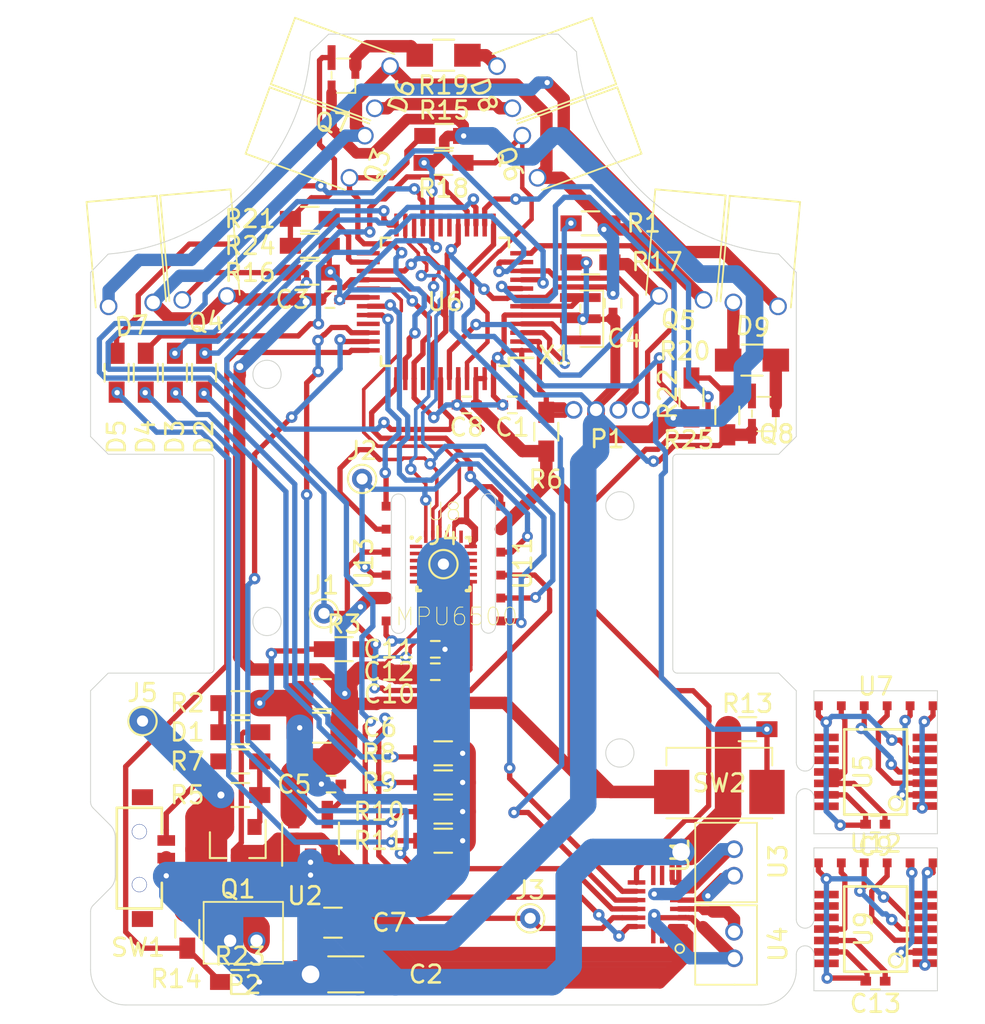
<source format=kicad_pcb>
(kicad_pcb (version 20171130) (host pcbnew "(5.0.0-rc2-21-g8f5cb32)")
  (layers (0 F.Cu signal) (31 B.Cu signal) (34 B.Paste user) (35 F.Paste user) (36 B.SilkS user) (37 F.SilkS user) (38 B.Mask user) (39 F.Mask user) (44 Edge.Cuts user))
  (net 0 "")
  (net 1 "Net-(C1-Pad1)")
  (net 2 GND)
  (net 3 VIN)
  (net 4 VOUT)
  (net 5 "Net-(C5-Pad1)")
  (net 6 VOUT_R_m)
  (net 7 GND_R_m)
  (net 8 "Net-(C11-Pad1)")
  (net 9 VOUT_L_m)
  (net 10 GND_L_m)
  (net 11 "Net-(D1-Pad1)")
  (net 12 "Net-(D2-Pad1)")
  (net 13 LED_LS)
  (net 14 "Net-(D3-Pad1)")
  (net 15 LED_LF)
  (net 16 "Net-(D4-Pad1)")
  (net 17 LED_RF)
  (net 18 "Net-(D5-Pad1)")
  (net 19 LED_RS)
  (net 20 "Net-(D6-Pad1)")
  (net 21 "Net-(D7-Pad1)")
  (net 22 "Net-(D8-Pad1)")
  (net 23 "Net-(D9-Pad1)")
  (net 24 MISO)
  (net 25 MOSI)
  (net 26 MD_MODE)
  (net 27 BATTERY_+)
  (net 28 TXD1)
  (net 29 RXD1)
  (net 30 RX_MODE)
  (net 31 "Net-(Q1-Pad1)")
  (net 32 PHOTO_LS)
  (net 33 PHOTO_LF)
  (net 34 PHOTO_RF)
  (net 35 PHOTO_RS)
  (net 36 "Net-(Q7-Pad1)")
  (net 37 "Net-(Q7-Pad3)")
  (net 38 "Net-(Q8-Pad1)")
  (net 39 "Net-(Q8-Pad3)")
  (net 40 "Net-(R1-Pad2)")
  (net 41 "Net-(R7-Pad1)")
  (net 42 SW_1)
  (net 43 AD_BATTERY)
  (net 44 LED_SIDE)
  (net 45 LED_FRONT)
  (net 46 /BOUT2)
  (net 47 /BOUT1)
  (net 48 /AOUT2)
  (net 49 /AOUT1)
  (net 50 nSLEEP)
  (net 51 APHASE)
  (net 52 AENBL)
  (net 53 BPHASE)
  (net 54 BENBL)
  (net 55 CS_ENCODER_R_m)
  (net 56 CLK_R_m)
  (net 57 MISO_R_m)
  (net 58 MOSI_R_m)
  (net 59 "Net-(U5-Pad6)")
  (net 60 "Net-(U5-Pad7)")
  (net 61 "Net-(U5-Pad8)")
  (net 62 "Net-(U5-Pad9)")
  (net 63 "Net-(U5-Pad10)")
  (net 64 "Net-(U5-Pad14)")
  (net 65 "Net-(U6-Pad4)")
  (net 66 "Net-(U6-Pad6)")
  (net 67 "Net-(U6-Pad18)")
  (net 68 "Net-(U6-Pad19)")
  (net 69 CLK)
  (net 70 "Net-(U6-Pad25)")
  (net 71 CS_GYRO)
  (net 72 CS_ENCODER_R)
  (net 73 CS_ENCODER_L)
  (net 74 "Net-(U6-Pad33)")
  (net 75 "Net-(U6-Pad40)")
  (net 76 "Net-(U8-Pad7)")
  (net 77 "Net-(U8-Pad12)")
  (net 78 "Net-(U8-Pad19)")
  (net 79 "Net-(U8-Pad21)")
  (net 80 CS_ENCODER_L_m)
  (net 81 CLK_L_m)
  (net 82 MISO_L_m)
  (net 83 MOSI_L_m)
  (net 84 "Net-(U9-Pad6)")
  (net 85 "Net-(U9-Pad7)")
  (net 86 "Net-(U9-Pad8)")
  (net 87 "Net-(U9-Pad9)")
  (net 88 "Net-(U9-Pad10)")
  (net 89 "Net-(U9-Pad14)")
  (module Inductors_SMD:L_0603_HandSoldering (layer F.Cu) (at 129.977729 94.185011 90)
    (fp_text reference D5 (at -3.64 0 90) (layer F.SilkS))
    (fp_text value OSOR1608C1A)
    (pad 1 smd rect (at -1.1 0 90) (size 1.2 0.9) (layers F.Cu F.Paste F.Mask) (net 18 "Net-(D5-Pad1)"))
    (pad 2 smd rect (at 1.1 0 90) (size 1.2 0.9) (layers F.Cu F.Paste F.Mask) (net 19 LED_RS))
  )
  (module Second:SSAJ110100 (layer F.Cu) (at 131.191 121.685 270)
    (fp_text reference SW1 (at 5.061 0) (layer F.SilkS))
    (fp_text value SSAJ110100)
    (pad "" np_thru_hole circle (at 1.5 -0.075 270) (size 0.85 0.85) (drill 0.8) (layers *.Cu *.Mask))
    (pad 5 smd rect (at -3.45 -0.25 270) (size 0.9 1.2) (layers F.Cu F.Paste F.Mask))
    (pad 1 smd rect (at -1 -1.6 270) (size 0.6 1) (layers F.Cu F.Paste F.Mask) (net 41 "Net-(R7-Pad1)"))
    (pad 3 smd rect (at 1 -1.6 270) (size 0.6 1) (layers F.Cu F.Paste F.Mask) (net 2 GND))
    (pad 2 smd rect (at 0 -1.6 270) (size 0.6 1) (layers F.Cu F.Paste F.Mask) (net 2 GND))
    (pad 4 smd rect (at 3.45 -0.25 270) (size 0.9 1.2) (layers F.Cu F.Paste F.Mask))
    (pad "" np_thru_hole circle (at -1.5 -0.075 270) (size 0.85 0.85) (drill 0.8) (layers *.Cu *.Mask))
  )
  (module Second:434123043816 (layer F.Cu) (at 164.13988 117.43436 180)
    (fp_text reference SW2 (at 0 0 180) (layer F.SilkS))
    (fp_text value SW_PUSH)
    (pad 2 smd rect (at -2.7 -0.5 180) (size 2 2.5) (layers F.Cu F.Paste F.Mask) (net 42 SW_1))
    (pad 1 smd rect (at 2.7 -0.5 180) (size 2 2.5) (layers F.Cu F.Paste F.Mask) (net 4 VOUT))
  )
  (module TO_SOT_Packages_SMD:SOT-23-5_HandSoldering (layer F.Cu) (at 140.97 120.57 90)
    (fp_text reference U2 (at -3.255 -0.32 180) (layer F.SilkS))
    (fp_text value MIC5323)
    (pad 1 smd rect (at -1.35 -0.95 90) (size 1.56 0.65) (layers F.Cu F.Paste F.Mask) (net 3 VIN))
    (pad 2 smd rect (at -1.35 0 90) (size 1.56 0.65) (layers F.Cu F.Paste F.Mask) (net 2 GND))
    (pad 3 smd rect (at -1.35 0.95 90) (size 1.56 0.65) (layers F.Cu F.Paste F.Mask) (net 3 VIN))
    (pad 4 smd rect (at 1.35 0.95 90) (size 1.56 0.65) (layers F.Cu F.Paste F.Mask) (net 5 "Net-(C5-Pad1)"))
    (pad 5 smd rect (at 1.35 -0.95 90) (size 1.56 0.65) (layers F.Cu F.Paste F.Mask) (net 4 VOUT))
  )
  (module Second:ZH_2pin (layer F.Cu) (at 164.973 121.932 90)
    (fp_text reference U3 (at 0.05 2.5 90) (layer F.SilkS))
    (fp_text value MOTOR)
    (pad 1 thru_hole circle (at 0.75 0 90) (size 1 1) (drill 0.7) (layers *.Cu *.Mask) (net 46 /BOUT2))
    (pad 2 thru_hole circle (at -0.75 0 90) (size 1 1) (drill 0.7) (layers *.Cu *.Mask) (net 47 /BOUT1))
  )
  (module Resistors_SMD:R_0603_HandSoldering (layer F.Cu) (at 162.56 95.588 90)
    (fp_text reference R22 (at 0.1856 -1.3462 90) (layer F.SilkS))
    (fp_text value 1kΩ)
    (pad 1 smd rect (at -1.1 0 90) (size 1.2 0.9) (layers F.Cu F.Paste F.Mask) (net 45 LED_FRONT))
    (pad 2 smd rect (at 1.1 0 90) (size 1.2 0.9) (layers F.Cu F.Paste F.Mask) (net 38 "Net-(Q8-Pad1)"))
  )
  (module Resistors_SMD:R_0603_HandSoldering (layer F.Cu) (at 136.97222 128.7018)
    (fp_text reference R23 (at 0 -1.45) (layer F.SilkS))
    (fp_text value 10kΩ)
    (pad 1 smd rect (at -1.1 0) (size 1.2 0.9) (layers F.Cu F.Paste F.Mask) (net 43 AD_BATTERY))
    (pad 2 smd rect (at 1.1 0) (size 1.2 0.9) (layers F.Cu F.Paste F.Mask) (net 2 GND))
  )
  (module Resistors_SMD:R_0603_HandSoldering (layer F.Cu) (at 140.927 86.995)
    (fp_text reference R24 (at -3.386 0) (layer F.SilkS))
    (fp_text value 100kΩ)
    (pad 1 smd rect (at -1.1 0) (size 1.2 0.9) (layers F.Cu F.Paste F.Mask) (net 36 "Net-(Q7-Pad1)"))
    (pad 2 smd rect (at 1.1 0) (size 1.2 0.9) (layers F.Cu F.Paste F.Mask) (net 2 GND))
  )
  (module Resistors_SMD:R_0603_HandSoldering (layer F.Cu) (at 164.592 96.604 270)
    (fp_text reference R25 (at 1.396 2.192) (layer F.SilkS))
    (fp_text value 100kΩ)
    (pad 1 smd rect (at -1.1 0 270) (size 1.2 0.9) (layers F.Cu F.Paste F.Mask) (net 38 "Net-(Q8-Pad1)"))
    (pad 2 smd rect (at 1.1 0 270) (size 1.2 0.9) (layers F.Cu F.Paste F.Mask) (net 2 GND))
  )
  (module Resistors_SMD:R_0603_HandSoldering (layer F.Cu) (at 148.489537 115.747057)
    (fp_text reference R8 (at -3.64 0) (layer F.SilkS))
    (fp_text value 1kΩ)
    (pad 1 smd rect (at -1.1 0) (size 1.2 0.9) (layers F.Cu F.Paste F.Mask) (net 12 "Net-(D2-Pad1)"))
    (pad 2 smd rect (at 1.1 0) (size 1.2 0.9) (layers F.Cu F.Paste F.Mask) (net 2 GND))
  )
  (module Resistors_SMD:R_0603_HandSoldering (layer F.Cu) (at 156.8372 85.725 180)
    (fp_text reference R1 (at -3.0148 0 180) (layer F.SilkS))
    (fp_text value 1kΩ)
    (pad 1 smd rect (at -1.1 0 180) (size 1.2 0.9) (layers F.Cu F.Paste F.Mask) (net 4 VOUT))
    (pad 2 smd rect (at 1.1 0 180) (size 1.2 0.9) (layers F.Cu F.Paste F.Mask) (net 40 "Net-(R1-Pad2)"))
  )
  (module SMD_Packages:SSOP-14 (layer F.Cu) (at 172.9994 125.7046 90)
    (fp_text reference U9 (at 0 -0.68072 90) (layer F.SilkS))
    (fp_text value AS5047D)
    (pad 1 smd rect (at -1.9304 2.794 90) (size 0.4318 1.397) (layers F.Cu F.Paste F.Mask) (net 80 CS_ENCODER_L_m))
    (pad 2 smd rect (at -1.2954 2.794 90) (size 0.4318 1.397) (layers F.Cu F.Paste F.Mask) (net 81 CLK_L_m))
    (pad 3 smd rect (at -0.635 2.794 90) (size 0.4318 1.397) (layers F.Cu F.Paste F.Mask) (net 82 MISO_L_m))
    (pad 4 smd rect (at 0 2.794 90) (size 0.4318 1.397) (layers F.Cu F.Paste F.Mask) (net 83 MOSI_L_m))
    (pad 5 smd rect (at 0.6604 2.794 90) (size 0.4318 1.397) (layers F.Cu F.Paste F.Mask) (net 10 GND_L_m))
    (pad 6 smd rect (at 1.3081 2.794 90) (size 0.4318 1.397) (layers F.Cu F.Paste F.Mask) (net 84 "Net-(U9-Pad6)"))
    (pad 7 smd rect (at 1.9558 2.794 90) (size 0.4318 1.397) (layers F.Cu F.Paste F.Mask) (net 85 "Net-(U9-Pad7)"))
    (pad 8 smd rect (at 1.9558 -2.794 90) (size 0.4318 1.397) (layers F.Cu F.Paste F.Mask) (net 86 "Net-(U9-Pad8)"))
    (pad 9 smd rect (at 1.3081 -2.794 90) (size 0.4318 1.397) (layers F.Cu F.Paste F.Mask) (net 87 "Net-(U9-Pad9)"))
    (pad 10 smd rect (at 0.6604 -2.794 90) (size 0.4318 1.397) (layers F.Cu F.Paste F.Mask) (net 88 "Net-(U9-Pad10)"))
    (pad 11 smd rect (at 0 -2.794 90) (size 0.4318 1.397) (layers F.Cu F.Paste F.Mask) (net 9 VOUT_L_m))
    (pad 12 smd rect (at -0.6477 -2.794 90) (size 0.4318 1.397) (layers F.Cu F.Paste F.Mask) (net 9 VOUT_L_m))
    (pad 13 smd rect (at -1.2954 -2.794 90) (size 0.4318 1.397) (layers F.Cu F.Paste F.Mask) (net 10 GND_L_m))
    (pad 14 smd rect (at -1.9431 -2.794 90) (size 0.4318 1.397) (layers F.Cu F.Paste F.Mask) (net 89 "Net-(U9-Pad14)"))
  )
  (module Resistors_SMD:R_0603_HandSoldering (layer F.Cu) (at 136.99 116.205)
    (fp_text reference R7 (at -3.005 0) (layer F.SilkS))
    (fp_text value 1kΩ)
    (pad 1 smd rect (at -1.1 0) (size 1.2 0.9) (layers F.Cu F.Paste F.Mask) (net 41 "Net-(R7-Pad1)"))
    (pad 2 smd rect (at 1.1 0) (size 1.2 0.9) (layers F.Cu F.Paste F.Mask) (net 31 "Net-(Q1-Pad1)"))
  )
  (module Resistors_SMD:R_0603_HandSoldering (layer F.Cu) (at 136.99 118.11)
    (fp_text reference R5 (at -3.005 0) (layer F.SilkS))
    (fp_text value 100kΩ)
    (pad 1 smd rect (at -1.1 0) (size 1.2 0.9) (layers F.Cu F.Paste F.Mask) (net 27 BATTERY_+))
    (pad 2 smd rect (at 1.1 0) (size 1.2 0.9) (layers F.Cu F.Paste F.Mask) (net 31 "Net-(Q1-Pad1)"))
  )
  (module Resistors_SMD:R_0603_HandSoldering (layer F.Cu) (at 136.99 112.903)
    (fp_text reference R2 (at -3.005 0) (layer F.SilkS))
    (fp_text value 1kΩ)
    (pad 1 smd rect (at -1.1 0) (size 1.2 0.9) (layers F.Cu F.Paste F.Mask) (net 11 "Net-(D1-Pad1)"))
    (pad 2 smd rect (at 1.1 0) (size 1.2 0.9) (layers F.Cu F.Paste F.Mask) (net 2 GND))
  )
  (module Capacitors_SMD:C_0402 (layer F.Cu) (at 158.115 90.255 90)
    (fp_text reference C4 (at -1.99 0.635 180) (layer F.SilkS))
    (fp_text value 0.1uF)
    (pad 1 smd rect (at -0.55 0 90) (size 0.6 0.5) (layers F.Cu F.Paste F.Mask) (net 2 GND))
    (pad 2 smd rect (at 0.55 0 90) (size 0.6 0.5) (layers F.Cu F.Paste F.Mask) (net 4 VOUT))
  )
  (module Capacitors_SMD:C_0402 (layer F.Cu) (at 142.13468 117.49024 180)
    (fp_text reference C5 (at 2.0916 -0.02032 180) (layer F.SilkS))
    (fp_text value 0.1uF)
    (pad 1 smd rect (at -0.55 0 180) (size 0.6 0.5) (layers F.Cu F.Paste F.Mask) (net 5 "Net-(C5-Pad1)"))
    (pad 2 smd rect (at 0.55 0 180) (size 0.6 0.5) (layers F.Cu F.Paste F.Mask) (net 2 GND))
  )
  (module Capacitors_SMD:C_0805_HandSoldering (layer F.Cu) (at 141.605 114.3 180)
    (fp_text reference C6 (at -3.302 0 180) (layer F.SilkS))
    (fp_text value 2.2uF)
    (pad 1 smd rect (at -1.25 0 180) (size 1.5 1.25) (layers F.Cu F.Paste F.Mask) (net 4 VOUT))
    (pad 2 smd rect (at 1.25 0 180) (size 1.5 1.25) (layers F.Cu F.Paste F.Mask) (net 2 GND))
  )
  (module Capacitors_SMD:C_0805_HandSoldering (layer F.Cu) (at 142.24 125.34138 180)
    (fp_text reference C7 (at -3.195 0 180) (layer F.SilkS))
    (fp_text value 2.2uF)
    (pad 1 smd rect (at -1.25 0 180) (size 1.5 1.25) (layers F.Cu F.Paste F.Mask) (net 3 VIN))
    (pad 2 smd rect (at 1.25 0 180) (size 1.5 1.25) (layers F.Cu F.Paste F.Mask) (net 2 GND))
  )
  (module Capacitors_SMD:C_0402 (layer F.Cu) (at 149.818 96.012)
    (fp_text reference C8 (at 0 1.27) (layer F.SilkS))
    (fp_text value 0.1uF)
    (pad 1 smd rect (at -0.55 0) (size 0.6 0.5) (layers F.Cu F.Paste F.Mask) (net 2 GND))
    (pad 2 smd rect (at 0.55 0) (size 0.6 0.5) (layers F.Cu F.Paste F.Mask) (net 4 VOUT))
  )
  (module Capacitors_SMD:C_0402 (layer F.Cu) (at 172.97908 119.76354 180)
    (fp_text reference C9 (at 0 -1.27 180) (layer F.SilkS))
    (fp_text value 0.1uF)
    (pad 1 smd rect (at -0.55 0 180) (size 0.6 0.5) (layers F.Cu F.Paste F.Mask) (net 6 VOUT_R_m))
    (pad 2 smd rect (at 0.55 0 180) (size 0.6 0.5) (layers F.Cu F.Paste F.Mask) (net 7 GND_R_m))
  )
  (module Capacitors_SMD:C_0402 (layer F.Cu) (at 148.04 109.855)
    (fp_text reference C11 (at -2.625 0) (layer F.SilkS))
    (fp_text value 0.1uF)
    (pad 1 smd rect (at -0.55 0) (size 0.6 0.5) (layers F.Cu F.Paste F.Mask) (net 8 "Net-(C11-Pad1)"))
    (pad 2 smd rect (at 0.55 0) (size 0.6 0.5) (layers F.Cu F.Paste F.Mask) (net 2 GND))
  )
  (module Capacitors_SMD:C_0402 (layer F.Cu) (at 148.04 111.125)
    (fp_text reference C12 (at -2.625 0) (layer F.SilkS))
    (fp_text value 0.1uF)
    (pad 1 smd rect (at -0.55 0) (size 0.6 0.5) (layers F.Cu F.Paste F.Mask) (net 4 VOUT))
    (pad 2 smd rect (at 0.55 0) (size 0.6 0.5) (layers F.Cu F.Paste F.Mask) (net 2 GND))
  )
  (module Capacitors_SMD:C_0402 (layer F.Cu) (at 172.98806 128.65608 180)
    (fp_text reference C13 (at 0 -1.27 180) (layer F.SilkS))
    (fp_text value 0.1uF)
    (pad 1 smd rect (at -0.55 0 180) (size 0.6 0.5) (layers F.Cu F.Paste F.Mask) (net 9 VOUT_L_m))
    (pad 2 smd rect (at 0.55 0 180) (size 0.6 0.5) (layers F.Cu F.Paste F.Mask) (net 10 GND_L_m))
  )
  (module Inductors_SMD:L_0603_HandSoldering (layer F.Cu) (at 136.99 114.554)
    (fp_text reference D1 (at -3.005 0) (layer F.SilkS))
    (fp_text value OSTG1608C1A)
    (pad 1 smd rect (at -1.1 0) (size 1.2 0.9) (layers F.Cu F.Paste F.Mask) (net 11 "Net-(D1-Pad1)"))
    (pad 2 smd rect (at 1.1 0) (size 1.2 0.9) (layers F.Cu F.Paste F.Mask) (net 3 VIN))
  )
  (module Inductors_SMD:L_0603_HandSoldering (layer F.Cu) (at 134.930729 94.185011 90)
    (fp_text reference D2 (at -3.64 0 90) (layer F.SilkS))
    (fp_text value OSHR1608)
    (pad 1 smd rect (at -1.1 0 90) (size 1.2 0.9) (layers F.Cu F.Paste F.Mask) (net 12 "Net-(D2-Pad1)"))
    (pad 2 smd rect (at 1.1 0 90) (size 1.2 0.9) (layers F.Cu F.Paste F.Mask) (net 13 LED_LS))
  )
  (module Inductors_SMD:L_0603_HandSoldering (layer F.Cu) (at 133.279729 94.185011 90)
    (fp_text reference D3 (at -3.64 0 90) (layer F.SilkS))
    (fp_text value OSYL1608)
    (pad 1 smd rect (at -1.1 0 90) (size 1.2 0.9) (layers F.Cu F.Paste F.Mask) (net 14 "Net-(D3-Pad1)"))
    (pad 2 smd rect (at 1.1 0 90) (size 1.2 0.9) (layers F.Cu F.Paste F.Mask) (net 15 LED_LF))
  )
  (module Inductors_SMD:L_0603_HandSoldering (layer F.Cu) (at 131.628729 94.185011 90)
    (fp_text reference D4 (at -3.64 0 90) (layer F.SilkS))
    (fp_text value OSBL1608)
    (pad 1 smd rect (at -1.1 0 90) (size 1.2 0.9) (layers F.Cu F.Paste F.Mask) (net 16 "Net-(D4-Pad1)"))
    (pad 2 smd rect (at 1.1 0 90) (size 1.2 0.9) (layers F.Cu F.Paste F.Mask) (net 17 LED_RF))
  )
  (module Second:OSI5FU3A11C (layer F.Cu) (at 145.04381 78.013184 70)
    (fp_text reference D6 (at -0.089283 1.211382 70) (layer F.SilkS))
    (fp_text value OSI5FU3A11C)
    (pad 2 thru_hole circle (at 1.27 0 70) (size 1 1) (drill 0.762) (layers *.Cu *.Mask) (net 4 VOUT))
    (pad 1 thru_hole circle (at -1.27 0 70) (size 1 1) (drill 0.762) (layers *.Cu *.Mask) (net 20 "Net-(D6-Pad1)"))
  )
  (module Second:OSI5FU3A11C (layer F.Cu) (at 130.788664 90.315104 5)
    (fp_text reference D7 (at -0.035035 1.228116 5) (layer F.SilkS))
    (fp_text value OSI5FU3A11C)
    (pad 2 thru_hole circle (at 1.27 0 5) (size 1 1) (drill 0.762) (layers *.Cu *.Mask) (net 4 VOUT))
    (pad 1 thru_hole circle (at -1.27 0 5) (size 1 1) (drill 0.762) (layers *.Cu *.Mask) (net 21 "Net-(D7-Pad1)"))
  )
  (module Second:OSI5FU3A11C (layer F.Cu) (at 151.970732 78.01093 290)
    (fp_text reference D8 (at 0.045937 1.2628 290) (layer F.SilkS))
    (fp_text value OSI5FU3A11C)
    (pad 2 thru_hole circle (at 1.27 0 290) (size 1 1) (drill 0.762) (layers *.Cu *.Mask) (net 20 "Net-(D6-Pad1)"))
    (pad 1 thru_hole circle (at -1.27 0 290) (size 1 1) (drill 0.762) (layers *.Cu *.Mask) (net 22 "Net-(D8-Pad1)"))
  )
  (module Second:OSI5FU3A11C (layer F.Cu) (at 166.200749 90.317097 355)
    (fp_text reference D9 (at -0.049187 1.284478 355) (layer F.SilkS))
    (fp_text value OSI5FU3A11C)
    (pad 2 thru_hole circle (at 1.27 0 355) (size 1 1) (drill 0.762) (layers *.Cu *.Mask) (net 21 "Net-(D7-Pad1)"))
    (pad 1 thru_hole circle (at -1.27 0 355) (size 1 1) (drill 0.762) (layers *.Cu *.Mask) (net 23 "Net-(D9-Pad1)"))
  )
  (module Connectors:PINTST (layer F.Cu) (at 141.732 107.823)
    (fp_text reference J1 (at 0 -1.6) (layer F.SilkS))
    (fp_text value CONN_01X01_FEMALE)
    (pad 1 thru_hole circle (at 0 0) (size 1.143 1.143) (drill 0.635) (layers *.Cu *.Mask) (net 24 MISO))
  )
  (module Connectors:PINTST (layer F.Cu) (at 143.891 100.203)
    (fp_text reference J2 (at 0 -1.6) (layer F.SilkS))
    (fp_text value CONN_01X01_FEMALE)
    (pad 1 thru_hole circle (at 0 0) (size 1.143 1.143) (drill 0.635) (layers *.Cu *.Mask) (net 25 MOSI))
  )
  (module Connectors:PINTST (layer F.Cu) (at 153.416 125.095)
    (fp_text reference J3 (at 0 -1.6) (layer F.SilkS))
    (fp_text value CONN_01X01_FEMALE)
    (pad 1 thru_hole circle (at 0 0) (size 1.143 1.143) (drill 0.635) (layers *.Cu *.Mask) (net 26 MD_MODE))
  )
  (module Connectors:PINTST (layer F.Cu) (at 148.5011 105.029)
    (fp_text reference J4 (at 0 -1.6) (layer F.SilkS))
    (fp_text value CONN_01X01_FEMALE)
    (pad 1 thru_hole circle (at 0 0) (size 1.143 1.143) (drill 0.635) (layers *.Cu *.Mask) (net 2 GND))
  )
  (module Connectors:PINTST (layer F.Cu) (at 131.445 113.919)
    (fp_text reference J5 (at 0 -1.6) (layer F.SilkS))
    (fp_text value CONN_01X01_FEMALE)
    (pad 1 thru_hole circle (at 0 0) (size 1.143 1.143) (drill 0.635) (layers *.Cu *.Mask) (net 27 BATTERY_+))
  )
  (module Second:Half_pitch_4pin (layer F.Cu) (at 157.7848 96.2914 180)
    (fp_text reference P1 (at 0 -1.651 180) (layer F.SilkS))
    (fp_text value ZH_4pin)
    (pad 1 thru_hole circle (at -1.905 0 180) (size 1 1) (drill 0.7) (layers *.Cu *.Mask) (net 28 TXD1))
    (pad 2 thru_hole circle (at -0.635 0 180) (size 1 1) (drill 0.7) (layers *.Cu *.Mask) (net 29 RXD1))
    (pad 3 thru_hole circle (at 0.635 0 180) (size 1 1) (drill 0.7) (layers *.Cu *.Mask) (net 2 GND))
    (pad 4 thru_hole circle (at 1.905 0 180) (size 1 1) (drill 0.7) (layers *.Cu *.Mask) (net 30 RX_MODE))
  )
  (module SMD_Packages:SSOP-14 (layer F.Cu) (at 172.9994 116.80444 90)
    (fp_text reference U5 (at 0 -0.71882 270) (layer F.SilkS))
    (fp_text value AS5047D)
    (pad 1 smd rect (at -1.9304 2.794 90) (size 0.4318 1.397) (layers F.Cu F.Paste F.Mask) (net 55 CS_ENCODER_R_m))
    (pad 2 smd rect (at -1.2954 2.794 90) (size 0.4318 1.397) (layers F.Cu F.Paste F.Mask) (net 56 CLK_R_m))
    (pad 3 smd rect (at -0.635 2.794 90) (size 0.4318 1.397) (layers F.Cu F.Paste F.Mask) (net 57 MISO_R_m))
    (pad 4 smd rect (at 0 2.794 90) (size 0.4318 1.397) (layers F.Cu F.Paste F.Mask) (net 58 MOSI_R_m))
    (pad 5 smd rect (at 0.6604 2.794 90) (size 0.4318 1.397) (layers F.Cu F.Paste F.Mask) (net 7 GND_R_m))
    (pad 6 smd rect (at 1.3081 2.794 90) (size 0.4318 1.397) (layers F.Cu F.Paste F.Mask) (net 59 "Net-(U5-Pad6)"))
    (pad 7 smd rect (at 1.9558 2.794 90) (size 0.4318 1.397) (layers F.Cu F.Paste F.Mask) (net 60 "Net-(U5-Pad7)"))
    (pad 8 smd rect (at 1.9558 -2.794 90) (size 0.4318 1.397) (layers F.Cu F.Paste F.Mask) (net 61 "Net-(U5-Pad8)"))
    (pad 9 smd rect (at 1.3081 -2.794 90) (size 0.4318 1.397) (layers F.Cu F.Paste F.Mask) (net 62 "Net-(U5-Pad9)"))
    (pad 10 smd rect (at 0.6604 -2.794 90) (size 0.4318 1.397) (layers F.Cu F.Paste F.Mask) (net 63 "Net-(U5-Pad10)"))
    (pad 11 smd rect (at 0 -2.794 90) (size 0.4318 1.397) (layers F.Cu F.Paste F.Mask) (net 6 VOUT_R_m))
    (pad 12 smd rect (at -0.6477 -2.794 90) (size 0.4318 1.397) (layers F.Cu F.Paste F.Mask) (net 6 VOUT_R_m))
    (pad 13 smd rect (at -1.2954 -2.794 90) (size 0.4318 1.397) (layers F.Cu F.Paste F.Mask) (net 7 GND_R_m))
    (pad 14 smd rect (at -1.9431 -2.794 90) (size 0.4318 1.397) (layers F.Cu F.Paste F.Mask) (net 64 "Net-(U5-Pad14)"))
  )
  (module Housings_QFP:LQFP-48_7x7mm_Pitch0.5mm (layer F.Cu) (at 148.59 90.17 180)
    (fp_text reference U6 (at 0 0 180) (layer F.SilkS))
    (fp_text value R5F5631NDDFL)
    (pad 1 smd rect (at -4.35 -2.75 180) (size 1.3 0.25) (layers F.Cu F.Paste F.Mask) (net 1 "Net-(C1-Pad1)"))
    (pad 2 smd rect (at -4.35 -2.25 180) (size 1.3 0.25) (layers F.Cu F.Paste F.Mask) (net 30 RX_MODE))
    (pad 3 smd rect (at -4.35 -1.75 180) (size 1.3 0.25) (layers F.Cu F.Paste F.Mask) (net 40 "Net-(R1-Pad2)"))
    (pad 4 smd rect (at -4.35 -1.25 180) (size 1.3 0.25) (layers F.Cu F.Paste F.Mask) (net 65 "Net-(U6-Pad4)"))
    (pad 5 smd rect (at -4.35 -0.75 180) (size 1.3 0.25) (layers F.Cu F.Paste F.Mask) (net 2 GND))
    (pad 6 smd rect (at -4.35 -0.25 180) (size 1.3 0.25) (layers F.Cu F.Paste F.Mask) (net 66 "Net-(U6-Pad6)"))
    (pad 7 smd rect (at -4.35 0.25 180) (size 1.3 0.25) (layers F.Cu F.Paste F.Mask) (net 4 VOUT))
    (pad 8 smd rect (at -4.35 0.75 180) (size 1.3 0.25) (layers F.Cu F.Paste F.Mask) (net 42 SW_1))
    (pad 9 smd rect (at -4.35 1.25 180) (size 1.3 0.25) (layers F.Cu F.Paste F.Mask) (net 19 LED_RS))
    (pad 10 smd rect (at -4.35 1.75 180) (size 1.3 0.25) (layers F.Cu F.Paste F.Mask) (net 29 RXD1))
    (pad 11 smd rect (at -4.35 2.25 180) (size 1.3 0.25) (layers F.Cu F.Paste F.Mask) (net 17 LED_RF))
    (pad 12 smd rect (at -4.35 2.75 180) (size 1.3 0.25) (layers F.Cu F.Paste F.Mask) (net 28 TXD1))
    (pad 13 smd rect (at -2.75 4.35 270) (size 1.3 0.25) (layers F.Cu F.Paste F.Mask) (net 52 AENBL))
    (pad 14 smd rect (at -2.25 4.35 270) (size 1.3 0.25) (layers F.Cu F.Paste F.Mask) (net 54 BENBL))
    (pad 15 smd rect (at -1.75 4.35 270) (size 1.3 0.25) (layers F.Cu F.Paste F.Mask) (net 15 LED_LF))
    (pad 16 smd rect (at -1.25 4.35 270) (size 1.3 0.25) (layers F.Cu F.Paste F.Mask) (net 13 LED_LS))
    (pad 17 smd rect (at -0.75 4.35 270) (size 1.3 0.25) (layers F.Cu F.Paste F.Mask) (net 4 VOUT))
    (pad 18 smd rect (at -0.25 4.35 270) (size 1.3 0.25) (layers F.Cu F.Paste F.Mask) (net 67 "Net-(U6-Pad18)"))
    (pad 19 smd rect (at 0.25 4.35 270) (size 1.3 0.25) (layers F.Cu F.Paste F.Mask) (net 68 "Net-(U6-Pad19)"))
    (pad 20 smd rect (at 0.75 4.35 270) (size 1.3 0.25) (layers F.Cu F.Paste F.Mask) (net 2 GND))
    (pad 21 smd rect (at 1.25 4.35 270) (size 1.3 0.25) (layers F.Cu F.Paste F.Mask) (net 24 MISO))
    (pad 22 smd rect (at 1.75 4.35 270) (size 1.3 0.25) (layers F.Cu F.Paste F.Mask) (net 25 MOSI))
    (pad 23 smd rect (at 2.25 4.35 270) (size 1.3 0.25) (layers F.Cu F.Paste F.Mask) (net 69 CLK))
    (pad 24 smd rect (at 2.75 4.35 270) (size 1.3 0.25) (layers F.Cu F.Paste F.Mask) (net 26 MD_MODE))
    (pad 25 smd rect (at 4.35 2.75 180) (size 1.3 0.25) (layers F.Cu F.Paste F.Mask) (net 70 "Net-(U6-Pad25)"))
    (pad 26 smd rect (at 4.35 2.25 180) (size 1.3 0.25) (layers F.Cu F.Paste F.Mask) (net 44 LED_SIDE))
    (pad 27 smd rect (at 4.35 1.75 180) (size 1.3 0.25) (layers F.Cu F.Paste F.Mask) (net 45 LED_FRONT))
    (pad 28 smd rect (at 4.35 1.25 180) (size 1.3 0.25) (layers F.Cu F.Paste F.Mask) (net 4 VOUT))
    (pad 29 smd rect (at 4.35 0.75 180) (size 1.3 0.25) (layers F.Cu F.Paste F.Mask) (net 71 CS_GYRO))
    (pad 30 smd rect (at 4.35 0.25 180) (size 1.3 0.25) (layers F.Cu F.Paste F.Mask) (net 2 GND))
    (pad 31 smd rect (at 4.35 -0.25 180) (size 1.3 0.25) (layers F.Cu F.Paste F.Mask) (net 72 CS_ENCODER_R))
    (pad 32 smd rect (at 4.35 -0.75 180) (size 1.3 0.25) (layers F.Cu F.Paste F.Mask) (net 73 CS_ENCODER_L))
    (pad 33 smd rect (at 4.35 -1.25 180) (size 1.3 0.25) (layers F.Cu F.Paste F.Mask) (net 74 "Net-(U6-Pad33)"))
    (pad 34 smd rect (at 4.35 -1.75 180) (size 1.3 0.25) (layers F.Cu F.Paste F.Mask) (net 50 nSLEEP))
    (pad 35 smd rect (at 4.35 -2.25 180) (size 1.3 0.25) (layers F.Cu F.Paste F.Mask) (net 51 APHASE))
    (pad 36 smd rect (at 4.35 -2.75 180) (size 1.3 0.25) (layers F.Cu F.Paste F.Mask) (net 43 AD_BATTERY))
    (pad 37 smd rect (at 2.75 -4.35 270) (size 1.3 0.25) (layers F.Cu F.Paste F.Mask) (net 53 BPHASE))
    (pad 38 smd rect (at 2.25 -4.35 270) (size 1.3 0.25) (layers F.Cu F.Paste F.Mask) (net 32 PHOTO_LS))
    (pad 39 smd rect (at 1.75 -4.35 270) (size 1.3 0.25) (layers F.Cu F.Paste F.Mask) (net 2 GND))
    (pad 40 smd rect (at 1.25 -4.35 270) (size 1.3 0.25) (layers F.Cu F.Paste F.Mask) (net 75 "Net-(U6-Pad40)"))
    (pad 41 smd rect (at 0.75 -4.35 270) (size 1.3 0.25) (layers F.Cu F.Paste F.Mask) (net 4 VOUT))
    (pad 42 smd rect (at 0.25 -4.35 270) (size 1.3 0.25) (layers F.Cu F.Paste F.Mask) (net 33 PHOTO_LF))
    (pad 43 smd rect (at -0.25 -4.35 270) (size 1.3 0.25) (layers F.Cu F.Paste F.Mask) (net 34 PHOTO_RF))
    (pad 44 smd rect (at -0.75 -4.35 270) (size 1.3 0.25) (layers F.Cu F.Paste F.Mask) (net 2 GND))
    (pad 45 smd rect (at -1.25 -4.35 270) (size 1.3 0.25) (layers F.Cu F.Paste F.Mask) (net 35 PHOTO_RS))
    (pad 46 smd rect (at -1.75 -4.35 270) (size 1.3 0.25) (layers F.Cu F.Paste F.Mask) (net 4 VOUT))
    (pad 47 smd rect (at -2.25 -4.35 270) (size 1.3 0.25) (layers F.Cu F.Paste F.Mask) (net 4 VOUT))
    (pad 48 smd rect (at -2.75 -4.35 270) (size 1.3 0.25) (layers F.Cu F.Paste F.Mask) (net 2 GND))
  )
  (module Second:ZH_2pin (layer F.Cu) (at 137.16 126.365)
    (fp_text reference P2 (at 0.05 2.5) (layer F.SilkS))
    (fp_text value ZH_2pin)
    (pad 1 thru_hole circle (at 0.75 0) (size 1 1) (drill 0.7) (layers *.Cu *.Mask) (net 27 BATTERY_+))
    (pad 2 thru_hole circle (at -0.75 0) (size 1 1) (drill 0.7) (layers *.Cu *.Mask) (net 2 GND))
  )
  (module TO_SOT_Packages_SMD:SOT-23 (layer F.Cu) (at 136.845 120.92 270)
    (fp_text reference Q1 (at 2.524 0) (layer F.SilkS))
    (fp_text value IRLML6402)
    (pad 1 smd rect (at -1 -0.95 270) (size 0.9 0.8) (layers F.Cu F.Paste F.Mask) (net 31 "Net-(Q1-Pad1)"))
    (pad 2 smd rect (at -1 0.95 270) (size 0.9 0.8) (layers F.Cu F.Paste F.Mask) (net 27 BATTERY_+))
    (pad 3 smd rect (at 1 0 270) (size 0.9 0.8) (layers F.Cu F.Paste F.Mask) (net 3 VIN))
  )
  (module Second:OSI5FU3A11C (layer F.Cu) (at 143.610403 81.951436 70)
    (fp_text reference Q3 (at -0.099523 1.253852 70) (layer F.SilkS))
    (fp_text value LTR-4206E)
    (pad 2 thru_hole circle (at 1.27 0 70) (size 1 1) (drill 0.762) (layers *.Cu *.Mask) (net 4 VOUT))
    (pad 1 thru_hole circle (at -1.27 0 70) (size 1 1) (drill 0.762) (layers *.Cu *.Mask) (net 32 PHOTO_LS))
  )
  (module Second:OSI5FU3A11C (layer F.Cu) (at 134.963716 89.949834 5)
    (fp_text reference Q4 (at -0.031059 1.365656 5) (layer F.SilkS))
    (fp_text value LTR-4206E)
    (pad 2 thru_hole circle (at 1.27 0 5) (size 1 1) (drill 0.762) (layers *.Cu *.Mask) (net 4 VOUT))
    (pad 1 thru_hole circle (at -1.27 0 5) (size 1 1) (drill 0.762) (layers *.Cu *.Mask) (net 33 PHOTO_LF))
  )
  (module Second:OSI5FU3A11C (layer F.Cu) (at 161.980151 89.947842 355)
    (fp_text reference Q5 (at -0.048242 1.247108 355) (layer F.SilkS))
    (fp_text value LTR-4206E)
    (pad 2 thru_hole circle (at 1.27 0 355) (size 1 1) (drill 0.762) (layers *.Cu *.Mask) (net 4 VOUT))
    (pad 1 thru_hole circle (at -1.27 0 355) (size 1 1) (drill 0.762) (layers *.Cu *.Mask) (net 34 PHOTO_RF))
  )
  (module Second:OSI5FU3A11C (layer F.Cu) (at 153.404139 81.949182 290)
    (fp_text reference Q6 (at 0.001947 1.231472 290) (layer F.SilkS))
    (fp_text value LTR-4206E)
    (pad 2 thru_hole circle (at 1.27 0 290) (size 1 1) (drill 0.762) (layers *.Cu *.Mask) (net 4 VOUT))
    (pad 1 thru_hole circle (at -1.27 0 290) (size 1 1) (drill 0.762) (layers *.Cu *.Mask) (net 35 PHOTO_RS))
  )
  (module Second:SOT-523 (layer F.Cu) (at 142.16 77.335 270)
    (fp_text reference Q7 (at 2.675 -0.08) (layer F.SilkS))
    (fp_text value PJE260N02)
    (pad 2 smd rect (at 1 0 270) (size 1.4 0.45) (layers F.Cu F.Paste F.Mask) (net 2 GND))
    (pad 1 smd rect (at -1 0 270) (size 1.4 0.45) (layers F.Cu F.Paste F.Mask) (net 36 "Net-(Q7-Pad1)"))
    (pad 3 smd rect (at -0.5 -1.35 270) (size 1.4 0.45) (layers F.Cu F.Paste F.Mask) (net 37 "Net-(Q7-Pad3)"))
  )
  (module Second:SOT-523 (layer F.Cu) (at 165.989 96.504 270)
    (fp_text reference Q8 (at 1.159 -1.397 180) (layer F.SilkS))
    (fp_text value PJE260N02)
    (pad 2 smd rect (at 1 0 270) (size 1.4 0.45) (layers F.Cu F.Paste F.Mask) (net 2 GND))
    (pad 1 smd rect (at -1 0 270) (size 1.4 0.45) (layers F.Cu F.Paste F.Mask) (net 38 "Net-(Q8-Pad1)"))
    (pad 3 smd rect (at -0.5 -1.35 270) (size 1.4 0.45) (layers F.Cu F.Paste F.Mask) (net 39 "Net-(Q8-Pad3)"))
  )
  (module Resistors_SMD:R_0603_HandSoldering (layer F.Cu) (at 148.489537 120.700057)
    (fp_text reference R11 (at -3.64 0) (layer F.SilkS))
    (fp_text value 1kΩ)
    (pad 1 smd rect (at -1.1 0) (size 1.2 0.9) (layers F.Cu F.Paste F.Mask) (net 18 "Net-(D5-Pad1)"))
    (pad 2 smd rect (at 1.1 0) (size 1.2 0.9) (layers F.Cu F.Paste F.Mask) (net 2 GND))
  )
  (module Resistors_SMD:R_0603_HandSoldering (layer F.Cu) (at 165.73482 114.38128)
    (fp_text reference R13 (at 0 -1.45) (layer F.SilkS))
    (fp_text value 1kΩ)
    (pad 1 smd rect (at -1.1 0) (size 1.2 0.9) (layers F.Cu F.Paste F.Mask) (net 2 GND))
    (pad 2 smd rect (at 1.1 0) (size 1.2 0.9) (layers F.Cu F.Paste F.Mask) (net 42 SW_1))
  )
  (module Resistors_SMD:R_0603_HandSoldering (layer F.Cu) (at 133.985 125.687 270)
    (fp_text reference R14 (at 2.837 0.635) (layer F.SilkS))
    (fp_text value 10kΩ)
    (pad 1 smd rect (at -1.1 0 270) (size 1.2 0.9) (layers F.Cu F.Paste F.Mask) (net 27 BATTERY_+))
    (pad 2 smd rect (at 1.1 0 270) (size 1.2 0.9) (layers F.Cu F.Paste F.Mask) (net 43 AD_BATTERY))
  )
  (module Resistors_SMD:R_0603_HandSoldering (layer F.Cu) (at 148.547 80.772)
    (fp_text reference R15 (at 0 -1.45) (layer F.SilkS))
    (fp_text value 300Ω)
    (pad 1 smd rect (at -1.1 0) (size 1.2 0.9) (layers F.Cu F.Paste F.Mask) (net 32 PHOTO_LS))
    (pad 2 smd rect (at 1.1 0) (size 1.2 0.9) (layers F.Cu F.Paste F.Mask) (net 2 GND))
  )
  (module Resistors_SMD:R_0603_HandSoldering (layer F.Cu) (at 140.927 88.519)
    (fp_text reference R16 (at -3.386 0) (layer F.SilkS))
    (fp_text value 300Ω)
    (pad 1 smd rect (at -1.1 0) (size 1.2 0.9) (layers F.Cu F.Paste F.Mask) (net 33 PHOTO_LF))
    (pad 2 smd rect (at 1.1 0) (size 1.2 0.9) (layers F.Cu F.Paste F.Mask) (net 2 GND))
  )
  (module Resistors_SMD:R_0603_HandSoldering (layer F.Cu) (at 156.8372 87.9348 180)
    (fp_text reference R17 (at -3.767 0.0254 180) (layer F.SilkS))
    (fp_text value 300Ω)
    (pad 1 smd rect (at -1.1 0 180) (size 1.2 0.9) (layers F.Cu F.Paste F.Mask) (net 34 PHOTO_RF))
    (pad 2 smd rect (at 1.1 0 180) (size 1.2 0.9) (layers F.Cu F.Paste F.Mask) (net 2 GND))
  )
  (module Resistors_SMD:R_0603_HandSoldering (layer F.Cu) (at 148.506 82.296 180)
    (fp_text reference R18 (at 0 -1.45 180) (layer F.SilkS))
    (fp_text value 300Ω)
    (pad 1 smd rect (at -1.1 0 180) (size 1.2 0.9) (layers F.Cu F.Paste F.Mask) (net 35 PHOTO_RS))
    (pad 2 smd rect (at 1.1 0 180) (size 1.2 0.9) (layers F.Cu F.Paste F.Mask) (net 2 GND))
  )
  (module Resistors_SMD:R_0805_HandSoldering (layer F.Cu) (at 148.51 76.2 180)
    (fp_text reference R19 (at 0 -1.7 180) (layer F.SilkS))
    (fp_text value 4.5Ω)
    (pad 1 smd rect (at -1.35 0 180) (size 1.5 1.3) (layers F.Cu F.Paste F.Mask) (net 22 "Net-(D8-Pad1)"))
    (pad 2 smd rect (at 1.35 0 180) (size 1.5 1.3) (layers F.Cu F.Paste F.Mask) (net 37 "Net-(Q7-Pad3)"))
  )
  (module Resistors_SMD:R_0805_HandSoldering (layer F.Cu) (at 165.989 93.472)
    (fp_text reference R20 (at -3.81 -0.508) (layer F.SilkS))
    (fp_text value 4.5Ω)
    (pad 1 smd rect (at -1.35 0) (size 1.5 1.3) (layers F.Cu F.Paste F.Mask) (net 23 "Net-(D9-Pad1)"))
    (pad 2 smd rect (at 1.35 0) (size 1.5 1.3) (layers F.Cu F.Paste F.Mask) (net 39 "Net-(Q8-Pad3)"))
  )
  (module Resistors_SMD:R_0603_HandSoldering (layer F.Cu) (at 140.927 85.471 180)
    (fp_text reference R21 (at 3.386 0 180) (layer F.SilkS))
    (fp_text value 1kΩ)
    (pad 1 smd rect (at -1.1 0 180) (size 1.2 0.9) (layers F.Cu F.Paste F.Mask) (net 44 LED_SIDE))
    (pad 2 smd rect (at 1.1 0 180) (size 1.2 0.9) (layers F.Cu F.Paste F.Mask) (net 36 "Net-(Q7-Pad1)"))
  )
  (module Second:female_6pin_plate2plate (layer F.Cu) (at 151.2023 105 90)
    (fp_text reference U11 (at 0 1.8 90) (layer F.SilkS))
    (fp_text value female_6pin_plate)
    (pad 1 smd rect (at -3.25 0.55 90) (size 0.5 0.5) (layers F.Cu F.Paste F.Mask) (net 72 CS_ENCODER_R))
    (pad 6 smd rect (at 3.25 0.55 90) (size 0.5 0.5) (layers F.Cu F.Paste F.Mask) (net 2 GND))
    (pad 2 smd rect (at -1.95 0.55 90) (size 0.5 0.5) (layers F.Cu F.Paste F.Mask) (net 69 CLK))
    (pad 4 smd rect (at 0.65 0.55 90) (size 0.5 0.5) (layers F.Cu F.Paste F.Mask) (net 25 MOSI))
    (pad 3 smd rect (at -0.65 0.55 90) (size 0.5 0.5) (layers F.Cu F.Paste F.Mask) (net 24 MISO))
    (pad 5 smd rect (at 1.95 0.55 90) (size 0.5 0.5) (layers F.Cu F.Paste F.Mask) (net 4 VOUT))
  )
  (module Second:male_6pin_plate2plate (layer F.Cu) (at 173.0006 121.95302 180)
    (fp_text reference U12 (at 0 1.1 180) (layer F.SilkS))
    (fp_text value male_6pin_plate)
    (pad 2 smd rect (at -1.95 0 180) (size 0.5 0.5) (layers F.Cu F.Paste F.Mask) (net 81 CLK_L_m))
    (pad 1 smd rect (at -3.25 0 180) (size 0.5 0.5) (layers F.Cu F.Paste F.Mask) (net 80 CS_ENCODER_L_m))
    (pad 3 smd rect (at -0.65 0 180) (size 0.5 0.5) (layers F.Cu F.Paste F.Mask) (net 82 MISO_L_m))
    (pad 6 smd rect (at 3.25 0 180) (size 0.5 0.5) (layers F.Cu F.Paste F.Mask) (net 10 GND_L_m))
    (pad 5 smd rect (at 1.95 0 180) (size 0.5 0.5) (layers F.Cu F.Paste F.Mask) (net 9 VOUT_L_m))
    (pad 4 smd rect (at 0.65 0 180) (size 0.5 0.5) (layers F.Cu F.Paste F.Mask) (net 83 MOSI_L_m))
  )
  (module Second:female_6pin_plate2plate (layer F.Cu) (at 145.8 105 270)
    (fp_text reference U13 (at 0 1.8 270) (layer F.SilkS))
    (fp_text value female_6pin_plate)
    (pad 1 smd rect (at -3.25 0.55 270) (size 0.5 0.5) (layers F.Cu F.Paste F.Mask) (net 73 CS_ENCODER_L))
    (pad 6 smd rect (at 3.25 0.55 270) (size 0.5 0.5) (layers F.Cu F.Paste F.Mask) (net 2 GND))
    (pad 2 smd rect (at -1.95 0.55 270) (size 0.5 0.5) (layers F.Cu F.Paste F.Mask) (net 69 CLK))
    (pad 4 smd rect (at 0.65 0.55 270) (size 0.5 0.5) (layers F.Cu F.Paste F.Mask) (net 25 MOSI))
    (pad 3 smd rect (at -0.65 0.55 270) (size 0.5 0.5) (layers F.Cu F.Paste F.Mask) (net 24 MISO))
    (pad 5 smd rect (at 1.95 0.55 270) (size 0.5 0.5) (layers F.Cu F.Paste F.Mask) (net 4 VOUT))
  )
  (module Second:CSTCE10M0G52-R0 (layer F.Cu) (at 156.7608 91.129 90)
    (fp_text reference X1 (at -2.0636 -1.9224 180) (layer F.SilkS))
    (fp_text value CSTCE10M0G52-R0)
    (pad 1 smd rect (at -1.2 -0.5 90) (size 0.5 2.3) (layers F.Cu F.Paste F.Mask) (net 65 "Net-(U6-Pad4)"))
    (pad 3 smd rect (at 1.2 -0.5 90) (size 0.5 2.3) (layers F.Cu F.Paste F.Mask) (net 66 "Net-(U6-Pad6)"))
    (pad 2 smd rect (at 0 -0.5 90) (size 0.5 2.3) (layers F.Cu F.Paste F.Mask) (net 2 GND))
  )
  (module Capacitors_SMD:C_0402 (layer F.Cu) (at 142.071 90.043)
    (fp_text reference C3 (at -2.117 0) (layer F.SilkS))
    (fp_text value 0.1uF)
    (pad 1 smd rect (at -0.55 0) (size 0.6 0.5) (layers F.Cu F.Paste F.Mask) (net 4 VOUT))
    (pad 2 smd rect (at 0.55 0) (size 0.6 0.5) (layers F.Cu F.Paste F.Mask) (net 2 GND))
  )
  (module Capacitors_SMD:C_0805_HandSoldering (layer F.Cu) (at 141.625 112.395 180)
    (fp_text reference C10 (at -3.81 0 180) (layer F.SilkS))
    (fp_text value 10nF)
    (pad 1 smd rect (at -1.25 0 180) (size 1.5 1.25) (layers F.Cu F.Paste F.Mask) (net 4 VOUT))
    (pad 2 smd rect (at 1.25 0 180) (size 1.5 1.25) (layers F.Cu F.Paste F.Mask) (net 2 GND))
  )
  (module Capacitors_SMD:C_1206_HandSoldering (layer F.Cu) (at 142.97 128.27 180)
    (fp_text reference C2 (at -4.54 0 180) (layer F.SilkS))
    (fp_text value "47uF TAJA476K006R")
    (pad 1 smd rect (at -2 0 180) (size 2 1.6) (layers F.Cu F.Paste F.Mask) (net 3 VIN))
    (pad 2 smd rect (at 2 0 180) (size 2 1.6) (layers F.Cu F.Paste F.Mask) (net 2 GND))
  )
  (module "Second:WSON(12)" (layer F.Cu) (at 160.64484 124.31268 90)
    (fp_text reference U1 (at 2.794 1.27 90) (layer F.SilkS))
    (fp_text value DRV8836)
    (pad 13 smd rect (at -1.65 0.25 90) (size 1.1 0.25) (layers F.Cu F.Paste F.Mask))
    (pad 13 smd rect (at 1.65 -0.25 90) (size 1.1 0.25) (layers F.Cu F.Paste F.Mask))
    (pad 6 smd rect (at 1.25 1.2 90) (size 0.25 1) (layers F.Cu F.Paste F.Mask) (net 2 GND))
    (pad 5 smd rect (at 0.75 1.2 90) (size 0.25 1) (layers F.Cu F.Paste F.Mask) (net 46 /BOUT2))
    (pad 4 smd rect (at 0.25 1.2 90) (size 0.25 1) (layers F.Cu F.Paste F.Mask) (net 47 /BOUT1))
    (pad 3 smd rect (at -0.25 1.2 90) (size 0.25 1) (layers F.Cu F.Paste F.Mask) (net 48 /AOUT2))
    (pad 2 smd rect (at -0.75 1.2 90) (size 0.25 1) (layers F.Cu F.Paste F.Mask) (net 49 /AOUT1))
    (pad 1 smd rect (at -1.25 1.2 90) (size 0.25 1) (layers F.Cu F.Paste F.Mask) (net 3 VIN))
    (pad 12 smd rect (at -1.25 -1.2 90) (size 0.25 1) (layers F.Cu F.Paste F.Mask) (net 50 nSLEEP))
    (pad 11 smd rect (at -0.75 -1.2 90) (size 0.25 1) (layers F.Cu F.Paste F.Mask) (net 26 MD_MODE))
    (pad 10 smd rect (at -0.25 -1.2 90) (size 0.25 1) (layers F.Cu F.Paste F.Mask) (net 51 APHASE))
    (pad 9 smd rect (at 0.25 -1.2 90) (size 0.25 1) (layers F.Cu F.Paste F.Mask) (net 52 AENBL))
    (pad 8 smd rect (at 0.75 -1.2 90) (size 0.25 1) (layers F.Cu F.Paste F.Mask) (net 53 BPHASE))
    (pad 7 smd rect (at 1.25 -1.2 90) (size 0.25 1) (layers F.Cu F.Paste F.Mask) (net 54 BENBL))
    (pad 13 smd rect (at 1.65 0.25 90) (size 1.1 0.25) (layers F.Cu F.Paste F.Mask))
    (pad 13 smd rect (at -1.65 -0.25 90) (size 1.1 0.25) (layers F.Cu F.Paste F.Mask))
  )
  (module Resistors_SMD:R_0603_HandSoldering (layer F.Cu) (at 142.85486 109.84738 180)
    (fp_text reference R3 (at -0.01034 1.4097 180) (layer F.SilkS))
    (fp_text value 1kΩ)
    (pad 1 smd rect (at -1.1 0 180) (size 1.2 0.9) (layers F.Cu F.Paste F.Mask) (net 24 MISO))
    (pad 2 smd rect (at 1.1 0 180) (size 1.2 0.9) (layers F.Cu F.Paste F.Mask) (net 2 GND))
  )
  (module Resistors_SMD:R_0603_HandSoldering (layer F.Cu) (at 148.489537 119.049057)
    (fp_text reference R10 (at -3.64 0) (layer F.SilkS))
    (fp_text value 1kΩ)
    (pad 1 smd rect (at -1.1 0) (size 1.2 0.9) (layers F.Cu F.Paste F.Mask) (net 16 "Net-(D4-Pad1)"))
    (pad 2 smd rect (at 1.1 0) (size 1.2 0.9) (layers F.Cu F.Paste F.Mask) (net 2 GND))
  )
  (module Second:QFN40P300X300X105-25N (layer F.Cu) (at 148.5011 105.029)
    (fp_text reference U8 (at 0.04 -2.975) (layer F.SilkS) (effects (font (thickness 0.05))))
    (fp_text value MPU6500 (at 0.745 2.975) (layer F.SilkS) (effects (font (thickness 0.05))))
    (pad 1 smd rect (at -1.55 -1) (size 0.7 0.2) (layers F.Cu F.Paste F.Mask))
    (pad 2 smd rect (at -1.55 -0.6) (size 0.7 0.2) (layers F.Cu F.Paste F.Mask))
    (pad 3 smd rect (at -1.55 -0.2) (size 0.7 0.2) (layers F.Cu F.Paste F.Mask))
    (pad 4 smd rect (at -1.55 0.2) (size 0.7 0.2) (layers F.Cu F.Paste F.Mask))
    (pad 5 smd rect (at -1.55 0.6) (size 0.7 0.2) (layers F.Cu F.Paste F.Mask))
    (pad 6 smd rect (at -1.55 1) (size 0.7 0.2) (layers F.Cu F.Paste F.Mask))
    (pad 7 smd rect (at -1 1.55 90) (size 0.7 0.2) (layers F.Cu F.Paste F.Mask) (net 76 "Net-(U8-Pad7)"))
    (pad 8 smd rect (at -0.6 1.55 90) (size 0.7 0.2) (layers F.Cu F.Paste F.Mask) (net 4 VOUT))
    (pad 9 smd rect (at -0.2 1.55 90) (size 0.7 0.2) (layers F.Cu F.Paste F.Mask) (net 24 MISO))
    (pad 10 smd rect (at 0.2 1.55 90) (size 0.7 0.2) (layers F.Cu F.Paste F.Mask) (net 8 "Net-(C11-Pad1)"))
    (pad 11 smd rect (at 0.6 1.55 90) (size 0.7 0.2) (layers F.Cu F.Paste F.Mask) (net 2 GND))
    (pad 12 smd rect (at 1 1.55 90) (size 0.7 0.2) (layers F.Cu F.Paste F.Mask) (net 77 "Net-(U8-Pad12)"))
    (pad 13 smd rect (at 1.55 1 180) (size 0.7 0.2) (layers F.Cu F.Paste F.Mask) (net 4 VOUT))
    (pad 14 smd rect (at 1.55 0.6 180) (size 0.7 0.2) (layers F.Cu F.Paste F.Mask))
    (pad 15 smd rect (at 1.55 0.2 180) (size 0.7 0.2) (layers F.Cu F.Paste F.Mask))
    (pad 16 smd rect (at 1.55 -0.2 180) (size 0.7 0.2) (layers F.Cu F.Paste F.Mask))
    (pad 17 smd rect (at 1.55 -0.6 180) (size 0.7 0.2) (layers F.Cu F.Paste F.Mask))
    (pad 18 smd rect (at 1.55 -1 180) (size 0.7 0.2) (layers F.Cu F.Paste F.Mask) (net 2 GND))
    (pad 19 smd rect (at 1 -1.55 270) (size 0.7 0.2) (layers F.Cu F.Paste F.Mask) (net 78 "Net-(U8-Pad19)"))
    (pad 20 smd rect (at 0.6 -1.55 270) (size 0.7 0.2) (layers F.Cu F.Paste F.Mask) (net 2 GND))
    (pad 21 smd rect (at 0.2 -1.55 270) (size 0.7 0.2) (layers F.Cu F.Paste F.Mask) (net 79 "Net-(U8-Pad21)"))
    (pad 22 smd rect (at -0.2 -1.55 270) (size 0.7 0.2) (layers F.Cu F.Paste F.Mask) (net 71 CS_GYRO))
    (pad 23 smd rect (at -0.6 -1.55 270) (size 0.7 0.2) (layers F.Cu F.Paste F.Mask) (net 69 CLK))
    (pad 24 smd rect (at -1 -1.55 270) (size 0.7 0.2) (layers F.Cu F.Paste F.Mask) (net 25 MOSI))
  )
  (module Resistors_SMD:R_0603_HandSoldering (layer F.Cu) (at 154.3304 97.5282 270)
    (fp_text reference R6 (at 2.7002 0.0254) (layer F.SilkS))
    (fp_text value 1KΩ)
    (pad 1 smd rect (at -1.1 0 270) (size 1.2 0.9) (layers F.Cu F.Paste F.Mask) (net 30 RX_MODE))
    (pad 2 smd rect (at 1.1 0 270) (size 1.2 0.9) (layers F.Cu F.Paste F.Mask) (net 4 VOUT))
  )
  (module Capacitors_SMD:C_0402 (layer F.Cu) (at 152.4088 96.012 180)
    (fp_text reference C1 (at 0 -1.27 180) (layer F.SilkS))
    (fp_text value 0.1uF)
    (pad 1 smd rect (at -0.55 0 180) (size 0.6 0.5) (layers F.Cu F.Paste F.Mask) (net 1 "Net-(C1-Pad1)"))
    (pad 2 smd rect (at 0.55 0 180) (size 0.6 0.5) (layers F.Cu F.Paste F.Mask) (net 2 GND))
  )
  (module Second:ZH_2pin (layer F.Cu) (at 164.973 126.607 90)
    (fp_text reference U4 (at 0.05 2.5 90) (layer F.SilkS))
    (fp_text value MOTOR)
    (pad 1 thru_hole circle (at 0.75 0 90) (size 1 1) (drill 0.7) (layers *.Cu *.Mask) (net 48 /AOUT2))
    (pad 2 thru_hole circle (at -0.75 0 90) (size 1 1) (drill 0.7) (layers *.Cu *.Mask) (net 49 /AOUT1))
  )
  (module Second:male_6pin_plate2plate (layer F.Cu) (at 173.0006 113.05286 180)
    (fp_text reference U7 (at 0 1.1 180) (layer F.SilkS))
    (fp_text value male_6pin_plate)
    (pad 2 smd rect (at -1.95 0 180) (size 0.5 0.5) (layers F.Cu F.Paste F.Mask) (net 56 CLK_R_m))
    (pad 1 smd rect (at -3.25 0 180) (size 0.5 0.5) (layers F.Cu F.Paste F.Mask) (net 55 CS_ENCODER_R_m))
    (pad 3 smd rect (at -0.65 0 180) (size 0.5 0.5) (layers F.Cu F.Paste F.Mask) (net 57 MISO_R_m))
    (pad 6 smd rect (at 3.25 0 180) (size 0.5 0.5) (layers F.Cu F.Paste F.Mask) (net 7 GND_R_m))
    (pad 5 smd rect (at 1.95 0 180) (size 0.5 0.5) (layers F.Cu F.Paste F.Mask) (net 6 VOUT_R_m))
    (pad 4 smd rect (at 0.65 0 180) (size 0.5 0.5) (layers F.Cu F.Paste F.Mask) (net 58 MOSI_R_m))
  )
  (module Resistors_SMD:R_0603_HandSoldering (layer F.Cu) (at 148.489537 117.398057)
    (fp_text reference R9 (at -3.64 0) (layer F.SilkS))
    (fp_text value 1kΩ)
    (pad 1 smd rect (at -1.1 0) (size 1.2 0.9) (layers F.Cu F.Paste F.Mask) (net 14 "Net-(D3-Pad1)"))
    (pad 2 smd rect (at 1.1 0) (size 1.2 0.9) (layers F.Cu F.Paste F.Mask) (net 2 GND))
  )
  (gr_line (start 150.651215 108.542548) (end 150.651215 101.442548) (layer Edge.Cuts) (width 0.05))
  (gr_circle (center 138.5011 108.2786) (end 139.3011 108.2786) (layer Edge.Cuts) (width 0.05))
  (gr_circle (center 158.5011 101.7286) (end 159.3011 101.7286) (layer Edge.Cuts) (width 0.05))
  (gr_line (start 128.647547 118.849867) (end 129.608207 119.810527) (layer Edge.Cuts) (width 0.05))
  (gr_arc (start 129.0011 118.496313) (end 128.5011 118.496313) (angle -45) (layer Edge.Cuts) (width 0.05))
  (gr_line (start 128.5011 112.20324) (end 128.5011 118.496313) (layer Edge.Cuts) (width 0.05))
  (gr_line (start 129.5011 111.20324) (end 128.5011 112.20324) (layer Edge.Cuts) (width 0.05))
  (gr_line (start 135.2511 111.20324) (end 129.5011 111.20324) (layer Edge.Cuts) (width 0.05))
  (gr_line (start 145.550985 108.554421) (end 145.550985 101.454421) (layer Edge.Cuts) (width 0.05))
  (gr_arc (start 145.950985 108.554421) (end 145.550985 108.554421) (angle -180) (layer Edge.Cuts) (width 0.05))
  (gr_line (start 146.350985 101.454421) (end 146.350985 108.554421) (layer Edge.Cuts) (width 0.05))
  (gr_arc (start 151.051215 108.542548) (end 150.651215 108.542548) (angle -180) (layer Edge.Cuts) (width 0.05))
  (gr_line (start 151.451215 101.442548) (end 151.451215 108.542548) (layer Edge.Cuts) (width 0.05))
  (gr_arc (start 151.051215 101.442548) (end 151.451215 101.442548) (angle -180) (layer Edge.Cuts) (width 0.05))
  (gr_line (start 168.5011 88.5036) (end 167.5019 87.4636) (layer Edge.Cuts) (width 0.05))
  (gr_line (start 168.5011 97.80324) (end 168.5011 88.5036) (layer Edge.Cuts) (width 0.05))
  (gr_line (start 167.5011 98.80324) (end 168.5011 97.80324) (layer Edge.Cuts) (width 0.05))
  (gr_line (start 161.7511 98.80324) (end 167.5011 98.80324) (layer Edge.Cuts) (width 0.05))
  (gr_arc (start 161.7511 99.05324) (end 161.7511 98.80324) (angle -90) (layer Edge.Cuts) (width 0.05))
  (gr_line (start 161.5011 110.95324) (end 161.5011 99.05324) (layer Edge.Cuts) (width 0.05))
  (gr_arc (start 161.7511 110.95324) (end 161.5011 110.95324) (angle -90) (layer Edge.Cuts) (width 0.05))
  (gr_line (start 167.5011 111.20324) (end 161.7511 111.20324) (layer Edge.Cuts) (width 0.05))
  (gr_line (start 168.5011 112.20324) (end 167.5011 111.20324) (layer Edge.Cuts) (width 0.05))
  (gr_line (start 168.5011 116.25324) (end 168.5011 112.20324) (layer Edge.Cuts) (width 0.05))
  (gr_arc (start 169.0011 116.25324) (end 168.5011 116.25324) (angle -180) (layer Edge.Cuts) (width 0.05))
  (gr_line (start 169.5011 112.20324) (end 169.5011 116.25324) (layer Edge.Cuts) (width 0.05))
  (gr_line (start 176.5011 112.20324) (end 169.5011 112.20324) (layer Edge.Cuts) (width 0.05))
  (gr_line (start 176.5011 120.30324) (end 176.5011 112.20324) (layer Edge.Cuts) (width 0.05))
  (gr_line (start 169.5011 120.30324) (end 176.5011 120.30324) (layer Edge.Cuts) (width 0.05))
  (gr_line (start 169.5011 118.25324) (end 169.5011 120.30324) (layer Edge.Cuts) (width 0.05))
  (gr_arc (start 169.0011 118.25324) (end 169.5011 118.25324) (angle -180) (layer Edge.Cuts) (width 0.05))
  (gr_line (start 168.5011 125.15342) (end 168.5011 118.25324) (layer Edge.Cuts) (width 0.05))
  (gr_arc (start 135.2511 110.95324) (end 135.2511 111.20324) (angle -90) (layer Edge.Cuts) (width 0.05))
  (gr_line (start 135.5011 99.05324) (end 135.5011 110.95324) (layer Edge.Cuts) (width 0.05))
  (gr_arc (start 135.2511 99.05324) (end 135.5011 99.05324) (angle -90) (layer Edge.Cuts) (width 0.05))
  (gr_line (start 176.5011 129.20342) (end 176.5011 121.10342) (layer Edge.Cuts) (width 0.05))
  (gr_circle (center 138.5011 94.2786) (end 139.3011 94.2786) (layer Edge.Cuts) (width 0.05))
  (gr_circle (center 158.5011 115.7286) (end 159.3011 115.7286) (layer Edge.Cuts) (width 0.05))
  (gr_arc (start 145.950985 101.454421) (end 146.350985 101.454421) (angle -180) (layer Edge.Cuts) (width 0.05))
  (gr_line (start 169.5011 129.20342) (end 176.5011 129.20342) (layer Edge.Cuts) (width 0.05))
  (gr_line (start 169.5011 127.15342) (end 169.5011 129.20342) (layer Edge.Cuts) (width 0.05))
  (gr_arc (start 169.0011 127.15342) (end 169.5011 127.15342) (angle -180) (layer Edge.Cuts) (width 0.05))
  (gr_line (start 168.5011 128.0036) (end 168.5011 127.15342) (layer Edge.Cuts) (width 0.05))
  (gr_arc (start 166.5011 128.0036) (end 166.5011 130.0036) (angle -90) (layer Edge.Cuts) (width 0.05))
  (gr_line (start 130.5011 130.0036) (end 166.5011 130.0036) (layer Edge.Cuts) (width 0.05))
  (gr_arc (start 130.5011 128.0036) (end 128.5011 128.0036) (angle -90) (layer Edge.Cuts) (width 0.05))
  (gr_line (start 128.5011 124.710527) (end 128.5011 128.0036) (layer Edge.Cuts) (width 0.05))
  (gr_arc (start 129.0011 124.710527) (end 128.647547 124.356974) (angle -45) (layer Edge.Cuts) (width 0.05))
  (gr_line (start 129.608207 123.396313) (end 128.647547 124.356974) (layer Edge.Cuts) (width 0.05))
  (gr_arc (start 128.9011 122.689207) (end 129.608207 123.396313) (angle -45) (layer Edge.Cuts) (width 0.05))
  (gr_line (start 129.9011 120.517634) (end 129.9011 122.689207) (layer Edge.Cuts) (width 0.05))
  (gr_arc (start 128.9011 120.517634) (end 129.9011 120.517634) (angle -45) (layer Edge.Cuts) (width 0.05))
  (gr_line (start 129.5011 98.80324) (end 135.2511 98.80324) (layer Edge.Cuts) (width 0.05))
  (gr_line (start 128.5011 97.80324) (end 129.5011 98.80324) (layer Edge.Cuts) (width 0.05))
  (gr_line (start 128.5011 88.5036) (end 128.5011 97.80324) (layer Edge.Cuts) (width 0.05))
  (gr_line (start 129.5003 87.4636) (end 128.5011 88.5036) (layer Edge.Cuts) (width 0.05))
  (gr_arc (start 128.5011 75.0036) (end 129.5003 87.4636) (angle -80.8302289) (layer Edge.Cuts) (width 0.05))
  (gr_line (start 142.0011 75.0036) (end 140.9611 76.0028) (layer Edge.Cuts) (width 0.05))
  (gr_line (start 155.0011 75.0036) (end 142.0011 75.0036) (layer Edge.Cuts) (width 0.05))
  (gr_line (start 156.0411 76.0028) (end 155.0011 75.0036) (layer Edge.Cuts) (width 0.05))
  (gr_arc (start 168.5011 75.0036) (end 156.0411 76.0028) (angle -80.8302289) (layer Edge.Cuts) (width 0.05))
  (gr_arc (start 169.0011 125.15342) (end 168.5011 125.15342) (angle -180) (layer Edge.Cuts) (width 0.05))
  (gr_line (start 169.5011 121.10342) (end 169.5011 125.15342) (layer Edge.Cuts) (width 0.05))
  (gr_line (start 176.5011 121.10342) (end 169.5011 121.10342) (layer Edge.Cuts) (width 0.05))
  (segment (start 152.94 92.92) (end 152.94 95.9932) (width 0.3) (layer F.Cu) (net 1))
  (segment (start 152.94 95.9932) (end 152.9588 96.012) (width 0.3) (layer F.Cu) (net 1))
  (segment (start 156.6 87.95) (end 155.7524 87.95) (width 0.7) (layer F.Cu) (net 2))
  (segment (start 155.7524 87.95) (end 155.7372 87.9348) (width 0.7) (layer F.Cu) (net 2))
  (segment (start 161.124673 96.864998) (end 161.409999 96.864998) (width 1) (layer F.Cu) (net 2))
  (segment (start 164.592 97.854) (end 164.134896 98.311104) (width 0.3) (layer F.Cu) (net 2))
  (segment (start 164.134896 98.311104) (end 161.587785 98.311104) (width 0.3) (layer F.Cu) (net 2))
  (segment (start 161.587785 98.311104) (end 160.698868 99.200021) (width 0.3) (layer F.Cu) (net 2))
  (segment (start 160.698868 99.200021) (end 160.406262 99.200021) (width 0.3) (layer F.Cu) (net 2))
  (segment (start 157.826294 97.675) (end 160.314671 97.675) (width 1) (layer F.Cu) (net 2))
  (segment (start 157.1498 96.2914) (end 157.1498 96.998506) (width 1) (layer F.Cu) (net 2))
  (segment (start 160.314671 97.675) (end 161.124673 96.864998) (width 1) (layer F.Cu) (net 2))
  (segment (start 157.1498 96.998506) (end 157.826294 97.675) (width 1) (layer F.Cu) (net 2))
  (segment (start 164.592 97.704) (end 164.592 97.854) (width 0.3) (layer F.Cu) (net 2))
  (segment (start 160.058421 99.200021) (end 160.406262 99.200021) (width 0.3) (layer B.Cu) (net 2))
  (segment (start 157.1498 96.2914) (end 160.058421 99.200021) (width 0.3) (layer B.Cu) (net 2))
  (via (at 160.406262 99.200021) (size 0.65) (drill 0.3) (layers F.Cu B.Cu) (net 2))
  (via (at 161.524997 96.75) (size 0.6) (drill 0.3) (layers F.Cu B.Cu) (net 2))
  (segment (start 165.45 95.475) (end 164.175 96.75) (width 1) (layer B.Cu) (net 2))
  (segment (start 164.175 96.75) (end 161.524997 96.75) (width 1) (layer B.Cu) (net 2))
  (segment (start 165.45 93.875) (end 165.45 95.475) (width 1) (layer B.Cu) (net 2))
  (segment (start 166.135583 93.189417) (end 165.45 93.875) (width 1) (layer B.Cu) (net 2))
  (segment (start 163.025 88.6) (end 165.105175 88.6) (width 1) (layer B.Cu) (net 2))
  (segment (start 165.105175 88.6) (end 166.135583 89.630408) (width 1) (layer B.Cu) (net 2))
  (segment (start 166.135583 89.630408) (end 166.135583 93.189417) (width 1) (layer B.Cu) (net 2))
  (segment (start 155.2 80.775) (end 163.025 88.6) (width 1) (layer B.Cu) (net 2))
  (segment (start 154.726547 80.775) (end 155.2 80.775) (width 1) (layer B.Cu) (net 2))
  (segment (start 149.647 80.772) (end 151.247 80.772) (width 1) (layer B.Cu) (net 2))
  (segment (start 151.247 80.772) (end 152.430773 81.955773) (width 1) (layer B.Cu) (net 2))
  (segment (start 152.430773 81.955773) (end 153.545774 81.955773) (width 1) (layer B.Cu) (net 2))
  (segment (start 153.545774 81.955773) (end 154.726547 80.775) (width 1) (layer B.Cu) (net 2))
  (via (at 149.647 80.772) (size 0.61) (drill 0.3) (layers F.Cu B.Cu) (net 2))
  (segment (start 151.575 93.335) (end 151.34 93.57) (width 0.3) (layer F.Cu) (net 2))
  (segment (start 156.299799 95.441399) (end 153.681399 95.441399) (width 0.3) (layer B.Cu) (net 2))
  (segment (start 157.1498 96.2914) (end 156.299799 95.441399) (width 0.3) (layer B.Cu) (net 2))
  (segment (start 151.939999 92.970001) (end 151.575 93.335) (width 0.3) (layer F.Cu) (net 2))
  (segment (start 153.681399 95.441399) (end 151.575 93.335) (width 0.3) (layer B.Cu) (net 2))
  (via (at 151.575 93.335) (size 0.65) (drill 0.3) (layers F.Cu B.Cu) (net 2))
  (segment (start 157.1498 96.2914) (end 157.7 95.7412) (width 0.3) (layer F.Cu) (net 2))
  (segment (start 157.7 95.7412) (end 158.115 95.3262) (width 0.3) (layer F.Cu) (net 2))
  (segment (start 158.375 91.1) (end 158.375 95.0662) (width 0.3) (layer F.Cu) (net 2))
  (segment (start 158.375 95.0662) (end 157.7 95.7412) (width 0.3) (layer F.Cu) (net 2))
  (segment (start 158.115 90.84) (end 158.375 91.1) (width 0.3) (layer F.Cu) (net 2))
  (segment (start 158.115 90.805) (end 158.115 90.84) (width 0.3) (layer F.Cu) (net 2))
  (segment (start 157.1498 96.2914) (end 157.1498 97.167402) (width 0.3) (layer B.Cu) (net 2))
  (segment (start 156.425 99.325) (end 157.1498 98.6002) (width 1.5) (layer B.Cu) (net 2))
  (segment (start 157.1498 98.6002) (end 157.1498 97.167402) (width 1.5) (layer B.Cu) (net 2))
  (segment (start 156.425 118.625) (end 156.425 99.325) (width 1.5) (layer B.Cu) (net 2))
  (segment (start 148.875 126.175) (end 156.425 118.625) (width 1.5) (layer B.Cu) (net 2))
  (segment (start 144.500186 126.175) (end 148.875 126.175) (width 1.5) (layer B.Cu) (net 2))
  (segment (start 140.97 122.644814) (end 144.500186 126.175) (width 1.5) (layer B.Cu) (net 2))
  (segment (start 150.453646 100.646354) (end 149.8092 101.2908) (width 0.3) (layer F.Cu) (net 2))
  (segment (start 148.66797 96.012) (end 148.280001 96.399969) (width 0.3) (layer B.Cu) (net 2))
  (segment (start 146.84 95.609966) (end 147.630003 96.399969) (width 0.3) (layer F.Cu) (net 2))
  (segment (start 146.84 94.52) (end 146.84 95.609966) (width 0.3) (layer F.Cu) (net 2))
  (segment (start 148.280001 96.399969) (end 147.955002 96.724968) (width 0.3) (layer B.Cu) (net 2))
  (via (at 147.955002 96.724968) (size 0.65) (drill 0.3) (layers F.Cu B.Cu) (net 2))
  (segment (start 149.268 96.012) (end 148.66797 96.012) (width 0.3) (layer B.Cu) (net 2))
  (segment (start 147.630003 96.399969) (end 147.955002 96.724968) (width 0.3) (layer F.Cu) (net 2))
  (segment (start 149.318 96.012) (end 150.700011 97.394011) (width 0.3) (layer F.Cu) (net 2))
  (segment (start 149.268 96.012) (end 149.318 96.012) (width 0.3) (layer F.Cu) (net 2))
  (segment (start 156.6 90.957723) (end 156.401889 91.155834) (width 0.3) (layer B.Cu) (net 2))
  (via (at 156.401889 91.155834) (size 0.65) (drill 0.3) (layers F.Cu B.Cu) (net 2))
  (segment (start 152.94 90.92) (end 156.166055 90.92) (width 0.3) (layer F.Cu) (net 2))
  (segment (start 156.861508 91.155834) (end 156.401889 91.155834) (width 0.3) (layer F.Cu) (net 2))
  (segment (start 156.6 87.95) (end 156.6 90.957723) (width 0.3) (layer B.Cu) (net 2))
  (segment (start 157.764166 91.155834) (end 156.861508 91.155834) (width 0.3) (layer F.Cu) (net 2))
  (segment (start 157.791 91.129) (end 157.764166 91.155834) (width 0.3) (layer F.Cu) (net 2))
  (segment (start 156.166055 90.92) (end 156.401889 91.155834) (width 0.3) (layer F.Cu) (net 2))
  (segment (start 147.062301 90.441405) (end 146.737302 90.116406) (width 0.3) (layer F.Cu) (net 2))
  (segment (start 147.698199 91.077303) (end 147.062301 90.441405) (width 0.3) (layer F.Cu) (net 2))
  (segment (start 147.698199 92.070975) (end 147.698199 91.077303) (width 0.3) (layer F.Cu) (net 2))
  (segment (start 147.33999 92.429184) (end 147.698199 92.070975) (width 0.3) (layer F.Cu) (net 2))
  (segment (start 147.339989 93.117133) (end 147.33999 92.429184) (width 0.3) (layer F.Cu) (net 2))
  (via (at 146.737302 90.116406) (size 0.65) (drill 0.3) (layers F.Cu B.Cu) (net 2))
  (segment (start 143.221 89.493) (end 146.113896 89.493) (width 0.3) (layer B.Cu) (net 2))
  (segment (start 146.113896 89.493) (end 146.412303 89.791407) (width 0.3) (layer B.Cu) (net 2))
  (segment (start 146.412303 89.791407) (end 146.737302 90.116406) (width 0.3) (layer B.Cu) (net 2))
  (segment (start 146.84 94.52) (end 146.84 93.617122) (width 0.3) (layer F.Cu) (net 2))
  (segment (start 146.84 93.617122) (end 147.339989 93.117133) (width 0.3) (layer F.Cu) (net 2))
  (segment (start 142.671 90.043) (end 143.221 89.493) (width 0.3) (layer B.Cu) (net 2))
  (segment (start 143.221 89.493) (end 143.221 89.329) (width 0.3) (layer B.Cu) (net 2))
  (segment (start 147.775001 86.775001) (end 148.1 87.1) (width 0.3) (layer B.Cu) (net 2))
  (segment (start 147.710954 86.710954) (end 147.775001 86.775001) (width 0.3) (layer B.Cu) (net 2))
  (segment (start 142.621 90.043) (end 142.671 90.043) (width 0.3) (layer B.Cu) (net 2))
  (segment (start 145.839046 86.710954) (end 147.710954 86.710954) (width 0.3) (layer B.Cu) (net 2))
  (segment (start 143.221 89.329) (end 145.839046 86.710954) (width 0.3) (layer B.Cu) (net 2))
  (segment (start 142.8 118.5) (end 148.2011 118.5) (width 0.3) (layer B.Cu) (net 2))
  (segment (start 148.2011 118.5) (end 148.5011 118.2) (width 0.3) (layer B.Cu) (net 2))
  (segment (start 141.79024 117.49024) (end 142.8 118.5) (width 0.3) (layer B.Cu) (net 2))
  (segment (start 141.58468 117.49024) (end 141.79024 117.49024) (width 0.3) (layer B.Cu) (net 2))
  (segment (start 142.89444 118.2) (end 148.5011 118.2) (width 0.3) (layer B.Cu) (net 2))
  (segment (start 148.5011 109.55) (end 148.5011 118.2) (width 3) (layer B.Cu) (net 2))
  (segment (start 148.5011 118.2) (end 148.5011 122.095904) (width 3) (layer B.Cu) (net 2))
  (segment (start 141.58468 117.49024) (end 142.18468 117.49024) (width 0.3) (layer B.Cu) (net 2))
  (segment (start 142.18468 117.49024) (end 142.89444 118.2) (width 0.3) (layer B.Cu) (net 2))
  (segment (start 148.1 87.1) (end 147.84 86.84) (width 0.3) (layer F.Cu) (net 2))
  (segment (start 147.84 86.84) (end 147.84 85.82) (width 0.3) (layer F.Cu) (net 2))
  (via (at 148.1 87.1) (size 0.65) (drill 0.3) (layers F.Cu B.Cu) (net 2))
  (segment (start 155.7372 87.9348) (end 156.5848 87.9348) (width 0.3) (layer F.Cu) (net 2))
  (segment (start 156.5848 87.9348) (end 156.6 87.95) (width 0.3) (layer F.Cu) (net 2))
  (via (at 156.6 87.95) (size 0.65) (drill 0.3) (layers F.Cu B.Cu) (net 2))
  (segment (start 149.1011 107.336185) (end 149.1011 109.3939) (width 0.2) (layer F.Cu) (net 2))
  (segment (start 145.261651 109.060172) (end 145.58665 109.385171) (width 0.3) (layer F.Cu) (net 2))
  (segment (start 145.25 109.048521) (end 145.261651 109.060172) (width 0.3) (layer F.Cu) (net 2))
  (segment (start 145.25 108.25) (end 145.25 109.048521) (width 0.3) (layer F.Cu) (net 2))
  (segment (start 149.1011 106.579) (end 149.1011 107.336185) (width 0.2) (layer F.Cu) (net 2))
  (segment (start 148.5011 109.55) (end 148.336271 109.385171) (width 0.3) (layer B.Cu) (net 2))
  (segment (start 148.336271 109.385171) (end 146.046269 109.385171) (width 0.3) (layer B.Cu) (net 2))
  (segment (start 146.046269 109.385171) (end 145.58665 109.385171) (width 0.3) (layer B.Cu) (net 2))
  (via (at 145.58665 109.385171) (size 0.65) (drill 0.3) (layers F.Cu B.Cu) (net 2))
  (segment (start 147.85 83.9) (end 147.85 82.74) (width 0.3) (layer B.Cu) (net 2))
  (segment (start 147.85 82.74) (end 147.406 82.296) (width 0.3) (layer B.Cu) (net 2))
  (via (at 147.406 82.296) (size 0.65) (drill 0.3) (layers F.Cu B.Cu) (net 2))
  (segment (start 147.84 85.82) (end 147.84 83.91) (width 0.3) (layer F.Cu) (net 2))
  (via (at 147.85 83.9) (size 0.65) (drill 0.3) (layers F.Cu B.Cu) (net 2))
  (segment (start 147.84 83.91) (end 147.85 83.9) (width 0.3) (layer F.Cu) (net 2))
  (segment (start 142.027 86.995) (end 142.027 88.411712) (width 0.3) (layer F.Cu) (net 2))
  (segment (start 142.621 90.043) (end 142.621 89.005712) (width 0.3) (layer B.Cu) (net 2))
  (segment (start 142.621 89.005712) (end 142.419276 88.803988) (width 0.3) (layer B.Cu) (net 2))
  (segment (start 142.419276 88.803988) (end 142.094277 88.478989) (width 0.3) (layer B.Cu) (net 2))
  (segment (start 142.027 88.411712) (end 142.094277 88.478989) (width 0.3) (layer F.Cu) (net 2))
  (via (at 142.094277 88.478989) (size 0.65) (drill 0.3) (layers F.Cu B.Cu) (net 2))
  (segment (start 151.939999 90.970001) (end 151.939999 92.970001) (width 0.3) (layer F.Cu) (net 2))
  (segment (start 152.94 90.92) (end 151.99 90.92) (width 0.3) (layer F.Cu) (net 2))
  (segment (start 151.99 90.92) (end 151.939999 90.970001) (width 0.3) (layer F.Cu) (net 2))
  (segment (start 151.34 93.57) (end 151.34 94.52) (width 0.3) (layer F.Cu) (net 2))
  (segment (start 148.5011 122.095904) (end 148.5011 121.638494) (width 0.3) (layer B.Cu) (net 2))
  (segment (start 148.5011 121.638494) (end 149.439537 120.700057) (width 0.3) (layer B.Cu) (net 2))
  (segment (start 149.439537 120.700057) (end 149.589537 120.700057) (width 0.3) (layer B.Cu) (net 2))
  (segment (start 148.5011 105.029) (end 148.5011 109.55) (width 3) (layer B.Cu) (net 2))
  (segment (start 149.1011 109.3939) (end 149.0511 109.3939) (width 0.3) (layer F.Cu) (net 2))
  (segment (start 149.0511 109.3939) (end 148.59 109.855) (width 0.3) (layer F.Cu) (net 2))
  (via (at 148.59 109.855) (size 0.65) (drill 0.3) (layers F.Cu B.Cu) (net 2))
  (segment (start 149.1011 109.3939) (end 148.64 109.855) (width 0.2) (layer F.Cu) (net 2))
  (segment (start 148.64 109.855) (end 148.59 109.855) (width 0.2) (layer F.Cu) (net 2))
  (segment (start 138.75 112.243) (end 138.09 112.903) (width 0.3) (layer B.Cu) (net 2))
  (segment (start 138.75 110.1) (end 138.75 112.243) (width 0.3) (layer B.Cu) (net 2))
  (via (at 138.09 112.903) (size 0.65) (drill 0.3) (layers F.Cu B.Cu) (net 2))
  (segment (start 140.75224 109.95) (end 138.9 109.95) (width 0.3) (layer F.Cu) (net 2))
  (segment (start 138.9 109.95) (end 138.75 110.1) (width 0.3) (layer F.Cu) (net 2))
  (via (at 138.75 110.1) (size 0.65) (drill 0.3) (layers F.Cu B.Cu) (net 2))
  (segment (start 141.75486 109.84738) (end 140.85486 109.84738) (width 0.3) (layer F.Cu) (net 2))
  (segment (start 140.85486 109.84738) (end 140.75224 109.95) (width 0.3) (layer F.Cu) (net 2))
  (segment (start 149.8854 102.489) (end 149.55 102.489) (width 0.2) (layer F.Cu) (net 2))
  (segment (start 149.55 102.489) (end 149.2758 102.489) (width 0.2) (layer F.Cu) (net 2))
  (segment (start 149.268 96.012) (end 151.8588 96.012) (width 0.3) (layer B.Cu) (net 2))
  (via (at 149.268 96.012) (size 0.65) (drill 0.3) (layers F.Cu B.Cu) (net 2))
  (via (at 151.8588 96.012) (size 0.65) (drill 0.3) (layers F.Cu B.Cu) (net 2))
  (segment (start 151.7523 101.75) (end 151.7523 101.2) (width 0.3) (layer F.Cu) (net 2))
  (segment (start 151.7523 101.2) (end 151.198654 100.646354) (width 0.3) (layer F.Cu) (net 2))
  (segment (start 151.198654 100.646354) (end 150.453646 100.646354) (width 0.3) (layer F.Cu) (net 2))
  (segment (start 149.8092 101.2908) (end 149.8092 102.6668) (width 0.3) (layer F.Cu) (net 2))
  (via (at 142.621 90.043) (size 0.65) (drill 0.3) (layers F.Cu B.Cu) (net 2))
  (segment (start 145.77822 128.71196) (end 154.648988 128.71196) (width 1.5) (layer B.Cu) (net 2))
  (segment (start 154.648988 128.71196) (end 155.602581 127.758367) (width 1.5) (layer B.Cu) (net 2))
  (segment (start 155.602581 127.758367) (end 155.602581 122.711261) (width 1.5) (layer B.Cu) (net 2))
  (segment (start 155.602581 122.711261) (end 156.981228 121.332614) (width 1.5) (layer B.Cu) (net 2))
  (segment (start 156.981228 121.332614) (end 160.914895 121.332614) (width 1.5) (layer B.Cu) (net 2))
  (segment (start 160.914895 121.332614) (end 161.975555 121.332614) (width 1.5) (layer B.Cu) (net 2))
  (segment (start 141.58468 117.49024) (end 141.42024 117.49024) (width 0.3) (layer B.Cu) (net 2))
  (segment (start 141.42024 117.49024) (end 141.38 117.45) (width 0.3) (layer B.Cu) (net 2))
  (via (at 141.58468 117.49024) (size 0.65) (drill 0.3) (layers F.Cu B.Cu) (net 2))
  (segment (start 140.355 116.425) (end 141.38 117.45) (width 1.5) (layer B.Cu) (net 2))
  (segment (start 140.355 114.3) (end 140.355 116.425) (width 1.5) (layer B.Cu) (net 2))
  (via (at 140.355 114.3) (size 0.65) (drill 0.3) (layers F.Cu B.Cu) (net 2))
  (segment (start 140.355 114.3) (end 140.355 113.391) (width 1.5) (layer F.Cu) (net 2))
  (segment (start 140.355 113.391) (end 139.867 112.903) (width 1.5) (layer F.Cu) (net 2))
  (segment (start 138.09 112.903) (end 139.867 112.903) (width 1.5) (layer F.Cu) (net 2))
  (segment (start 139.867 112.903) (end 140.375 112.395) (width 1.5) (layer F.Cu) (net 2))
  (segment (start 148.5011 122.095904) (end 147.072002 123.525002) (width 3) (layer B.Cu) (net 2))
  (segment (start 147.072002 123.525002) (end 136.062943 123.525002) (width 3) (layer B.Cu) (net 2))
  (segment (start 136.062943 123.525002) (end 135.95383 123.415889) (width 3) (layer B.Cu) (net 2))
  (segment (start 162.477278 121.332614) (end 161.975555 121.332614) (width 1.5) (layer F.Cu) (net 2))
  (segment (start 164.63482 119.175072) (end 162.477278 121.332614) (width 1.5) (layer F.Cu) (net 2))
  (segment (start 164.63482 114.38128) (end 164.63482 119.175072) (width 1.5) (layer F.Cu) (net 2))
  (segment (start 161.975555 121.460505) (end 161.975555 121.332614) (width 0.3) (layer F.Cu) (net 2))
  (segment (start 161.84484 123.06268) (end 161.84484 121.463329) (width 0.3) (layer F.Cu) (net 2))
  (segment (start 161.84484 121.463329) (end 161.975555 121.332614) (width 0.3) (layer F.Cu) (net 2))
  (segment (start 161.46272 121.97334) (end 161.975555 121.460505) (width 0.3) (layer F.Cu) (net 2))
  (via (at 161.975555 121.332614) (size 1.5) (drill 1) (layers F.Cu B.Cu) (net 2))
  (via (at 149.589537 120.700057) (size 0.61) (drill 0.3) (layers F.Cu B.Cu) (net 2))
  (via (at 149.589537 119.049057) (size 0.61) (drill 0.3) (layers F.Cu B.Cu) (net 2))
  (via (at 149.589537 117.398057) (size 0.61) (drill 0.3) (layers F.Cu B.Cu) (net 2))
  (via (at 149.589537 115.747057) (size 0.61) (drill 0.3) (layers F.Cu B.Cu) (net 2))
  (segment (start 149.589537 117.398057) (end 149.589537 115.747057) (width 1.5) (layer F.Cu) (net 2))
  (segment (start 149.589537 119.049057) (end 149.589537 117.398057) (width 1.5) (layer F.Cu) (net 2))
  (segment (start 149.589537 120.700057) (end 149.589537 119.049057) (width 1.5) (layer F.Cu) (net 2))
  (segment (start 140.97 122.644814) (end 141.793874 122.644814) (width 1.5) (layer B.Cu) (net 2))
  (segment (start 140.97 122.644814) (end 132.831186 122.644814) (width 1.5) (layer B.Cu) (net 2))
  (segment (start 132.831186 122.644814) (end 132.791 122.685) (width 1.5) (layer B.Cu) (net 2))
  (segment (start 132.791 122.685) (end 132.791 123.785) (width 0.8) (layer B.Cu) (net 2))
  (segment (start 132.791 123.785) (end 137.71796 128.71196) (width 0.8) (layer B.Cu) (net 2))
  (segment (start 137.71796 128.71196) (end 138.049854 128.71196) (width 0.8) (layer B.Cu) (net 2))
  (segment (start 143.67002 128.71196) (end 145.77822 128.71196) (width 1.5) (layer B.Cu) (net 2))
  (segment (start 140.97 122.644814) (end 140.97 123.90374) (width 1.5) (layer B.Cu) (net 2))
  (segment (start 140.97 123.90374) (end 145.77822 128.71196) (width 1.5) (layer B.Cu) (net 2))
  (segment (start 138.049854 128.71196) (end 143.67002 128.71196) (width 1.5) (layer B.Cu) (net 2))
  (segment (start 140.97 122.644814) (end 140.97 126.01194) (width 1.5) (layer B.Cu) (net 2))
  (segment (start 140.97 126.01194) (end 143.67002 128.71196) (width 1.5) (layer B.Cu) (net 2))
  (via (at 140.97 122.644814) (size 0.61) (drill 0.3) (layers F.Cu B.Cu) (net 2))
  (segment (start 140.97 128.27) (end 140.97 122.644814) (width 1.5) (layer B.Cu) (net 2))
  (segment (start 140.97 121.92) (end 140.97 122.644814) (width 1.5) (layer B.Cu) (net 2))
  (segment (start 149.647 80.772) (end 148.7551 80.772) (width 0.6) (layer F.Cu) (net 2))
  (segment (start 148.7551 80.772) (end 148.547001 80.980099) (width 0.6) (layer F.Cu) (net 2))
  (segment (start 147.873002 82.296) (end 147.406 82.296) (width 0.6) (layer F.Cu) (net 2))
  (segment (start 148.547001 80.980099) (end 148.547001 81.622001) (width 0.6) (layer F.Cu) (net 2))
  (segment (start 148.547001 81.622001) (end 147.873002 82.296) (width 0.6) (layer F.Cu) (net 2))
  (segment (start 149.290999 79.821999) (end 149.647 80.178) (width 0.6) (layer F.Cu) (net 2))
  (segment (start 149.647 80.178) (end 149.647 80.772) (width 0.6) (layer F.Cu) (net 2))
  (segment (start 142.16 78.335) (end 142.16 80.353259) (width 0.6) (layer F.Cu) (net 2))
  (segment (start 142.16 80.353259) (end 143.564768 81.758027) (width 0.6) (layer F.Cu) (net 2))
  (segment (start 143.564768 81.758027) (end 144.510971 81.758027) (width 0.6) (layer F.Cu) (net 2))
  (segment (start 144.510971 81.758027) (end 146.446999 79.821999) (width 0.6) (layer F.Cu) (net 2))
  (segment (start 146.446999 79.821999) (end 149.290999 79.821999) (width 0.6) (layer F.Cu) (net 2))
  (segment (start 132.791 122.685) (end 132.791 122.746) (width 1.5) (layer B.Cu) (net 2))
  (segment (start 132.791 122.746) (end 136.41 126.365) (width 1.5) (layer B.Cu) (net 2))
  (via (at 132.791 122.685) (size 0.61) (drill 0.3) (layers F.Cu B.Cu) (net 2))
  (via (at 138.07222 128.7018) (size 0.61) (drill 0.3) (layers F.Cu B.Cu) (net 2))
  (segment (start 132.791 121.685) (end 132.791 122.685) (width 0.8) (layer F.Cu) (net 2))
  (via (at 140.97 121.92) (size 0.61) (drill 0.3) (layers F.Cu B.Cu) (net 2))
  (segment (start 140.97 128.27) (end 138.47 128.27) (width 1.5) (layer B.Cu) (net 2))
  (segment (start 138.47 128.27) (end 138.049854 128.690146) (width 1.5) (layer B.Cu) (net 2))
  (segment (start 138.049854 128.690146) (end 138.049854 128.71196) (width 1.5) (layer B.Cu) (net 2))
  (segment (start 140.97 128.27) (end 140.97 125.36138) (width 1.5) (layer F.Cu) (net 2))
  (segment (start 140.97 125.36138) (end 140.99 125.34138) (width 1.5) (layer F.Cu) (net 2))
  (via (at 140.97 128.27) (size 2) (drill 1) (layers F.Cu B.Cu) (net 2))
  (segment (start 161.471495 121.370542) (end 161.46272 121.379317) (width 0.3) (layer F.Cu) (net 2))
  (segment (start 161.46272 121.379317) (end 161.46272 121.97334) (width 0.3) (layer F.Cu) (net 2))
  (segment (start 161.46272 122.936) (end 161.46272 121.97334) (width 0.3) (layer F.Cu) (net 2))
  (segment (start 161.84484 123.06268) (end 161.5894 123.06268) (width 0.3) (layer F.Cu) (net 2))
  (segment (start 161.5894 123.06268) (end 161.46272 122.936) (width 0.3) (layer F.Cu) (net 2))
  (segment (start 136.41 127.072106) (end 138.049854 128.71196) (width 1.5) (layer B.Cu) (net 2))
  (segment (start 136.41 126.365) (end 136.41 127.072106) (width 1.5) (layer B.Cu) (net 2))
  (segment (start 136.41 126.365) (end 135.210235 125.165235) (width 1.5) (layer B.Cu) (net 2))
  (segment (start 135.431191 123.415889) (end 135.95383 123.415889) (width 1.5) (layer B.Cu) (net 2))
  (segment (start 135.210235 125.165235) (end 135.210235 123.194933) (width 1.5) (layer B.Cu) (net 2))
  (segment (start 135.210235 123.194933) (end 135.431191 123.415889) (width 1.5) (layer B.Cu) (net 2))
  (segment (start 136.41 126.365) (end 136.41 123.872059) (width 1.5) (layer B.Cu) (net 2))
  (segment (start 136.41 123.872059) (end 135.95383 123.415889) (width 1.5) (layer B.Cu) (net 2))
  (segment (start 149.1011 106.579) (end 149.1011 105.629) (width 0.2) (layer F.Cu) (net 2))
  (segment (start 149.1011 105.629) (end 148.5011 105.029) (width 0.2) (layer F.Cu) (net 2))
  (segment (start 149.1011 103.479) (end 149.1011 104.429) (width 0.2) (layer F.Cu) (net 2))
  (segment (start 149.1011 104.429) (end 148.5011 105.029) (width 0.2) (layer F.Cu) (net 2))
  (segment (start 149.1011 103.479) (end 149.1011 103.0732) (width 0.2) (layer F.Cu) (net 2))
  (segment (start 149.2758 102.489) (end 149.1011 102.6637) (width 0.2) (layer F.Cu) (net 2))
  (segment (start 149.1011 102.6637) (end 149.1011 103.0732) (width 0.2) (layer F.Cu) (net 2))
  (segment (start 149.1011 103.0732) (end 149.1011 102.929) (width 0.2) (layer F.Cu) (net 2))
  (segment (start 150.368 102.9716) (end 149.8854 102.489) (width 0.2) (layer F.Cu) (net 2))
  (segment (start 150.368 103.6574) (end 150.368 102.9716) (width 0.2) (layer F.Cu) (net 2))
  (segment (start 150.241 103.7844) (end 150.368 103.6574) (width 0.2) (layer F.Cu) (net 2))
  (segment (start 150.241 103.9622) (end 150.241 103.7844) (width 0.2) (layer F.Cu) (net 2))
  (segment (start 150.1742 104.029) (end 150.241 103.9622) (width 0.2) (layer F.Cu) (net 2))
  (segment (start 150.0511 104.029) (end 150.1742 104.029) (width 0.2) (layer F.Cu) (net 2))
  (segment (start 150.1902 103.5558) (end 150.0511 103.6949) (width 0.2) (layer F.Cu) (net 2))
  (segment (start 150.0511 103.6949) (end 150.0511 104.029) (width 0.2) (layer F.Cu) (net 2))
  (segment (start 150.1902 103.0478) (end 150.1902 103.5558) (width 0.2) (layer F.Cu) (net 2))
  (segment (start 149.8092 102.6668) (end 150.1902 103.0478) (width 0.2) (layer F.Cu) (net 2))
  (segment (start 149.3633 102.6668) (end 149.8092 102.6668) (width 0.2) (layer F.Cu) (net 2))
  (segment (start 149.1011 102.929) (end 149.3633 102.6668) (width 0.2) (layer F.Cu) (net 2))
  (segment (start 148.59 109.855) (end 148.59 111.125) (width 0.6) (layer F.Cu) (net 2))
  (segment (start 157.1498 96.2914) (end 157.1498 95.869541) (width 0.3) (layer F.Cu) (net 2))
  (segment (start 157.1498 95.869541) (end 158.084411 94.93493) (width 0.3) (layer F.Cu) (net 2))
  (segment (start 158.084411 94.93493) (end 158.115267 94.93493) (width 0.3) (layer F.Cu) (net 2))
  (segment (start 158.115267 94.93493) (end 158.115267 95.325933) (width 0.3) (layer F.Cu) (net 2))
  (segment (start 158.115267 95.325933) (end 158.115 95.3262) (width 0.3) (layer F.Cu) (net 2))
  (segment (start 158.115 90.805) (end 158.115 91.453) (width 0.3) (layer F.Cu) (net 2))
  (segment (start 158.115 95.3262) (end 158.115 91.453) (width 0.3) (layer F.Cu) (net 2))
  (segment (start 158.115 91.453) (end 157.791 91.129) (width 0.3) (layer F.Cu) (net 2))
  (segment (start 164.592 97.704) (end 165.789 97.704) (width 0.7) (layer F.Cu) (net 2))
  (segment (start 165.789 97.704) (end 165.989 97.504) (width 0.7) (layer F.Cu) (net 2))
  (segment (start 157.791 91.129) (end 158.115 90.805) (width 0.3) (layer F.Cu) (net 2))
  (segment (start 151.34 94.52) (end 151.34 95.4932) (width 0.3) (layer F.Cu) (net 2))
  (segment (start 151.34 95.4932) (end 151.8588 96.012) (width 0.3) (layer F.Cu) (net 2))
  (segment (start 142.621 90.043) (end 142.744 89.92) (width 0.3) (layer F.Cu) (net 2))
  (segment (start 142.744 89.92) (end 144.24 89.92) (width 0.3) (layer F.Cu) (net 2))
  (segment (start 149.34 94.52) (end 149.34 95.94) (width 0.3) (layer F.Cu) (net 2))
  (segment (start 149.34 95.94) (end 149.268 96.012) (width 0.3) (layer F.Cu) (net 2))
  (segment (start 139.445176 123.444824) (end 140.15212 123.444824) (width 0.6) (layer F.Cu) (net 3))
  (segment (start 140.15212 123.444824) (end 141.779767 123.444824) (width 0.6) (layer F.Cu) (net 3))
  (segment (start 140.02 121.92) (end 140.02 123.3) (width 0.6) (layer F.Cu) (net 3))
  (segment (start 140.15212 123.43212) (end 140.15212 123.444824) (width 0.6) (layer F.Cu) (net 3))
  (segment (start 140.02 123.3) (end 140.15212 123.43212) (width 0.6) (layer F.Cu) (net 3))
  (segment (start 141.779767 123.444824) (end 141.92 123.304591) (width 0.6) (layer F.Cu) (net 3))
  (segment (start 138.64637 124.04137) (end 136.845 122.24) (width 0.7) (layer F.Cu) (net 3))
  (segment (start 142.06499 124.04137) (end 138.64637 124.04137) (width 0.7) (layer F.Cu) (net 3))
  (segment (start 143.365 125.34138) (end 142.06499 124.04137) (width 0.7) (layer F.Cu) (net 3))
  (segment (start 140.02 121.92) (end 139.183376 122.756624) (width 0.7) (layer F.Cu) (net 3))
  (segment (start 139.183376 122.756624) (end 137.361624 122.756624) (width 0.7) (layer F.Cu) (net 3))
  (segment (start 137.361624 122.756624) (end 137.16 122.555) (width 0.7) (layer F.Cu) (net 3))
  (segment (start 136.845 121.92) (end 136.884268 121.880732) (width 0.7) (layer F.Cu) (net 3))
  (segment (start 136.884268 121.880732) (end 139.7 121.880732) (width 0.7) (layer F.Cu) (net 3))
  (segment (start 139.7 121.880732) (end 139.7 121.285) (width 0.7) (layer F.Cu) (net 3))
  (segment (start 139.7 121.285) (end 138.43 121.285) (width 0.7) (layer F.Cu) (net 3))
  (segment (start 139.7 123.19) (end 138.724405 122.214405) (width 0.7) (layer F.Cu) (net 3))
  (segment (start 137.139405 122.214405) (end 136.845 121.92) (width 0.7) (layer F.Cu) (net 3))
  (segment (start 138.724405 122.214405) (end 137.139405 122.214405) (width 0.7) (layer F.Cu) (net 3))
  (segment (start 139.7 123.19) (end 139.445176 123.444824) (width 0.7) (layer F.Cu) (net 3))
  (segment (start 139.445176 123.444824) (end 138.049824 123.444824) (width 0.7) (layer F.Cu) (net 3))
  (segment (start 138.049824 123.444824) (end 137.16 122.555) (width 0.7) (layer F.Cu) (net 3))
  (segment (start 143.97228 126.46914) (end 143.49222 125.98908) (width 0.7) (layer F.Cu) (net 3))
  (segment (start 143.97228 126.51994) (end 143.97228 126.46914) (width 0.7) (layer F.Cu) (net 3))
  (segment (start 144.97 127.51766) (end 143.97228 126.51994) (width 0.7) (layer F.Cu) (net 3))
  (segment (start 144.97 128.27) (end 144.97 127.51766) (width 0.7) (layer F.Cu) (net 3))
  (segment (start 144.97 126.82138) (end 144.943194 126.82138) (width 0.7) (layer F.Cu) (net 3))
  (segment (start 143.49 125.368186) (end 143.49 125.34138) (width 0.7) (layer F.Cu) (net 3))
  (segment (start 144.943194 126.82138) (end 143.49 125.368186) (width 0.7) (layer F.Cu) (net 3))
  (segment (start 144.97 128.27) (end 144.97 128.157102) (width 0.7) (layer F.Cu) (net 3))
  (segment (start 144.97 128.157102) (end 143.090524 126.277626) (width 0.7) (layer F.Cu) (net 3))
  (segment (start 143.090524 126.277626) (end 143.090524 125.740856) (width 0.7) (layer F.Cu) (net 3))
  (segment (start 143.090524 125.740856) (end 143.49 125.34138) (width 0.7) (layer F.Cu) (net 3))
  (segment (start 143.365 125.34138) (end 143.365 124.749591) (width 0.7) (layer F.Cu) (net 3))
  (segment (start 143.365 124.749591) (end 141.92 123.304591) (width 0.7) (layer F.Cu) (net 3))
  (segment (start 141.92 123.304591) (end 141.92 121.92) (width 0.7) (layer F.Cu) (net 3))
  (segment (start 160.761783 128.726056) (end 161.271179 128.21666) (width 0.7) (layer F.Cu) (net 3))
  (segment (start 161.271179 128.21666) (end 161.84484 127.642999) (width 0.7) (layer F.Cu) (net 3))
  (segment (start 144.97 128.27) (end 146.67 128.27) (width 0.7) (layer F.Cu) (net 3))
  (segment (start 146.67 128.27) (end 146.72334 128.21666) (width 0.7) (layer F.Cu) (net 3))
  (segment (start 146.72334 128.21666) (end 161.271179 128.21666) (width 0.7) (layer F.Cu) (net 3))
  (segment (start 144.97 128.27) (end 145.17 128.27) (width 0.7) (layer F.Cu) (net 3))
  (segment (start 145.626056 128.726056) (end 160.761783 128.726056) (width 0.7) (layer F.Cu) (net 3))
  (segment (start 145.17 128.27) (end 145.626056 128.726056) (width 0.7) (layer F.Cu) (net 3))
  (segment (start 161.84484 127.642999) (end 161.84484 125.76269) (width 0.7) (layer F.Cu) (net 3))
  (segment (start 138.09 114.554) (end 137.19 114.554) (width 0.3) (layer F.Cu) (net 3))
  (segment (start 137.19 114.554) (end 137.044999 114.699001) (width 0.3) (layer F.Cu) (net 3))
  (segment (start 137.044999 114.699001) (end 137.044999 120.805682) (width 0.3) (layer F.Cu) (net 3))
  (segment (start 137.044999 120.805682) (end 136.597887 121.252794) (width 0.3) (layer F.Cu) (net 3))
  (segment (start 136.597887 121.252794) (end 136.597887 121.672887) (width 0.3) (layer F.Cu) (net 3))
  (segment (start 136.597887 121.672887) (end 136.845 121.92) (width 0.3) (layer F.Cu) (net 3))
  (segment (start 161.84484 125.56268) (end 162.115165 125.56268) (width 0.3) (layer F.Cu) (net 3))
  (segment (start 161.77006 127.9906) (end 147.64512 127.9906) (width 0.3) (layer F.Cu) (net 3))
  (segment (start 162.115165 125.56268) (end 162.52145 125.968965) (width 0.3) (layer F.Cu) (net 3))
  (segment (start 162.52145 125.968965) (end 162.52145 127.23921) (width 0.3) (layer F.Cu) (net 3))
  (segment (start 162.52145 127.23921) (end 161.77006 127.9906) (width 0.3) (layer F.Cu) (net 3))
  (segment (start 141.92 120.965) (end 141.92 120.969113) (width 0.7) (layer F.Cu) (net 3))
  (segment (start 141.92 120.969113) (end 148.0415 127.090613) (width 0.7) (layer F.Cu) (net 3))
  (segment (start 148.0415 127.090613) (end 150.280477 127.090613) (width 0.7) (layer F.Cu) (net 3))
  (segment (start 143.365 125.34138) (end 143.49 125.34138) (width 0.7) (layer F.Cu) (net 3))
  (segment (start 146.95728 128.11048) (end 146.71294 127.868583) (width 0.3) (layer F.Cu) (net 3))
  (segment (start 146.71294 127.868583) (end 144.41678 125.59538) (width 0.3) (layer F.Cu) (net 3))
  (segment (start 146.30908 128.0668) (end 146.514723 128.0668) (width 0.7) (layer F.Cu) (net 3))
  (segment (start 146.514723 128.0668) (end 146.71294 127.868583) (width 0.7) (layer F.Cu) (net 3))
  (segment (start 145.01228 126.77) (end 146.30908 128.0668) (width 0.7) (layer F.Cu) (net 3))
  (segment (start 144.97 126.77) (end 145.01228 126.77) (width 0.7) (layer F.Cu) (net 3))
  (segment (start 144.97 128.27) (end 144.97 126.77) (width 0.7) (layer F.Cu) (net 3))
  (segment (start 144.97 126.77) (end 144.97 126.82138) (width 0.7) (layer F.Cu) (net 3))
  (segment (start 144.97 128.27) (end 144.97 126.82138) (width 0.7) (layer F.Cu) (net 3))
  (segment (start 144.41678 125.59538) (end 143.744 125.59538) (width 0.7) (layer F.Cu) (net 3))
  (segment (start 143.744 125.59538) (end 143.49 125.34138) (width 0.7) (layer F.Cu) (net 3))
  (segment (start 144.41678 125.59538) (end 144.54124 125.69444) (width 0.3) (layer F.Cu) (net 3))
  (segment (start 144.54124 125.69444) (end 144.51584 125.69444) (width 0.3) (layer F.Cu) (net 3))
  (segment (start 144.51584 125.69444) (end 144.41678 125.59538) (width 0.3) (layer F.Cu) (net 3))
  (segment (start 146.95728 128.27) (end 146.95728 128.11048) (width 0.3) (layer F.Cu) (net 3))
  (segment (start 143.49 125.34138) (end 143.588325 125.243055) (width 0.3) (layer F.Cu) (net 3))
  (segment (start 143.588325 125.243055) (end 143.588325 124.353228) (width 0.3) (layer F.Cu) (net 3))
  (segment (start 143.588325 124.353228) (end 141.807085 122.571988) (width 0.3) (layer F.Cu) (net 3))
  (segment (start 144.58746 125.34138) (end 144.57966 125.34138) (width 0.3) (layer F.Cu) (net 3))
  (segment (start 143.49 124.25172) (end 143.49 123.87548) (width 0.3) (layer F.Cu) (net 3))
  (segment (start 144.57966 125.34138) (end 143.49 124.25172) (width 0.3) (layer F.Cu) (net 3))
  (segment (start 144.97 128.27) (end 146.95728 128.27) (width 0.3) (layer F.Cu) (net 3))
  (segment (start 146.95728 128.27) (end 147.23668 127.9906) (width 0.3) (layer F.Cu) (net 3))
  (segment (start 144.58746 125.34138) (end 144.97608 125.73) (width 0.3) (layer F.Cu) (net 3))
  (segment (start 144.97608 125.73) (end 147.23668 127.9906) (width 0.3) (layer F.Cu) (net 3))
  (segment (start 144.97 128.27) (end 144.97 127.17) (width 0.3) (layer F.Cu) (net 3))
  (segment (start 144.97 127.17) (end 144.97608 127.16392) (width 0.3) (layer F.Cu) (net 3))
  (segment (start 144.97608 127.16392) (end 144.97608 125.73) (width 0.3) (layer F.Cu) (net 3))
  (segment (start 143.49 125.34138) (end 144.58746 125.34138) (width 0.3) (layer F.Cu) (net 3))
  (segment (start 147.23668 127.9906) (end 147.64512 127.9906) (width 0.3) (layer F.Cu) (net 3))
  (segment (start 147.64512 127.9906) (end 143.51 123.85548) (width 0.3) (layer F.Cu) (net 3))
  (segment (start 143.51 123.85548) (end 141.92 122.26548) (width 0.3) (layer F.Cu) (net 3))
  (segment (start 143.49 123.87548) (end 143.51 123.85548) (width 0.3) (layer F.Cu) (net 3))
  (segment (start 141.92 122.26548) (end 141.92 121.92) (width 0.3) (layer F.Cu) (net 3))
  (segment (start 161.84484 125.56268) (end 162.07772 125.56268) (width 0.3) (layer F.Cu) (net 3))
  (segment (start 147.74164 127.70612) (end 141.95552 121.92) (width 0.3) (layer F.Cu) (net 3))
  (segment (start 162.07772 125.56268) (end 162.23488 125.71984) (width 0.3) (layer F.Cu) (net 3))
  (segment (start 162.23488 125.71984) (end 162.23488 127.12446) (width 0.3) (layer F.Cu) (net 3))
  (segment (start 162.23488 127.12446) (end 161.65322 127.70612) (width 0.3) (layer F.Cu) (net 3))
  (segment (start 161.65322 127.70612) (end 147.74164 127.70612) (width 0.3) (layer F.Cu) (net 3))
  (segment (start 141.95552 121.92) (end 141.92 121.92) (width 0.3) (layer F.Cu) (net 3))
  (segment (start 161.84484 125.56268) (end 161.84484 125.5841) (width 0.3) (layer F.Cu) (net 3))
  (segment (start 147.86203 127.12954) (end 142.65249 121.92) (width 0.3) (layer F.Cu) (net 3))
  (segment (start 161.84484 125.5841) (end 161.6583 125.77064) (width 0.3) (layer F.Cu) (net 3))
  (segment (start 142.65249 121.92) (end 141.92 121.92) (width 0.3) (layer F.Cu) (net 3))
  (segment (start 161.6583 125.77064) (end 161.6583 126.89586) (width 0.3) (layer F.Cu) (net 3))
  (segment (start 161.6583 126.89586) (end 161.42462 127.12954) (width 0.3) (layer F.Cu) (net 3))
  (segment (start 161.42462 127.12954) (end 147.86203 127.12954) (width 0.3) (layer F.Cu) (net 3))
  (segment (start 145.88998 125.56998) (end 142.24 121.92) (width 0.3) (layer F.Cu) (net 3))
  (segment (start 145.923 125.56998) (end 145.88998 125.56998) (width 0.3) (layer F.Cu) (net 3))
  (segment (start 161.84484 125.56268) (end 161.369841 125.56268) (width 0.3) (layer F.Cu) (net 3))
  (segment (start 161.369841 125.56268) (end 161.369841 126.792681) (width 0.3) (layer F.Cu) (net 3))
  (segment (start 148.013261 126.862681) (end 143.07058 121.92) (width 0.3) (layer F.Cu) (net 3))
  (segment (start 161.369841 126.792681) (end 161.299841 126.862681) (width 0.3) (layer F.Cu) (net 3))
  (segment (start 161.299841 126.862681) (end 148.013261 126.862681) (width 0.3) (layer F.Cu) (net 3))
  (segment (start 143.07058 121.92) (end 141.92 121.92) (width 0.3) (layer F.Cu) (net 3))
  (segment (start 161.84484 125.56268) (end 161.84484 125.7489) (width 0.3) (layer F.Cu) (net 3))
  (segment (start 161.55924 127.41148) (end 147.7645 127.41148) (width 0.3) (layer F.Cu) (net 3))
  (segment (start 161.84484 125.7489) (end 161.94532 125.84938) (width 0.3) (layer F.Cu) (net 3))
  (segment (start 161.94532 127.0254) (end 161.55924 127.41148) (width 0.3) (layer F.Cu) (net 3))
  (segment (start 161.94532 125.84938) (end 161.94532 127.0254) (width 0.3) (layer F.Cu) (net 3))
  (segment (start 147.7645 127.41148) (end 145.923 125.56998) (width 0.3) (layer F.Cu) (net 3))
  (segment (start 141.92 121.92) (end 141.92 120.965) (width 0.7) (layer F.Cu) (net 3))
  (segment (start 141.92 120.965) (end 141.544999 120.589999) (width 0.7) (layer F.Cu) (net 3))
  (segment (start 140.02 122.87) (end 139.7 123.19) (width 0.7) (layer F.Cu) (net 3))
  (segment (start 140.02 121.92) (end 140.02 122.87) (width 0.7) (layer F.Cu) (net 3))
  (segment (start 137.16 121.285) (end 138.43 121.285) (width 0.7) (layer F.Cu) (net 3))
  (segment (start 136.845 121.6) (end 137.16 121.285) (width 0.7) (layer F.Cu) (net 3))
  (segment (start 136.845 121.92) (end 136.845 121.6) (width 0.7) (layer F.Cu) (net 3))
  (segment (start 138.43 121.285) (end 139.125001 120.589999) (width 0.7) (layer F.Cu) (net 3))
  (segment (start 139.125001 120.589999) (end 140.204999 120.589999) (width 0.7) (layer F.Cu) (net 3))
  (segment (start 136.845 122.24) (end 136.845 121.92) (width 0.7) (layer F.Cu) (net 3))
  (segment (start 137.16 122.555) (end 136.845 122.24) (width 0.7) (layer F.Cu) (net 3))
  (segment (start 141.544999 120.589999) (end 140.204999 120.589999) (width 0.7) (layer F.Cu) (net 3))
  (segment (start 140.204999 120.589999) (end 140.02 120.774998) (width 0.7) (layer F.Cu) (net 3))
  (segment (start 140.02 120.774998) (end 140.02 121.92) (width 0.7) (layer F.Cu) (net 3))
  (segment (start 146.029013 111.739013) (end 145.415 111.125) (width 0.2) (layer F.Cu) (net 4))
  (segment (start 143.792875 111.04579) (end 142.911138 111.927527) (width 1) (layer F.Cu) (net 4))
  (segment (start 142.911138 111.927527) (end 142.911138 112.358862) (width 1) (layer F.Cu) (net 4))
  (segment (start 145.161 111.125) (end 145.08179 111.04579) (width 1) (layer F.Cu) (net 4))
  (segment (start 143.173263 112.946256) (end 142.911138 112.684131) (width 0.7) (layer F.Cu) (net 4))
  (segment (start 144.710008 112.946256) (end 143.173263 112.946256) (width 0.7) (layer F.Cu) (net 4))
  (segment (start 144.767229 112.889035) (end 144.710008 112.946256) (width 0.7) (layer F.Cu) (net 4))
  (segment (start 151.990775 112.889035) (end 144.767229 112.889035) (width 0.7) (layer F.Cu) (net 4))
  (segment (start 157.0361 117.93436) (end 151.990775 112.889035) (width 0.7) (layer F.Cu) (net 4))
  (segment (start 161.43988 117.93436) (end 157.0361 117.93436) (width 0.7) (layer F.Cu) (net 4))
  (segment (start 145.08179 111.04579) (end 143.792875 111.04579) (width 1) (layer F.Cu) (net 4))
  (segment (start 150.0511 106.029) (end 150.0511 111.01011) (width 0.2) (layer F.Cu) (net 4))
  (segment (start 149.322197 111.739013) (end 146.029013 111.739013) (width 0.2) (layer F.Cu) (net 4))
  (segment (start 150.0511 111.01011) (end 149.322197 111.739013) (width 0.2) (layer F.Cu) (net 4))
  (segment (start 158.115 86.589182) (end 157.944008 86.41819) (width 0.7) (layer B.Cu) (net 4))
  (segment (start 157.944008 86.41819) (end 157.594009 86.068191) (width 0.7) (layer B.Cu) (net 4))
  (segment (start 158.115 89.705) (end 158.115 86.589182) (width 0.7) (layer B.Cu) (net 4))
  (segment (start 153.838505 83.142592) (end 155.163384 83.142592) (width 0.7) (layer F.Cu) (net 4))
  (segment (start 157.594009 85.573217) (end 157.594009 86.068191) (width 0.7) (layer F.Cu) (net 4))
  (segment (start 155.163384 83.142592) (end 157.594009 85.573217) (width 0.7) (layer F.Cu) (net 4))
  (segment (start 159.254979 86.068191) (end 158.088983 86.068191) (width 0.7) (layer F.Cu) (net 4))
  (segment (start 158.088983 86.068191) (end 157.594009 86.068191) (width 0.7) (layer F.Cu) (net 4))
  (segment (start 163.245318 90.05853) (end 159.254979 86.068191) (width 0.7) (layer F.Cu) (net 4))
  (via (at 157.594009 86.068191) (size 0.7) (drill 0.3) (layers F.Cu B.Cu) (net 4))
  (segment (start 158.115 89.705) (end 157.738999 89.328999) (width 0.3) (layer F.Cu) (net 4))
  (segment (start 154.920003 89.328999) (end 154.329045 89.919957) (width 0.3) (layer F.Cu) (net 4))
  (segment (start 154.329045 89.919957) (end 153.356013 89.919958) (width 0.3) (layer F.Cu) (net 4))
  (segment (start 153.355971 89.92) (end 152.94 89.92) (width 0.3) (layer F.Cu) (net 4))
  (segment (start 157.738999 89.328999) (end 154.920003 89.328999) (width 0.3) (layer F.Cu) (net 4))
  (segment (start 153.356013 89.919958) (end 153.355971 89.92) (width 0.3) (layer F.Cu) (net 4))
  (segment (start 161.43988 117.93436) (end 157.991465 117.93436) (width 0.7) (layer F.Cu) (net 4))
  (segment (start 155.880348 101.478148) (end 154.3304 99.9282) (width 0.7) (layer F.Cu) (net 4))
  (segment (start 154.3304 99.9282) (end 154.3304 98.6282) (width 0.7) (layer F.Cu) (net 4))
  (segment (start 157.991465 117.93436) (end 155.880348 115.823243) (width 0.7) (layer F.Cu) (net 4))
  (segment (start 155.880348 115.823243) (end 155.880348 101.478148) (width 0.7) (layer F.Cu) (net 4))
  (segment (start 136.92358 94.370717) (end 136.957798 94.336499) (width 0.7) (layer F.Cu) (net 4))
  (segment (start 136.957798 94.336499) (end 136.957798 93.841525) (width 0.7) (layer F.Cu) (net 4))
  (segment (start 136.92358 110.297025) (end 136.92358 94.370717) (width 0.7) (layer F.Cu) (net 4))
  (segment (start 137.626555 111) (end 136.92358 110.297025) (width 0.7) (layer F.Cu) (net 4))
  (segment (start 142.911138 112.358862) (end 141.552276 111) (width 0.7) (layer F.Cu) (net 4))
  (segment (start 141.552276 111) (end 137.626555 111) (width 0.7) (layer F.Cu) (net 4))
  (via (at 136.957798 93.841525) (size 0.7) (drill 0.4) (layers F.Cu B.Cu) (net 4))
  (segment (start 140.719257 90.168893) (end 137.046625 93.841525) (width 0.7) (layer B.Cu) (net 4))
  (segment (start 137.046625 93.841525) (end 136.957798 93.841525) (width 0.7) (layer B.Cu) (net 4))
  (segment (start 146.094241 88.92) (end 146.615645 89.441404) (width 0.3) (layer F.Cu) (net 4))
  (segment (start 146.615645 89.441404) (end 147.073786 89.441404) (width 0.3) (layer F.Cu) (net 4))
  (segment (start 147.073786 89.441404) (end 148.632382 91) (width 0.3) (layer F.Cu) (net 4))
  (segment (start 148.6182 89.812064) (end 148.6182 90.985818) (width 0.3) (layer F.Cu) (net 4))
  (segment (start 149.34 85.82) (end 149.34 86.859002) (width 0.3) (layer F.Cu) (net 4))
  (segment (start 148.716932 87.48207) (end 148.716932 89.713332) (width 0.3) (layer F.Cu) (net 4))
  (segment (start 149.34 86.859002) (end 148.716932 87.48207) (width 0.3) (layer F.Cu) (net 4))
  (segment (start 148.716932 89.713332) (end 148.6182 89.812064) (width 0.3) (layer F.Cu) (net 4))
  (segment (start 148.6182 90.985818) (end 148.632382 91) (width 0.3) (layer F.Cu) (net 4))
  (via (at 158.115 89.705) (size 0.7) (drill 0.3) (layers F.Cu B.Cu) (net 4))
  (segment (start 142.494 115.246002) (end 142.754682 115.246002) (width 0.7) (layer F.Cu) (net 4))
  (segment (start 142.754682 115.246002) (end 142.855 115.145684) (width 0.7) (layer F.Cu) (net 4))
  (segment (start 150.7984 89.455929) (end 148.941801 87.59933) (width 0.3) (layer B.Cu) (net 4))
  (segment (start 148.941801 87.59933) (end 148.941801 87.217862) (width 0.3) (layer B.Cu) (net 4))
  (via (at 148.941801 87.217862) (size 0.65) (drill 0.3) (layers F.Cu B.Cu) (net 4))
  (segment (start 152.124002 89.975002) (end 151.317473 89.975002) (width 0.3) (layer F.Cu) (net 4))
  (segment (start 151.123399 89.780928) (end 150.7984 89.455929) (width 0.3) (layer F.Cu) (net 4))
  (segment (start 152.179004 89.92) (end 152.124002 89.975002) (width 0.3) (layer F.Cu) (net 4))
  (segment (start 151.317473 89.975002) (end 151.123399 89.780928) (width 0.3) (layer F.Cu) (net 4))
  (segment (start 152.94 89.92) (end 152.179004 89.92) (width 0.3) (layer F.Cu) (net 4))
  (via (at 150.7984 89.455929) (size 0.65) (drill 0.3) (layers F.Cu B.Cu) (net 4))
  (segment (start 147.392288 111.222712) (end 147.49 111.125) (width 1) (layer F.Cu) (net 4))
  (segment (start 145.512712 111.222712) (end 147.392288 111.222712) (width 1) (layer F.Cu) (net 4))
  (segment (start 146.210366 109.664638) (end 145.161 110.714004) (width 0.2) (layer F.Cu) (net 4))
  (segment (start 146.210366 109.524019) (end 146.210366 109.664638) (width 0.2) (layer F.Cu) (net 4))
  (segment (start 145.161 110.714004) (end 145.161 111.125) (width 0.2) (layer F.Cu) (net 4))
  (segment (start 147.9011 107.833285) (end 146.210366 109.524019) (width 0.2) (layer F.Cu) (net 4))
  (segment (start 147.9011 106.579) (end 147.9011 107.833285) (width 0.2) (layer F.Cu) (net 4))
  (segment (start 145.415 111.125) (end 145.512712 111.222712) (width 1) (layer F.Cu) (net 4))
  (segment (start 142.681139 112.128863) (end 142.911138 112.358862) (width 0.7) (layer B.Cu) (net 4))
  (segment (start 142.681139 108.568861) (end 142.681139 112.128863) (width 0.7) (layer B.Cu) (net 4))
  (segment (start 143.8 107.45) (end 142.681139 108.568861) (width 0.7) (layer B.Cu) (net 4))
  (segment (start 148.632382 91) (end 148.632382 91.843914) (width 0.3) (layer F.Cu) (net 4))
  (segment (start 148.632382 91.843914) (end 147.84 92.636296) (width 0.3) (layer F.Cu) (net 4))
  (segment (start 147.84 92.636296) (end 147.84 94.52) (width 0.3) (layer F.Cu) (net 4))
  (via (at 140.719257 90.168893) (size 0.7) (drill 0.4) (layers F.Cu B.Cu) (net 4))
  (segment (start 141.521 90.043) (end 140.84515 90.043) (width 0.3) (layer F.Cu) (net 4))
  (segment (start 140.84515 90.043) (end 140.719257 90.168893) (width 0.3) (layer F.Cu) (net 4))
  (segment (start 150.84 94.52) (end 150.34 94.52) (width 0.3) (layer F.Cu) (net 4))
  (segment (start 141.571 90.043) (end 141.521 90.043) (width 0.3) (layer F.Cu) (net 4))
  (segment (start 142.246001 89.367999) (end 141.571 90.043) (width 0.3) (layer F.Cu) (net 4))
  (segment (start 142.842001 89.367999) (end 142.246001 89.367999) (width 0.3) (layer F.Cu) (net 4))
  (segment (start 143.29 88.92) (end 142.842001 89.367999) (width 0.3) (layer F.Cu) (net 4))
  (segment (start 144.24 88.92) (end 143.29 88.92) (width 0.3) (layer F.Cu) (net 4))
  (segment (start 141.521 90.043) (end 141.515044 90.037044) (width 0.7) (layer F.Cu) (net 4))
  (segment (start 136.935989 89.839146) (end 136.228883 89.839146) (width 0.7) (layer F.Cu) (net 4))
  (segment (start 141.515044 90.037044) (end 137.133887 90.037044) (width 0.7) (layer F.Cu) (net 4))
  (segment (start 137.133887 90.037044) (end 136.935989 89.839146) (width 0.7) (layer F.Cu) (net 4))
  (segment (start 140.02 116.94) (end 140.02 119.22) (width 1.5) (layer F.Cu) (net 4))
  (segment (start 140.744761 116.215239) (end 140.02 116.94) (width 1.5) (layer F.Cu) (net 4))
  (segment (start 142.196681 116.215239) (end 140.744761 116.215239) (width 1.5) (layer F.Cu) (net 4))
  (segment (start 142.867834 115.544086) (end 142.196681 116.215239) (width 1.5) (layer F.Cu) (net 4))
  (segment (start 142.867834 113.794338) (end 142.867834 115.544086) (width 1.5) (layer F.Cu) (net 4))
  (segment (start 142.875 114.28) (end 142.911138 114.243862) (width 1.5) (layer F.Cu) (net 4))
  (via (at 142.911138 112.358862) (size 0.61) (drill 0.3) (layers F.Cu B.Cu) (net 4))
  (segment (start 142.911138 112.684131) (end 142.911138 112.358862) (width 1.5) (layer F.Cu) (net 4))
  (segment (start 142.911138 114.243862) (end 142.911138 112.684131) (width 1.5) (layer F.Cu) (net 4))
  (segment (start 135.029325 88.695628) (end 142.966927 80.758026) (width 0.7) (layer B.Cu) (net 4))
  (segment (start 143.337663 80.758026) (end 144.044769 80.758026) (width 0.7) (layer B.Cu) (net 4))
  (segment (start 142.966927 80.758026) (end 143.337663 80.758026) (width 0.7) (layer B.Cu) (net 4))
  (segment (start 133.562619 88.695628) (end 135.029325 88.695628) (width 0.7) (layer B.Cu) (net 4))
  (segment (start 132.053831 90.204416) (end 133.562619 88.695628) (width 0.7) (layer B.Cu) (net 4))
  (segment (start 142.855 114.3) (end 142.855 115.145684) (width 1.5) (layer F.Cu) (net 4))
  (segment (start 142.855 115.145684) (end 141.792969 116.207715) (width 1.5) (layer F.Cu) (net 4))
  (segment (start 145.25 106.95) (end 144.3 106.95) (width 0.7) (layer F.Cu) (net 4))
  (segment (start 144.3 106.95) (end 143.8 107.45) (width 0.7) (layer F.Cu) (net 4))
  (via (at 143.8 107.45) (size 0.61) (drill 0.3) (layers F.Cu B.Cu) (net 4))
  (segment (start 151.7523 103.05) (end 154.3304 100.4719) (width 0.7) (layer F.Cu) (net 4))
  (segment (start 154.3304 100.4719) (end 154.3304 98.6282) (width 0.7) (layer F.Cu) (net 4))
  (segment (start 144.24 88.92) (end 146.094241 88.92) (width 0.25) (layer F.Cu) (net 4))
  (segment (start 144.24 88.92) (end 144.24 89.045) (width 0) (layer F.Cu) (net 4))
  (segment (start 144.24 89.045) (end 144.289999 89.094999) (width 0) (layer F.Cu) (net 4))
  (segment (start 147.49 111.125) (end 147.723074 111.125) (width 0.2) (layer F.Cu) (net 4))
  (segment (start 147.959255 111.361181) (end 147.955 111.365436) (width 0.2) (layer F.Cu) (net 4))
  (segment (start 147.955 111.365436) (end 147.955 111.725011) (width 0.2) (layer F.Cu) (net 4))
  (segment (start 147.723074 111.125) (end 147.959255 111.361181) (width 0.2) (layer F.Cu) (net 4))
  (segment (start 147.49 111.470177) (end 147.54974 111.529917) (width 0.4) (layer F.Cu) (net 4))
  (segment (start 147.54974 111.529917) (end 147.820256 111.529917) (width 0.4) (layer F.Cu) (net 4))
  (segment (start 147.49 111.125) (end 147.49 111.470177) (width 0.2) (layer F.Cu) (net 4))
  (segment (start 147.744834 111.725011) (end 148.07946 111.725011) (width 0.2) (layer F.Cu) (net 4))
  (segment (start 148.07946 111.725011) (end 147.955 111.725011) (width 0.2) (layer F.Cu) (net 4))
  (segment (start 147.955 111.725011) (end 145.761011 111.725011) (width 0.2) (layer F.Cu) (net 4))
  (segment (start 149.079991 111.725011) (end 148.07946 111.725011) (width 0.2) (layer F.Cu) (net 4))
  (segment (start 145.761011 111.725011) (end 145.161 111.125) (width 0.2) (layer F.Cu) (net 4))
  (segment (start 149.4028 111.402202) (end 149.079991 111.725011) (width 0.2) (layer F.Cu) (net 4))
  (segment (start 150.0511 110.753902) (end 149.4028 111.402202) (width 0.2) (layer F.Cu) (net 4))
  (segment (start 150.003 106.029) (end 150.003 110.802002) (width 0.2) (layer F.Cu) (net 4))
  (segment (start 150.003 110.802002) (end 149.4028 111.402202) (width 0.2) (layer F.Cu) (net 4))
  (segment (start 150.0511 106.029) (end 150.003 106.029) (width 0.2) (layer F.Cu) (net 4))
  (segment (start 145.161 111.125) (end 145.415 111.125) (width 1) (layer F.Cu) (net 4))
  (segment (start 150.0511 106.029) (end 150.0511 110.753902) (width 0.2) (layer F.Cu) (net 4))
  (segment (start 154.3304 98.6282) (end 152.9842 98.6282) (width 0.7) (layer F.Cu) (net 4))
  (segment (start 152.9842 98.6282) (end 150.368 96.012) (width 0.7) (layer F.Cu) (net 4))
  (segment (start 158.115 89.705) (end 158.239759 89.705) (width 0.3) (layer F.Cu) (net 4))
  (segment (start 132.053831 90.204416) (end 132.959938 91.110523) (width 0.7) (layer F.Cu) (net 4))
  (segment (start 132.959938 91.110523) (end 134.957506 91.110523) (width 0.7) (layer F.Cu) (net 4))
  (segment (start 134.957506 91.110523) (end 135.728884 90.339145) (width 0.7) (layer F.Cu) (net 4))
  (segment (start 135.728884 90.339145) (end 136.228883 89.839146) (width 0.7) (layer F.Cu) (net 4))
  (segment (start 142.875 114.28) (end 142.855 114.3) (width 0.7) (layer F.Cu) (net 4))
  (segment (start 150.34 94.52) (end 150.34 95.984) (width 0.3) (layer F.Cu) (net 4))
  (segment (start 150.34 95.984) (end 150.368 96.012) (width 0.3) (layer F.Cu) (net 4))
  (segment (start 145.478176 76.819774) (end 146.525923 77.867521) (width 0.7) (layer F.Cu) (net 4))
  (segment (start 146.525923 77.867521) (end 152.622281 77.867521) (width 0.7) (layer F.Cu) (net 4))
  (segment (start 152.622281 77.867521) (end 154.338504 79.583744) (width 0.7) (layer F.Cu) (net 4))
  (segment (start 154.338504 79.583744) (end 154.338504 82.642593) (width 0.7) (layer F.Cu) (net 4))
  (segment (start 154.338504 82.642593) (end 153.838505 83.142592) (width 0.7) (layer F.Cu) (net 4))
  (segment (start 145.478176 76.819774) (end 143.54477 78.75318) (width 0.7) (layer F.Cu) (net 4))
  (segment (start 143.54477 78.75318) (end 143.54477 80.258027) (width 0.7) (layer F.Cu) (net 4))
  (segment (start 143.54477 80.258027) (end 144.044769 80.758026) (width 0.7) (layer F.Cu) (net 4))
  (segment (start 142.68468 117.49024) (end 142.68468 118.45532) (width 0.3) (layer F.Cu) (net 5))
  (segment (start 142.68468 118.45532) (end 141.92 119.22) (width 0.3) (layer F.Cu) (net 5))
  (segment (start 171.253901 116.754439) (end 171.253901 116.811179) (width 0.3) (layer F.Cu) (net 6))
  (segment (start 171.253901 116.811179) (end 170.91266 117.15242) (width 0.3) (layer F.Cu) (net 6))
  (segment (start 170.91266 117.15242) (end 170.2054 117.15242) (width 0.3) (layer F.Cu) (net 6))
  (segment (start 170.2054 116.80444) (end 170.2054 117.15242) (width 0.3) (layer F.Cu) (net 6))
  (segment (start 170.2054 117.15242) (end 170.2054 117.45214) (width 0.3) (layer F.Cu) (net 6))
  (segment (start 171.0506 113.05286) (end 171.0506 113.60286) (width 0.3) (layer F.Cu) (net 6))
  (segment (start 171.253901 116.754439) (end 171.2039 116.80444) (width 0.3) (layer F.Cu) (net 6))
  (segment (start 171.0506 113.60286) (end 171.253901 113.806161) (width 0.3) (layer F.Cu) (net 6))
  (segment (start 171.253901 113.806161) (end 171.253901 116.754439) (width 0.3) (layer F.Cu) (net 6))
  (segment (start 171.2039 116.80444) (end 170.2054 116.80444) (width 0.3) (layer F.Cu) (net 6))
  (segment (start 173.52908 119.76354) (end 173.52908 119.21354) (width 0.3) (layer F.Cu) (net 6))
  (segment (start 173.52908 119.21354) (end 171.76768 117.45214) (width 0.3) (layer F.Cu) (net 6))
  (segment (start 171.76768 117.45214) (end 171.2039 117.45214) (width 0.3) (layer F.Cu) (net 6))
  (segment (start 171.2039 117.45214) (end 170.2054 117.45214) (width 0.3) (layer F.Cu) (net 6))
  (segment (start 175.7934 116.14404) (end 174.985789 116.14404) (width 0.3) (layer F.Cu) (net 7))
  (segment (start 174.985789 116.14404) (end 174.739424 115.897675) (width 0.3) (layer F.Cu) (net 7))
  (segment (start 174.739424 115.897675) (end 174.739424 115.366516) (width 0.3) (layer F.Cu) (net 7))
  (segment (start 174.739424 115.366516) (end 174.375948 115.00304) (width 0.3) (layer F.Cu) (net 7))
  (segment (start 174.375948 115.00304) (end 173.916329 115.00304) (width 0.3) (layer F.Cu) (net 7))
  (segment (start 170.19628 113.983603) (end 170.521279 113.658604) (width 0.3) (layer B.Cu) (net 7))
  (via (at 173.916329 115.00304) (size 0.65) (drill 0.3) (layers F.Cu B.Cu) (net 7))
  (segment (start 173.59133 114.678041) (end 173.916329 115.00304) (width 0.3) (layer B.Cu) (net 7))
  (segment (start 172.571893 113.658604) (end 173.59133 114.678041) (width 0.3) (layer B.Cu) (net 7))
  (segment (start 170.521279 113.658604) (end 172.571893 113.658604) (width 0.3) (layer B.Cu) (net 7))
  (segment (start 170.131343 113.983603) (end 170.19628 113.983603) (width 0.3) (layer F.Cu) (net 7))
  (segment (start 169.7506 113.05286) (end 169.7506 113.60286) (width 0.3) (layer F.Cu) (net 7))
  (segment (start 170.19628 119.02544) (end 170.19628 114.443222) (width 0.3) (layer B.Cu) (net 7))
  (segment (start 170.99026 119.81942) (end 170.19628 119.02544) (width 0.3) (layer B.Cu) (net 7))
  (segment (start 169.7506 113.60286) (end 170.131343 113.983603) (width 0.3) (layer F.Cu) (net 7))
  (segment (start 170.19628 114.443222) (end 170.19628 113.983603) (width 0.3) (layer B.Cu) (net 7))
  (via (at 170.19628 113.983603) (size 0.65) (drill 0.3) (layers F.Cu B.Cu) (net 7))
  (segment (start 170.99026 119.81942) (end 172.3732 119.81942) (width 0.3) (layer F.Cu) (net 7))
  (segment (start 172.3732 119.81942) (end 172.42908 119.76354) (width 0.3) (layer F.Cu) (net 7))
  (via (at 170.99026 119.81942) (size 0.65) (drill 0.3) (layers F.Cu B.Cu) (net 7))
  (segment (start 172.42908 119.76354) (end 172.42908 119.21354) (width 0.3) (layer F.Cu) (net 7))
  (segment (start 172.42908 119.21354) (end 171.31538 118.09984) (width 0.3) (layer F.Cu) (net 7))
  (segment (start 171.31538 118.09984) (end 171.2039 118.09984) (width 0.3) (layer F.Cu) (net 7))
  (segment (start 171.2039 118.09984) (end 170.2054 118.09984) (width 0.3) (layer F.Cu) (net 7))
  (segment (start 148.7011 106.579) (end 148.7011 108.6439) (width 0.2) (layer F.Cu) (net 8))
  (segment (start 148.7011 108.6439) (end 147.49 109.855) (width 0.2) (layer F.Cu) (net 8))
  (segment (start 171.0506 121.95302) (end 171.0506 122.50302) (width 0.3) (layer F.Cu) (net 9))
  (segment (start 171.0506 122.50302) (end 171.253901 122.706321) (width 0.3) (layer F.Cu) (net 9))
  (segment (start 171.253901 125.654599) (end 171.2039 125.7046) (width 0.3) (layer F.Cu) (net 9))
  (segment (start 171.253901 122.706321) (end 171.253901 125.654599) (width 0.3) (layer F.Cu) (net 9))
  (segment (start 171.2039 125.7046) (end 170.2054 125.7046) (width 0.3) (layer F.Cu) (net 9))
  (segment (start 170.2054 125.7046) (end 170.2054 126.3523) (width 0.3) (layer F.Cu) (net 9))
  (segment (start 170.2054 126.3523) (end 171.78428 126.3523) (width 0.3) (layer F.Cu) (net 9))
  (segment (start 171.78428 126.3523) (end 173.53806 128.10608) (width 0.3) (layer F.Cu) (net 9))
  (segment (start 173.53806 128.10608) (end 173.53806 128.65608) (width 0.3) (layer F.Cu) (net 9))
  (segment (start 173.644529 123.893829) (end 173.453073 123.893829) (width 0.3) (layer F.Cu) (net 10))
  (segment (start 174.7949 125.0442) (end 173.644529 123.893829) (width 0.3) (layer F.Cu) (net 10))
  (segment (start 175.7934 125.0442) (end 174.7949 125.0442) (width 0.3) (layer F.Cu) (net 10))
  (segment (start 173.128074 123.56883) (end 173.453073 123.893829) (width 0.3) (layer B.Cu) (net 10))
  (segment (start 172.416504 122.85726) (end 173.128074 123.56883) (width 0.3) (layer B.Cu) (net 10))
  (segment (start 170.20794 122.85726) (end 172.416504 122.85726) (width 0.3) (layer B.Cu) (net 10))
  (via (at 173.453073 123.893829) (size 0.65) (drill 0.3) (layers F.Cu B.Cu) (net 10))
  (segment (start 170.25112 128.47828) (end 172.26026 128.47828) (width 0.3) (layer F.Cu) (net 10))
  (segment (start 172.26026 128.47828) (end 172.43806 128.65608) (width 0.3) (layer F.Cu) (net 10))
  (segment (start 170.20794 122.85726) (end 170.20794 128.4351) (width 0.3) (layer B.Cu) (net 10))
  (segment (start 170.20794 128.4351) (end 170.25112 128.47828) (width 0.3) (layer B.Cu) (net 10))
  (via (at 170.25112 128.47828) (size 0.65) (drill 0.3) (layers F.Cu B.Cu) (net 10))
  (segment (start 169.7506 121.95302) (end 169.7506 122.39992) (width 0.3) (layer F.Cu) (net 10))
  (segment (start 169.7506 122.39992) (end 170.20794 122.85726) (width 0.3) (layer F.Cu) (net 10))
  (via (at 170.20794 122.85726) (size 0.65) (drill 0.3) (layers F.Cu B.Cu) (net 10))
  (segment (start 172.51172 128.17974) (end 172.51172 128.58242) (width 0.3) (layer F.Cu) (net 10))
  (segment (start 172.51172 128.58242) (end 172.43806 128.65608) (width 0.3) (layer F.Cu) (net 10))
  (segment (start 170.2054 127) (end 171.33198 127) (width 0.3) (layer F.Cu) (net 10))
  (segment (start 171.33198 127) (end 172.51172 128.17974) (width 0.3) (layer F.Cu) (net 10))
  (segment (start 135.89 114.554) (end 135.89 112.903) (width 0.3) (layer F.Cu) (net 11))
  (segment (start 143.869659 115.951) (end 141.95502 114.036361) (width 0.3) (layer B.Cu) (net 12))
  (segment (start 141.95502 114.036361) (end 141.95502 113.637248) (width 0.3) (layer B.Cu) (net 12))
  (segment (start 141.95502 113.637248) (end 140.074998 111.757226) (width 0.3) (layer B.Cu) (net 12))
  (segment (start 140.074998 111.757226) (end 140.074998 100.501458) (width 0.3) (layer B.Cu) (net 12))
  (segment (start 140.074998 100.501458) (end 135.257122 95.683582) (width 0.3) (layer B.Cu) (net 12))
  (segment (start 135.257122 95.683582) (end 134.932123 95.358583) (width 0.3) (layer B.Cu) (net 12))
  (segment (start 145.669 115.951) (end 143.869659 115.951) (width 0.3) (layer B.Cu) (net 12))
  (via (at 134.932123 95.358583) (size 0.65) (drill 0.3) (layers F.Cu B.Cu) (net 12))
  (segment (start 145.669 115.951) (end 145.658208 115.961792) (width 0.3) (layer B.Cu) (net 12))
  (segment (start 145.665395 115.947395) (end 145.669 115.951) (width 0.3) (layer B.Cu) (net 12))
  (segment (start 145.669 115.951) (end 147.185594 115.951) (width 0.3) (layer F.Cu) (net 12))
  (segment (start 147.185594 115.951) (end 147.389537 115.747057) (width 0.3) (layer F.Cu) (net 12))
  (via (at 145.669 115.951) (size 0.61) (drill 0.3) (layers F.Cu B.Cu) (net 12))
  (segment (start 134.974062 93.075021) (end 135.742564 93.075021) (width 0.3) (layer B.Cu) (net 13))
  (segment (start 135.742564 93.075021) (end 142.607217 86.210368) (width 0.3) (layer B.Cu) (net 13))
  (via (at 134.974062 93.075021) (size 0.65) (drill 0.3) (layers F.Cu B.Cu) (net 13))
  (segment (start 142.607217 86.210368) (end 143.864954 86.210368) (width 0.3) (layer B.Cu) (net 13))
  (segment (start 143.864954 86.210368) (end 144.324573 86.210368) (width 0.3) (layer B.Cu) (net 13))
  (segment (start 145.190881 84.339068) (end 144.846144 84.339068) (width 0.3) (layer F.Cu) (net 13))
  (segment (start 146.433948 83.096001) (end 145.190881 84.339068) (width 0.3) (layer F.Cu) (net 13))
  (segment (start 148.655999 83.465999) (end 148.286001 83.096001) (width 0.3) (layer F.Cu) (net 13))
  (segment (start 149.84 85.82) (end 149.84 85.039002) (width 0.3) (layer F.Cu) (net 13))
  (segment (start 144.324573 84.860639) (end 144.324573 85.750749) (width 0.3) (layer F.Cu) (net 13))
  (segment (start 144.846144 84.339068) (end 144.324573 84.860639) (width 0.3) (layer F.Cu) (net 13))
  (segment (start 144.324573 85.750749) (end 144.324573 86.210368) (width 0.3) (layer F.Cu) (net 13))
  (segment (start 148.286001 83.096001) (end 146.433948 83.096001) (width 0.3) (layer F.Cu) (net 13))
  (segment (start 149.84 85.039002) (end 148.655999 83.855001) (width 0.3) (layer F.Cu) (net 13))
  (via (at 144.324573 86.210368) (size 0.65) (drill 0.3) (layers F.Cu B.Cu) (net 13))
  (segment (start 148.655999 83.855001) (end 148.655999 83.465999) (width 0.3) (layer F.Cu) (net 13))
  (segment (start 145.542617 117.46499) (end 144.676527 117.46499) (width 0.3) (layer B.Cu) (net 14))
  (segment (start 141.455009 114.243472) (end 141.455009 113.844359) (width 0.3) (layer B.Cu) (net 14))
  (segment (start 133.65265 95.655676) (end 133.327651 95.330677) (width 0.3) (layer B.Cu) (net 14))
  (segment (start 134.550732 96.553758) (end 133.65265 95.655676) (width 0.3) (layer B.Cu) (net 14))
  (segment (start 135.200961 96.553758) (end 134.550732 96.553758) (width 0.3) (layer B.Cu) (net 14))
  (segment (start 139.574987 100.927784) (end 135.200961 96.553758) (width 0.3) (layer B.Cu) (net 14))
  (segment (start 141.455009 113.844359) (end 139.574987 111.964337) (width 0.3) (layer B.Cu) (net 14))
  (segment (start 144.676527 117.46499) (end 141.455009 114.243472) (width 0.3) (layer B.Cu) (net 14))
  (segment (start 139.574987 111.964337) (end 139.574987 100.927784) (width 0.3) (layer B.Cu) (net 14))
  (via (at 133.327651 95.330677) (size 0.65) (drill 0.3) (layers F.Cu B.Cu) (net 14))
  (segment (start 145.542617 117.474383) (end 145.542617 117.46499) (width 0.3) (layer B.Cu) (net 14))
  (segment (start 147.389537 117.398057) (end 145.60955 117.398057) (width 0.3) (layer F.Cu) (net 14))
  (segment (start 145.60955 117.398057) (end 145.542617 117.46499) (width 0.3) (layer F.Cu) (net 14))
  (segment (start 145.483358 117.533642) (end 145.542617 117.474383) (width 0.3) (layer B.Cu) (net 14))
  (via (at 145.542617 117.46499) (size 0.61) (drill 0.3) (layers F.Cu B.Cu) (net 14))
  (via (at 133.279729 93.085011) (size 0.65) (drill 0.3) (layers F.Cu B.Cu) (net 15))
  (segment (start 149.875001 84.674999) (end 150.2 84.35) (width 0.3) (layer B.Cu) (net 15))
  (segment (start 135.710453 92.40001) (end 142.575105 85.535358) (width 0.3) (layer B.Cu) (net 15))
  (segment (start 144.69243 85.535358) (end 144.868004 85.710932) (width 0.3) (layer B.Cu) (net 15))
  (segment (start 142.575105 85.535358) (end 144.69243 85.535358) (width 0.3) (layer B.Cu) (net 15))
  (segment (start 133.964729 92.400011) (end 135.710453 92.40001) (width 0.3) (layer B.Cu) (net 15))
  (segment (start 146.472536 84.819989) (end 149.730011 84.819989) (width 0.3) (layer B.Cu) (net 15))
  (segment (start 133.279729 93.085011) (end 133.964729 92.400011) (width 0.3) (layer B.Cu) (net 15))
  (segment (start 145.581593 85.710932) (end 146.472536 84.819989) (width 0.3) (layer B.Cu) (net 15))
  (segment (start 149.730011 84.819989) (end 149.875001 84.674999) (width 0.3) (layer B.Cu) (net 15))
  (segment (start 144.868004 85.710932) (end 145.581593 85.710932) (width 0.3) (layer B.Cu) (net 15))
  (segment (start 150.2 84.35) (end 150.2 84.691882) (width 0.3) (layer F.Cu) (net 15))
  (segment (start 150.2 84.691882) (end 150.34001 84.831892) (width 0.3) (layer F.Cu) (net 15))
  (segment (start 150.34001 84.831892) (end 150.34001 85.82) (width 0.3) (layer F.Cu) (net 15))
  (via (at 150.2 84.35) (size 0.65) (drill 0.3) (layers F.Cu B.Cu) (net 15))
  (segment (start 133.334655 97.053769) (end 134.99385 97.053769) (width 0.3) (layer B.Cu) (net 16))
  (segment (start 134.99385 97.053769) (end 136.828379 98.888298) (width 0.3) (layer B.Cu) (net 16))
  (segment (start 136.828379 98.888298) (end 136.82838 115.161152) (width 0.3) (layer B.Cu) (net 16))
  (segment (start 136.82838 115.161152) (end 141.322249 119.655021) (width 0.3) (layer B.Cu) (net 16))
  (segment (start 131.597611 95.316725) (end 133.334655 97.053769) (width 0.3) (layer B.Cu) (net 16))
  (segment (start 146.173658 119.049057) (end 145.872693 119.350022) (width 0.3) (layer F.Cu) (net 16))
  (segment (start 147.389537 119.049057) (end 146.173658 119.049057) (width 0.3) (layer F.Cu) (net 16))
  (segment (start 145.136359 119.655021) (end 145.567694 119.655021) (width 0.3) (layer B.Cu) (net 16))
  (segment (start 141.322249 119.655021) (end 145.136359 119.655021) (width 0.3) (layer B.Cu) (net 16))
  (segment (start 145.872693 119.350022) (end 145.567694 119.655021) (width 0.3) (layer F.Cu) (net 16))
  (via (at 145.567694 119.655021) (size 0.61) (drill 0.3) (layers F.Cu B.Cu) (net 16))
  (via (at 131.597611 95.316725) (size 0.65) (drill 0.3) (layers F.Cu B.Cu) (net 16))
  (segment (start 132.462589 92.101151) (end 140.273766 92.101151) (width 0.3) (layer F.Cu) (net 17))
  (segment (start 131.628729 92.935011) (end 132.462589 92.101151) (width 0.3) (layer F.Cu) (net 17))
  (segment (start 131.628729 93.085011) (end 131.628729 92.935011) (width 0.3) (layer F.Cu) (net 17))
  (segment (start 140.959648 91.415269) (end 141.419267 91.415269) (width 0.3) (layer F.Cu) (net 17))
  (segment (start 140.273766 92.101151) (end 140.959648 91.415269) (width 0.3) (layer F.Cu) (net 17))
  (segment (start 145.788704 86.210943) (end 145.530105 86.210943) (width 0.3) (layer B.Cu) (net 17))
  (segment (start 153.05 87.509619) (end 153.05 87.15) (width 0.3) (layer B.Cu) (net 17))
  (segment (start 152.109619 88.45) (end 153.05 87.509619) (width 0.3) (layer B.Cu) (net 17))
  (segment (start 142.231697 87.368303) (end 141.419267 88.180733) (width 0.3) (layer B.Cu) (net 17))
  (segment (start 145.530105 86.210943) (end 144.372745 87.368303) (width 0.3) (layer B.Cu) (net 17))
  (segment (start 151.65 88.45) (end 152.109619 88.45) (width 0.3) (layer B.Cu) (net 17))
  (segment (start 144.372745 87.368303) (end 142.231697 87.368303) (width 0.3) (layer B.Cu) (net 17))
  (segment (start 151.22 85.32) (end 146.679647 85.32) (width 0.3) (layer B.Cu) (net 17))
  (segment (start 141.419267 88.180733) (end 141.419267 90.95565) (width 0.3) (layer B.Cu) (net 17))
  (segment (start 141.419267 90.95565) (end 141.419267 91.415269) (width 0.3) (layer B.Cu) (net 17))
  (segment (start 153.05 87.15) (end 151.22 85.32) (width 0.3) (layer B.Cu) (net 17))
  (segment (start 146.679647 85.32) (end 145.788704 86.210943) (width 0.3) (layer B.Cu) (net 17))
  (via (at 141.419267 91.415269) (size 0.65) (drill 0.3) (layers F.Cu B.Cu) (net 17))
  (segment (start 151.65 88.45) (end 151.65 87.990381) (width 0.3) (layer F.Cu) (net 17))
  (segment (start 151.65 87.990381) (end 151.720381 87.92) (width 0.3) (layer F.Cu) (net 17))
  (segment (start 151.720381 87.92) (end 151.99 87.92) (width 0.3) (layer F.Cu) (net 17))
  (segment (start 151.99 87.92) (end 152.94 87.92) (width 0.3) (layer F.Cu) (net 17))
  (via (at 151.65 88.45) (size 0.65) (drill 0.3) (layers F.Cu B.Cu) (net 17))
  (segment (start 147.389537 120.700057) (end 145.611941 120.700057) (width 0.3) (layer F.Cu) (net 18))
  (segment (start 145.611941 120.700057) (end 145.534998 120.777) (width 0.3) (layer F.Cu) (net 18))
  (segment (start 132.244146 97.55378) (end 134.786739 97.55378) (width 0.3) (layer B.Cu) (net 18))
  (segment (start 130.007091 95.316725) (end 132.244146 97.55378) (width 0.3) (layer B.Cu) (net 18))
  (via (at 145.534998 120.777) (size 0.61) (drill 0.3) (layers F.Cu B.Cu) (net 18))
  (segment (start 145.103663 120.777) (end 145.534998 120.777) (width 0.3) (layer B.Cu) (net 18))
  (segment (start 140.11265 120.777) (end 145.103663 120.777) (width 0.3) (layer B.Cu) (net 18))
  (segment (start 136.328369 116.992719) (end 140.11265 120.777) (width 0.3) (layer B.Cu) (net 18))
  (segment (start 136.328369 99.09541) (end 136.328369 116.992719) (width 0.3) (layer B.Cu) (net 18))
  (segment (start 134.786739 97.55378) (end 136.328369 99.09541) (width 0.3) (layer B.Cu) (net 18))
  (via (at 130.007091 95.316725) (size 0.65) (drill 0.3) (layers F.Cu B.Cu) (net 18))
  (segment (start 146.835229 81.620998) (end 148.470002 81.620998) (width 0.3) (layer B.Cu) (net 19))
  (segment (start 148.470002 81.620998) (end 154.15 87.300996) (width 0.3) (layer B.Cu) (net 19))
  (segment (start 144.461381 83.994846) (end 146.835229 81.620998) (width 0.3) (layer B.Cu) (net 19))
  (segment (start 141.944846 83.994846) (end 144.461381 83.994846) (width 0.3) (layer B.Cu) (net 19))
  (segment (start 154.15 87.300996) (end 154.15 88.640381) (width 0.3) (layer B.Cu) (net 19))
  (segment (start 141.55 83.6) (end 141.944846 83.994846) (width 0.3) (layer B.Cu) (net 19))
  (segment (start 154.15 88.640381) (end 154.15 89.1) (width 0.3) (layer B.Cu) (net 19))
  (segment (start 154.15 89.1) (end 153.97 88.92) (width 0.3) (layer F.Cu) (net 19))
  (segment (start 153.97 88.92) (end 152.94 88.92) (width 0.3) (layer F.Cu) (net 19))
  (via (at 154.15 89.1) (size 0.65) (drill 0.3) (layers F.Cu B.Cu) (net 19))
  (segment (start 136.85 86.9) (end 140.15 83.6) (width 0.3) (layer F.Cu) (net 19))
  (segment (start 140.15 83.6) (end 141.55 83.6) (width 0.3) (layer F.Cu) (net 19))
  (via (at 141.55 83.6) (size 0.65) (drill 0.3) (layers F.Cu B.Cu) (net 19))
  (segment (start 134.100245 86.9) (end 136.85 86.9) (width 0.3) (layer F.Cu) (net 19))
  (segment (start 129.977729 93.085011) (end 129.977729 92.185011) (width 0.3) (layer F.Cu) (net 19))
  (segment (start 129.977729 92.185011) (end 131.20383 90.95891) (width 0.3) (layer F.Cu) (net 19))
  (segment (start 131.20383 90.95891) (end 131.20383 89.796415) (width 0.3) (layer F.Cu) (net 19))
  (segment (start 131.20383 89.796415) (end 134.100245 86.9) (width 0.3) (layer F.Cu) (net 19))
  (segment (start 151.697992 79.20434) (end 152.405098 79.20434) (width 0.7) (layer F.Cu) (net 20))
  (segment (start 151.46564 78.971988) (end 151.697992 79.20434) (width 0.7) (layer F.Cu) (net 20))
  (segment (start 145.551156 78.971988) (end 151.46564 78.971988) (width 0.7) (layer F.Cu) (net 20))
  (segment (start 145.31655 79.206594) (end 145.551156 78.971988) (width 0.7) (layer F.Cu) (net 20))
  (segment (start 144.609444 79.206594) (end 145.31655 79.206594) (width 0.7) (layer F.Cu) (net 20))
  (segment (start 129.523497 89.514631) (end 129.523497 90.425792) (width 0.7) (layer B.Cu) (net 21))
  (segment (start 131.242511 87.795617) (end 129.523497 89.514631) (width 0.7) (layer B.Cu) (net 21))
  (segment (start 143.841661 78.154339) (end 134.200383 87.795617) (width 0.7) (layer B.Cu) (net 21))
  (segment (start 134.200383 87.795617) (end 131.242511 87.795617) (width 0.7) (layer B.Cu) (net 21))
  (segment (start 153.886226 77.7494) (end 153.481287 78.154339) (width 0.7) (layer B.Cu) (net 21))
  (segment (start 154.3812 77.7494) (end 153.886226 77.7494) (width 0.7) (layer B.Cu) (net 21))
  (segment (start 153.481287 78.154339) (end 143.841661 78.154339) (width 0.7) (layer B.Cu) (net 21))
  (segment (start 155.321 80.5688) (end 155.321 78.6892) (width 0.7) (layer F.Cu) (net 21))
  (segment (start 155.321 78.6892) (end 154.3812 77.7494) (width 0.7) (layer F.Cu) (net 21))
  (via (at 154.3812 77.7494) (size 0.7) (drill 0.3) (layers F.Cu B.Cu) (net 21))
  (segment (start 162.1028 87.3506) (end 155.321 80.5688) (width 0.7) (layer F.Cu) (net 21))
  (segment (start 164.388731 87.3506) (end 162.1028 87.3506) (width 0.7) (layer F.Cu) (net 21))
  (segment (start 167.465916 90.427785) (end 164.388731 87.3506) (width 0.7) (layer F.Cu) (net 21))
  (segment (start 151.012479 76.317521) (end 150.894958 76.2) (width 0.7) (layer F.Cu) (net 22))
  (segment (start 150.894958 76.2) (end 149.86 76.2) (width 0.7) (layer F.Cu) (net 22))
  (segment (start 151.536366 76.81752) (end 151.036367 76.317521) (width 0.7) (layer F.Cu) (net 22))
  (segment (start 151.036367 76.317521) (end 151.012479 76.317521) (width 0.7) (layer F.Cu) (net 22))
  (segment (start 164.935582 90.206409) (end 164.935582 93.175418) (width 0.7) (layer F.Cu) (net 23))
  (segment (start 164.935582 93.175418) (end 164.639 93.472) (width 0.7) (layer F.Cu) (net 23))
  (segment (start 150.042326 112.189024) (end 145.168301 112.189024) (width 0.3) (layer F.Cu) (net 24))
  (segment (start 145.168301 112.189024) (end 145.030068 112.050791) (width 0.3) (layer F.Cu) (net 24))
  (segment (start 145.030068 112.050791) (end 144.598733 112.050791) (width 0.3) (layer F.Cu) (net 24))
  (segment (start 154.520698 106.499192) (end 154.520698 107.710652) (width 0.3) (layer F.Cu) (net 24))
  (segment (start 154.520698 107.710652) (end 150.042326 112.189024) (width 0.3) (layer F.Cu) (net 24))
  (segment (start 144.651947 110.191659) (end 144.598733 110.244873) (width 0.3) (layer B.Cu) (net 24))
  (segment (start 144.598733 110.244873) (end 144.598733 111.619456) (width 0.3) (layer B.Cu) (net 24))
  (segment (start 144.598733 111.619456) (end 144.598733 112.050791) (width 0.3) (layer B.Cu) (net 24))
  (segment (start 151.7523 105.65) (end 153.671506 105.65) (width 0.3) (layer F.Cu) (net 24))
  (segment (start 153.671506 105.65) (end 154.520698 106.499192) (width 0.3) (layer F.Cu) (net 24))
  (via (at 144.598733 112.050791) (size 0.61) (drill 0.3) (layers F.Cu B.Cu) (net 24))
  (segment (start 143.951516 104.35) (end 143.05486 105.246656) (width 0.3) (layer F.Cu) (net 24))
  (segment (start 145.25 104.35) (end 143.951516 104.35) (width 0.3) (layer F.Cu) (net 24))
  (segment (start 143.05486 105.246656) (end 143.05486 107.929125) (width 0.3) (layer F.Cu) (net 24))
  (segment (start 143.05486 107.929125) (end 144.745107 109.619372) (width 0.3) (layer F.Cu) (net 24))
  (segment (start 128.99999 92.292888) (end 129.892889 91.399989) (width 0.3) (layer B.Cu) (net 24))
  (segment (start 144.668492 84.494857) (end 145.392336 83.771013) (width 0.3) (layer B.Cu) (net 24))
  (segment (start 135.201387 94.489322) (end 129.3322 94.489322) (width 0.3) (layer B.Cu) (net 24))
  (segment (start 128.999989 94.157111) (end 128.99999 92.292888) (width 0.3) (layer B.Cu) (net 24))
  (segment (start 129.3322 94.489322) (end 128.999989 94.157111) (width 0.3) (layer B.Cu) (net 24))
  (segment (start 141.732 101.019935) (end 135.201387 94.489322) (width 0.3) (layer B.Cu) (net 24))
  (segment (start 141.732 107.823) (end 141.732 101.019935) (width 0.3) (layer B.Cu) (net 24))
  (segment (start 145.392336 83.771013) (end 146.393851 83.771013) (width 0.3) (layer B.Cu) (net 24))
  (segment (start 133.857924 91.399989) (end 134.991886 90.266027) (width 0.3) (layer B.Cu) (net 24))
  (segment (start 140.220061 84.494857) (end 144.668492 84.494857) (width 0.3) (layer B.Cu) (net 24))
  (segment (start 129.892889 91.399989) (end 133.857924 91.399989) (width 0.3) (layer B.Cu) (net 24))
  (segment (start 134.991886 89.723032) (end 140.220061 84.494857) (width 0.3) (layer B.Cu) (net 24))
  (segment (start 146.393851 83.771013) (end 146.85347 83.771013) (width 0.3) (layer B.Cu) (net 24))
  (segment (start 134.991886 90.266027) (end 134.991886 89.723032) (width 0.3) (layer B.Cu) (net 24))
  (segment (start 147.178469 84.096012) (end 146.85347 83.771013) (width 0.3) (layer F.Cu) (net 24))
  (segment (start 147.178469 84.313352) (end 147.178469 84.096012) (width 0.3) (layer F.Cu) (net 24))
  (segment (start 147.34 84.474883) (end 147.178469 84.313352) (width 0.3) (layer F.Cu) (net 24))
  (segment (start 147.34 85.82) (end 147.34 84.474883) (width 0.3) (layer F.Cu) (net 24))
  (via (at 146.85347 83.771013) (size 0.65) (drill 0.3) (layers F.Cu B.Cu) (net 24))
  (segment (start 143.95486 109.84738) (end 144.381478 109.84738) (width 0.3) (layer F.Cu) (net 24))
  (segment (start 144.381478 109.84738) (end 144.661907 109.566951) (width 0.3) (layer F.Cu) (net 24))
  (segment (start 144.661907 110.181699) (end 144.661907 109.899291) (width 0.3) (layer B.Cu) (net 24))
  (via (at 144.661907 109.566951) (size 0.61) (drill 0.3) (layers F.Cu B.Cu) (net 24))
  (via (at 146.36496 110.287711) (size 0.61) (drill 0.3) (layers F.Cu B.Cu) (net 24))
  (segment (start 144.651947 110.191659) (end 144.661907 110.181699) (width 0.3) (layer B.Cu) (net 24))
  (segment (start 144.651947 110.191659) (end 144.747999 110.287711) (width 0.2) (layer B.Cu) (net 24))
  (segment (start 146.610377 110.042294) (end 146.599959 110.052712) (width 0.2) (layer F.Cu) (net 24))
  (segment (start 146.599959 110.052712) (end 146.36496 110.287711) (width 0.2) (layer F.Cu) (net 24))
  (segment (start 146.610377 109.758178) (end 146.610377 110.042294) (width 0.2) (layer F.Cu) (net 24))
  (segment (start 148.3011 108.067455) (end 146.610377 109.758178) (width 0.2) (layer F.Cu) (net 24))
  (segment (start 144.747999 110.287711) (end 146.03262 110.287711) (width 0.2) (layer B.Cu) (net 24))
  (segment (start 146.03262 110.287711) (end 146.36496 110.287711) (width 0.2) (layer B.Cu) (net 24))
  (segment (start 148.3011 106.579) (end 148.3011 108.067455) (width 0.2) (layer F.Cu) (net 24))
  (segment (start 144.661907 109.899291) (end 144.661907 109.566951) (width 0.3) (layer B.Cu) (net 24))
  (segment (start 144.745107 109.619372) (end 144.692686 109.566951) (width 0.3) (layer F.Cu) (net 24))
  (segment (start 144.692686 109.566951) (end 144.661907 109.566951) (width 0.3) (layer F.Cu) (net 24))
  (segment (start 142.948735 107.823) (end 144.745107 109.619372) (width 0.3) (layer F.Cu) (net 24))
  (segment (start 141.732 107.823) (end 142.948735 107.823) (width 0.3) (layer F.Cu) (net 24))
  (segment (start 146.654917 99.190984) (end 146.654917 99.650603) (width 0.2) (layer B.Cu) (net 25))
  (segment (start 146.929989 98.915912) (end 146.654917 99.190984) (width 0.2) (layer B.Cu) (net 25))
  (segment (start 146.929989 96.259277) (end 146.929989 98.915912) (width 0.2) (layer B.Cu) (net 25))
  (segment (start 147.663966 90.825155) (end 147.663966 95.5253) (width 0.2) (layer B.Cu) (net 25))
  (segment (start 147.862314 90.626807) (end 147.663966 90.825155) (width 0.2) (layer B.Cu) (net 25))
  (segment (start 147.862314 89.852466) (end 147.862314 90.626807) (width 0.2) (layer B.Cu) (net 25))
  (segment (start 147.944659 89.770121) (end 147.862314 89.852466) (width 0.2) (layer B.Cu) (net 25))
  (segment (start 147.663966 95.5253) (end 146.929989 96.259277) (width 0.2) (layer B.Cu) (net 25))
  (segment (start 147.944659 89.310502) (end 147.944659 89.770121) (width 0.2) (layer B.Cu) (net 25))
  (segment (start 153.265256 103.028072) (end 153.265256 103.459407) (width 0.3) (layer B.Cu) (net 25))
  (segment (start 153.265256 102.180218) (end 153.265256 103.028072) (width 0.3) (layer B.Cu) (net 25))
  (segment (start 149.449507 99.356619) (end 150.441657 99.356619) (width 0.3) (layer B.Cu) (net 25))
  (segment (start 150.441657 99.356619) (end 153.265256 102.180218) (width 0.3) (layer B.Cu) (net 25))
  (segment (start 147.45 100.774499) (end 148.031627 100.774499) (width 0.3) (layer B.Cu) (net 25))
  (segment (start 148.031627 100.774499) (end 149.449507 99.356619) (width 0.3) (layer B.Cu) (net 25))
  (segment (start 147.5011 100.496786) (end 146.979916 99.975602) (width 0.2) (layer F.Cu) (net 25))
  (via (at 146.654917 99.650603) (size 0.65) (drill 0.3) (layers F.Cu B.Cu) (net 25))
  (segment (start 147.5011 101.396526) (end 147.5011 100.496786) (width 0.2) (layer F.Cu) (net 25))
  (segment (start 146.979916 99.975602) (end 146.654917 99.650603) (width 0.2) (layer F.Cu) (net 25))
  (segment (start 144.502984 105.65) (end 144.356598 105.503614) (width 0.3) (layer F.Cu) (net 25))
  (segment (start 145.25 105.65) (end 144.502984 105.65) (width 0.3) (layer F.Cu) (net 25))
  (segment (start 143.891 105.038016) (end 144.051599 105.198615) (width 0.3) (layer B.Cu) (net 25))
  (segment (start 143.891 100.203) (end 143.891 105.038016) (width 0.3) (layer B.Cu) (net 25))
  (segment (start 144.356598 105.503614) (end 144.051599 105.198615) (width 0.3) (layer F.Cu) (net 25))
  (via (at 144.051599 105.198615) (size 0.61) (drill 0.3) (layers F.Cu B.Cu) (net 25))
  (segment (start 152.960257 103.764406) (end 153.265256 103.459407) (width 0.3) (layer F.Cu) (net 25))
  (segment (start 152.374663 104.35) (end 152.960257 103.764406) (width 0.3) (layer F.Cu) (net 25))
  (segment (start 151.7523 104.35) (end 152.374663 104.35) (width 0.3) (layer F.Cu) (net 25))
  (via (at 153.265256 103.459407) (size 0.61) (drill 0.3) (layers F.Cu B.Cu) (net 25))
  (segment (start 143.891 100.203) (end 144.475971 100.787971) (width 0.3) (layer B.Cu) (net 25))
  (segment (start 147.436528 100.787971) (end 147.45 100.774499) (width 0.3) (layer B.Cu) (net 25))
  (segment (start 144.475971 100.787971) (end 147.436528 100.787971) (width 0.3) (layer B.Cu) (net 25))
  (via (at 147.944659 89.310502) (size 0.65) (drill 0.3) (layers F.Cu B.Cu) (net 25))
  (segment (start 146.84 86.562096) (end 147.474999 87.197095) (width 0.2) (layer F.Cu) (net 25))
  (segment (start 146.84 85.82) (end 146.84 86.562096) (width 0.2) (layer F.Cu) (net 25))
  (segment (start 147.474999 87.364862) (end 148.244658 88.134521) (width 0.2) (layer F.Cu) (net 25))
  (segment (start 147.474999 87.197095) (end 147.474999 87.364862) (width 0.2) (layer F.Cu) (net 25))
  (segment (start 148.244658 88.550884) (end 147.944659 88.850883) (width 0.2) (layer F.Cu) (net 25))
  (segment (start 148.244658 88.134521) (end 148.244658 88.550884) (width 0.2) (layer F.Cu) (net 25))
  (segment (start 147.944659 88.850883) (end 147.944659 89.310502) (width 0.2) (layer F.Cu) (net 25))
  (segment (start 147.45 101.345426) (end 147.5011 101.396526) (width 0.3) (layer B.Cu) (net 25))
  (segment (start 147.45 100.774499) (end 147.45 101.345426) (width 0.3) (layer B.Cu) (net 25))
  (via (at 147.5011 101.396526) (size 0.65) (drill 0.3) (layers F.Cu B.Cu) (net 25))
  (segment (start 147.5011 103.479) (end 147.5011 101.396526) (width 0.2) (layer F.Cu) (net 25))
  (segment (start 144.068299 121.968299) (end 144.068299 114.23162) (width 0.3) (layer F.Cu) (net 26))
  (segment (start 144.068299 114.23162) (end 144.373298 113.926621) (width 0.3) (layer F.Cu) (net 26))
  (segment (start 147.195 125.095) (end 144.068299 121.968299) (width 0.3) (layer F.Cu) (net 26))
  (segment (start 153.416 125.095) (end 147.195 125.095) (width 0.3) (layer F.Cu) (net 26))
  (segment (start 144.50001 107.160047) (end 144.50001 108.547565) (width 0.3) (layer B.Cu) (net 26))
  (segment (start 144.50001 108.547565) (end 143.881019 109.166556) (width 0.3) (layer B.Cu) (net 26))
  (segment (start 143.881019 109.166556) (end 143.881019 113.434342) (width 0.3) (layer B.Cu) (net 26))
  (segment (start 143.881019 113.434342) (end 144.068299 113.621622) (width 0.3) (layer B.Cu) (net 26))
  (segment (start 144.068299 113.621622) (end 144.373298 113.926621) (width 0.3) (layer B.Cu) (net 26))
  (segment (start 145.126422 85.014069) (end 142.389272 85.014069) (width 0.3) (layer B.Cu) (net 26))
  (segment (start 142.389272 85.014069) (end 135.503341 91.9) (width 0.3) (layer B.Cu) (net 26))
  (segment (start 143.001631 105.661668) (end 144.50001 107.160047) (width 0.3) (layer B.Cu) (net 26))
  (segment (start 143.001631 101.582444) (end 143.001631 105.661668) (width 0.3) (layer B.Cu) (net 26))
  (segment (start 135.408498 93.989311) (end 143.001631 101.582444) (width 0.3) (layer B.Cu) (net 26))
  (segment (start 129.539311 93.989311) (end 135.408498 93.989311) (width 0.3) (layer B.Cu) (net 26))
  (segment (start 129.5 93.95) (end 129.539311 93.989311) (width 0.3) (layer B.Cu) (net 26))
  (segment (start 129.5 92.5) (end 129.5 93.95) (width 0.3) (layer B.Cu) (net 26))
  (segment (start 130.1 91.9) (end 129.5 92.5) (width 0.3) (layer B.Cu) (net 26))
  (segment (start 135.503341 91.9) (end 130.1 91.9) (width 0.3) (layer B.Cu) (net 26))
  (via (at 144.373298 113.926621) (size 0.61) (drill 0.3) (layers F.Cu B.Cu) (net 26))
  (segment (start 145.126422 85.473688) (end 145.126422 85.014069) (width 0.3) (layer F.Cu) (net 26))
  (segment (start 145.126422 85.531422) (end 145.126422 85.473688) (width 0.3) (layer F.Cu) (net 26))
  (segment (start 145.84 85.82) (end 145.415 85.82) (width 0.3) (layer F.Cu) (net 26))
  (segment (start 145.415 85.82) (end 145.126422 85.531422) (width 0.3) (layer F.Cu) (net 26))
  (via (at 145.126422 85.014069) (size 0.65) (drill 0.3) (layers F.Cu B.Cu) (net 26))
  (segment (start 158.64484 125.06268) (end 159.44484 125.06268) (width 0.3) (layer F.Cu) (net 26))
  (segment (start 158.109314 125.06268) (end 158.64484 125.06268) (width 0.3) (layer F.Cu) (net 26))
  (segment (start 157.505495 125.666499) (end 158.109314 125.06268) (width 0.3) (layer F.Cu) (net 26))
  (segment (start 153.987499 125.666499) (end 157.505495 125.666499) (width 0.3) (layer F.Cu) (net 26))
  (segment (start 153.416 125.095) (end 153.987499 125.666499) (width 0.3) (layer F.Cu) (net 26))
  (segment (start 131.445 113.919) (end 131.699 113.919) (width 1.5) (layer B.Cu) (net 27))
  (segment (start 131.699 113.919) (end 135.89 118.11) (width 1.5) (layer B.Cu) (net 27))
  (via (at 135.89 118.11) (size 0.6) (drill 0.4) (layers F.Cu B.Cu) (net 27))
  (segment (start 133.985 124.587) (end 136.839106 124.587) (width 1.5) (layer F.Cu) (net 27))
  (segment (start 136.839106 124.587) (end 137.91 125.657894) (width 1.5) (layer F.Cu) (net 27))
  (segment (start 133.985 124.587) (end 134.62 123.952) (width 1.5) (layer F.Cu) (net 27))
  (segment (start 134.62 123.952) (end 134.62 122.367894) (width 1.5) (layer F.Cu) (net 27))
  (segment (start 137.91 125.657894) (end 135.467506 123.2154) (width 1.5) (layer F.Cu) (net 27))
  (segment (start 135.467506 123.2154) (end 134.62 122.367894) (width 1.5) (layer F.Cu) (net 27))
  (segment (start 135.895 119.92) (end 135.494999 120.320001) (width 1.5) (layer F.Cu) (net 27))
  (segment (start 135.494999 120.320001) (end 135.494999 123.187907) (width 1.5) (layer F.Cu) (net 27))
  (segment (start 135.494999 123.187907) (end 135.467506 123.2154) (width 1.5) (layer F.Cu) (net 27))
  (segment (start 135.89 118.11) (end 135.89 119.915) (width 1.5) (layer F.Cu) (net 27))
  (segment (start 135.89 119.915) (end 135.895 119.92) (width 1.5) (layer F.Cu) (net 27))
  (segment (start 134.62 119.38) (end 134.62 121.195) (width 1.5) (layer F.Cu) (net 27))
  (segment (start 135.89 118.11) (end 134.62 119.38) (width 1.5) (layer F.Cu) (net 27))
  (segment (start 134.62 122.367894) (end 134.62 121.195) (width 1.5) (layer F.Cu) (net 27))
  (segment (start 134.62 121.195) (end 135.895 119.92) (width 1.5) (layer F.Cu) (net 27))
  (segment (start 137.91 126.365) (end 137.91 125.657894) (width 1.5) (layer F.Cu) (net 27))
  (segment (start 153.465 87.42) (end 152.94 87.42) (width 0.3) (layer F.Cu) (net 28))
  (segment (start 161.564985 91.536011) (end 161.564985 89.429153) (width 0.3) (layer F.Cu) (net 28))
  (segment (start 161.564985 89.429153) (end 159.130832 86.995) (width 0.3) (layer F.Cu) (net 28))
  (segment (start 159.130832 86.995) (end 153.89 86.995) (width 0.3) (layer F.Cu) (net 28))
  (segment (start 159.6898 96.2914) (end 160.074998 95.906202) (width 0.3) (layer F.Cu) (net 28))
  (segment (start 153.89 86.995) (end 153.465 87.42) (width 0.3) (layer F.Cu) (net 28))
  (segment (start 160.074998 95.906202) (end 160.074998 93.025998) (width 0.3) (layer F.Cu) (net 28))
  (segment (start 160.074998 93.025998) (end 161.564985 91.536011) (width 0.3) (layer F.Cu) (net 28))
  (segment (start 158.418991 88.828989) (end 159.41801 89.828008) (width 0.3) (layer F.Cu) (net 29))
  (segment (start 154.469002 88.42) (end 154.877991 88.828989) (width 0.3) (layer F.Cu) (net 29))
  (segment (start 152.94 88.42) (end 154.469002 88.42) (width 0.3) (layer F.Cu) (net 29))
  (segment (start 159.41801 89.828008) (end 159.41801 94.996) (width 0.3) (layer F.Cu) (net 29))
  (segment (start 154.877991 88.828989) (end 158.418991 88.828989) (width 0.3) (layer F.Cu) (net 29))
  (segment (start 158.4198 96.2914) (end 158.4198 95.87052) (width 0.3) (layer F.Cu) (net 29))
  (segment (start 158.4198 95.87052) (end 159.41801 94.87231) (width 0.3) (layer F.Cu) (net 29))
  (segment (start 159.41801 94.87231) (end 159.41801 94.996) (width 0.3) (layer F.Cu) (net 29))
  (segment (start 159.41801 94.996) (end 159.41801 95.29319) (width 0.3) (layer F.Cu) (net 29))
  (segment (start 159.41801 95.29319) (end 158.4198 96.2914) (width 0.3) (layer F.Cu) (net 29))
  (segment (start 153.940001 92.470001) (end 153.940001 95.137801) (width 0.3) (layer F.Cu) (net 30))
  (segment (start 153.940001 95.137801) (end 154.3304 95.5282) (width 0.3) (layer F.Cu) (net 30))
  (segment (start 154.3304 95.5282) (end 154.3304 96.4282) (width 0.3) (layer F.Cu) (net 30))
  (segment (start 153.89 92.42) (end 153.940001 92.470001) (width 0.3) (layer F.Cu) (net 30))
  (segment (start 152.94 92.42) (end 153.89 92.42) (width 0.3) (layer F.Cu) (net 30))
  (segment (start 155.8798 96.2914) (end 155.6004 96.2914) (width 0.3) (layer F.Cu) (net 30))
  (segment (start 155.6004 96.2914) (end 155.321 96.012) (width 0.3) (layer F.Cu) (net 30))
  (segment (start 155.321 96.012) (end 154.651224 96.012) (width 0.3) (layer F.Cu) (net 30))
  (segment (start 154.651224 96.012) (end 154.3304 96.332824) (width 0.3) (layer F.Cu) (net 30))
  (segment (start 154.3304 96.332824) (end 154.3304 96.4282) (width 0.3) (layer F.Cu) (net 30))
  (segment (start 155.8798 96.2914) (end 155.6766 96.2914) (width 0.3) (layer F.Cu) (net 30))
  (segment (start 155.6766 96.2914) (end 155.37503 96.59297) (width 0.3) (layer F.Cu) (net 30))
  (segment (start 155.37503 96.59297) (end 154.49517 96.59297) (width 0.3) (layer F.Cu) (net 30))
  (segment (start 154.49517 96.59297) (end 154.3304 96.4282) (width 0.3) (layer F.Cu) (net 30))
  (segment (start 155.8798 96.2914) (end 154.4672 96.2914) (width 0.3) (layer F.Cu) (net 30))
  (segment (start 154.4672 96.2914) (end 154.3304 96.4282) (width 0.3) (layer F.Cu) (net 30))
  (segment (start 138.09 118.11) (end 138.09 119.625) (width 0.3) (layer F.Cu) (net 31))
  (segment (start 138.09 119.625) (end 137.795 119.92) (width 0.3) (layer F.Cu) (net 31))
  (segment (start 138.09 116.205) (end 138.09 118.11) (width 0.3) (layer F.Cu) (net 31))
  (segment (start 146.887091 91.927473) (end 146.887091 90.965619) (width 0.3) (layer B.Cu) (net 32))
  (segment (start 146.887091 90.965619) (end 147.412303 90.440407) (width 0.3) (layer B.Cu) (net 32))
  (segment (start 147.412303 89.792405) (end 147.061303 89.441405) (width 0.3) (layer B.Cu) (net 32))
  (segment (start 147.061303 89.441405) (end 146.797493 89.441405) (width 0.3) (layer B.Cu) (net 32))
  (segment (start 146.797493 89.441405) (end 145.808682 88.452594) (width 0.3) (layer B.Cu) (net 32))
  (segment (start 145.808682 87.712667) (end 146.133681 87.387668) (width 0.3) (layer B.Cu) (net 32))
  (segment (start 145.808682 88.452594) (end 145.808682 87.712667) (width 0.3) (layer B.Cu) (net 32))
  (segment (start 147.412303 90.440407) (end 147.412303 89.792405) (width 0.3) (layer B.Cu) (net 32))
  (segment (start 143.176037 83.144846) (end 143.176037 83.851952) (width 0.3) (layer F.Cu) (net 32))
  (segment (start 144.000571 86.88537) (end 145.631383 86.88537) (width 0.3) (layer F.Cu) (net 32))
  (segment (start 145.631383 86.88537) (end 145.808682 87.062669) (width 0.3) (layer F.Cu) (net 32))
  (segment (start 143.649571 84.325486) (end 143.649571 86.53437) (width 0.3) (layer F.Cu) (net 32))
  (segment (start 145.808682 87.062669) (end 146.133681 87.387668) (width 0.3) (layer F.Cu) (net 32))
  (segment (start 143.176037 83.851952) (end 143.649571 84.325486) (width 0.3) (layer F.Cu) (net 32))
  (segment (start 143.649571 86.53437) (end 144.000571 86.88537) (width 0.3) (layer F.Cu) (net 32))
  (via (at 146.133681 87.387668) (size 0.65) (drill 0.3) (layers F.Cu B.Cu) (net 32))
  (segment (start 146.34 93.41) (end 146.562092 93.187908) (width 0.3) (layer F.Cu) (net 32))
  (segment (start 146.562092 93.187908) (end 146.562092 92.252472) (width 0.3) (layer F.Cu) (net 32))
  (segment (start 146.562092 92.252472) (end 146.887091 91.927473) (width 0.3) (layer F.Cu) (net 32))
  (segment (start 146.34 94.52) (end 146.34 93.41) (width 0.3) (layer F.Cu) (net 32))
  (via (at 146.887091 91.927473) (size 0.65) (drill 0.3) (layers F.Cu B.Cu) (net 32))
  (segment (start 146.431 82.296) (end 146.431 81.638) (width 0.3) (layer F.Cu) (net 32))
  (segment (start 146.431 81.638) (end 147.297 80.772) (width 0.3) (layer F.Cu) (net 32))
  (segment (start 147.297 80.772) (end 147.447 80.772) (width 0.3) (layer F.Cu) (net 32))
  (segment (start 145.582154 83.144846) (end 146.431 82.296) (width 0.3) (layer F.Cu) (net 32))
  (segment (start 143.176037 83.144846) (end 145.582154 83.144846) (width 0.3) (layer F.Cu) (net 32))
  (segment (start 145.455335 97.324657) (end 145.130336 96.999658) (width 0.3) (layer F.Cu) (net 33))
  (segment (start 148.843511 97.399978) (end 145.530656 97.399978) (width 0.3) (layer F.Cu) (net 33))
  (segment (start 145.530656 97.399978) (end 145.455335 97.324657) (width 0.3) (layer F.Cu) (net 33))
  (segment (start 148.964038 96.779409) (end 148.964038 97.279451) (width 0.3) (layer F.Cu) (net 33))
  (segment (start 148.964038 97.279451) (end 148.843511 97.399978) (width 0.3) (layer F.Cu) (net 33))
  (segment (start 148.34 94.52) (end 148.34 96.155371) (width 0.3) (layer F.Cu) (net 33))
  (segment (start 148.34 96.155371) (end 148.964038 96.779409) (width 0.3) (layer F.Cu) (net 33))
  (segment (start 144.805337 97.324657) (end 145.130336 96.999658) (width 0.3) (layer B.Cu) (net 33))
  (segment (start 136.224822 94.098513) (end 139.508606 97.382297) (width 0.3) (layer B.Cu) (net 33))
  (segment (start 139.508606 97.382297) (end 144.747697 97.382297) (width 0.3) (layer B.Cu) (net 33))
  (segment (start 144.747697 97.382297) (end 144.805337 97.324657) (width 0.3) (layer B.Cu) (net 33))
  (segment (start 140.744257 89.090132) (end 140.419258 89.415131) (width 0.3) (layer B.Cu) (net 33))
  (segment (start 140.419258 89.415131) (end 140.229657 89.415131) (width 0.3) (layer B.Cu) (net 33))
  (segment (start 140.229657 89.415131) (end 136.224822 93.419966) (width 0.3) (layer B.Cu) (net 33))
  (segment (start 136.224822 93.419966) (end 136.224822 94.098513) (width 0.3) (layer B.Cu) (net 33))
  (via (at 145.130336 96.999658) (size 0.65) (drill 0.3) (layers F.Cu B.Cu) (net 33))
  (segment (start 139.827 88.519) (end 140.727 88.519) (width 0.3) (layer F.Cu) (net 33))
  (segment (start 140.727 88.519) (end 140.744257 88.536257) (width 0.3) (layer F.Cu) (net 33))
  (segment (start 140.744257 88.536257) (end 140.744257 88.630513) (width 0.3) (layer F.Cu) (net 33))
  (segment (start 140.744257 88.630513) (end 140.744257 89.090132) (width 0.3) (layer F.Cu) (net 33))
  (via (at 140.744257 89.090132) (size 0.65) (drill 0.3) (layers F.Cu B.Cu) (net 33))
  (segment (start 139.827 88.519) (end 135.240071 88.519) (width 0.3) (layer F.Cu) (net 33))
  (segment (start 135.240071 88.519) (end 133.698549 90.060522) (width 0.3) (layer F.Cu) (net 33))
  (segment (start 150.809609 91.456503) (end 150.34999 91.456503) (width 0.3) (layer B.Cu) (net 34))
  (segment (start 155.10172 94.319208) (end 152.239015 91.456503) (width 0.3) (layer B.Cu) (net 34))
  (segment (start 156.23293 94.319208) (end 155.10172 94.319208) (width 0.3) (layer B.Cu) (net 34))
  (segment (start 160.714984 89.837154) (end 156.23293 94.319208) (width 0.3) (layer B.Cu) (net 34))
  (segment (start 152.239015 91.456503) (end 150.809609 91.456503) (width 0.3) (layer B.Cu) (net 34))
  (segment (start 148.84 92.966493) (end 150.024991 91.781502) (width 0.3) (layer F.Cu) (net 34))
  (segment (start 148.84 94.52) (end 148.84 92.966493) (width 0.3) (layer F.Cu) (net 34))
  (via (at 150.34999 91.456503) (size 0.65) (drill 0.3) (layers F.Cu B.Cu) (net 34))
  (segment (start 150.024991 91.781502) (end 150.34999 91.456503) (width 0.3) (layer F.Cu) (net 34))
  (segment (start 158.91423 88.0364) (end 158.0388 88.0364) (width 0.7) (layer F.Cu) (net 34))
  (segment (start 158.0388 88.0364) (end 157.9372 87.9348) (width 0.7) (layer F.Cu) (net 34))
  (segment (start 160.714984 89.837154) (end 158.91423 88.0364) (width 0.7) (layer F.Cu) (net 34))
  (segment (start 149.84 93.62) (end 149.84 94.52) (width 0.25) (layer F.Cu) (net 35))
  (segment (start 151 92.45) (end 149.84 93.61) (width 0.25) (layer F.Cu) (net 35))
  (segment (start 151 90.812004) (end 151 92.45) (width 0.25) (layer F.Cu) (net 35))
  (segment (start 151.7 87.299998) (end 151.650002 87.299998) (width 0.25) (layer F.Cu) (net 35))
  (segment (start 151.650002 87.299998) (end 150.12632 88.82368) (width 0.25) (layer F.Cu) (net 35))
  (segment (start 153.5 84.25) (end 153.5 85.499998) (width 0.25) (layer F.Cu) (net 35))
  (segment (start 149.84 93.61) (end 149.84 93.62) (width 0.25) (layer F.Cu) (net 35))
  (segment (start 150.12632 89.938324) (end 151 90.812004) (width 0.25) (layer F.Cu) (net 35))
  (segment (start 153.5 85.499998) (end 151.7 87.299998) (width 0.25) (layer F.Cu) (net 35))
  (segment (start 152.969773 83.719773) (end 153.5 84.25) (width 0.25) (layer F.Cu) (net 35))
  (segment (start 152.969773 80.755772) (end 152.969773 83.719773) (width 0.25) (layer F.Cu) (net 35))
  (segment (start 150.12632 88.82368) (end 150.12632 89.938324) (width 0.25) (layer F.Cu) (net 35))
  (segment (start 149.606 82.296) (end 151.429545 82.296) (width 0.3) (layer F.Cu) (net 35))
  (segment (start 151.429545 82.296) (end 152.969773 80.755772) (width 0.3) (layer F.Cu) (net 35))
  (segment (start 142.16 76.335) (end 141.635 76.335) (width 0.3) (layer F.Cu) (net 36))
  (segment (start 141.635 76.335) (end 141.478 76.492) (width 0.3) (layer F.Cu) (net 36))
  (segment (start 141.478 76.492) (end 141.478 81.26001) (width 0.3) (layer F.Cu) (net 36))
  (segment (start 142.325002 83.824002) (end 141.874002 84.275002) (width 0.3) (layer F.Cu) (net 36))
  (segment (start 141.874002 84.275002) (end 141.022998 84.275002) (width 0.3) (layer F.Cu) (net 36))
  (segment (start 141.478 81.26001) (end 142.325002 82.107012) (width 0.3) (layer F.Cu) (net 36))
  (segment (start 142.325002 82.107012) (end 142.325002 83.824002) (width 0.3) (layer F.Cu) (net 36))
  (segment (start 141.022998 84.275002) (end 139.827 85.471) (width 0.3) (layer F.Cu) (net 36))
  (segment (start 139.827 86.995) (end 139.827 85.471) (width 0.3) (layer F.Cu) (net 36))
  (segment (start 143.51 76.835) (end 143.51 76.36) (width 0.7) (layer F.Cu) (net 37))
  (segment (start 143.51 76.36) (end 144.178 75.692) (width 0.7) (layer F.Cu) (net 37))
  (segment (start 144.178 75.692) (end 146.652 75.692) (width 0.7) (layer F.Cu) (net 37))
  (segment (start 146.652 75.692) (end 147.16 76.2) (width 0.7) (layer F.Cu) (net 37))
  (segment (start 164.592 95.504) (end 165.989 95.504) (width 0.3) (layer F.Cu) (net 38))
  (segment (start 162.56 94.488) (end 163.576 94.488) (width 0.3) (layer F.Cu) (net 38))
  (segment (start 163.576 94.488) (end 164.592 95.504) (width 0.3) (layer F.Cu) (net 38))
  (segment (start 167.339 93.472) (end 167.339 96.004) (width 0.7) (layer F.Cu) (net 39))
  (segment (start 155.379304 93.232871) (end 155.379304 93.664206) (width 0.3) (layer B.Cu) (net 40))
  (segment (start 155.34999 93.203557) (end 155.379304 93.232871) (width 0.3) (layer B.Cu) (net 40))
  (segment (start 155.34999 86.091686) (end 155.34999 93.203557) (width 0.3) (layer B.Cu) (net 40))
  (segment (start 155.727898 85.713778) (end 155.34999 86.091686) (width 0.3) (layer B.Cu) (net 40))
  (segment (start 154.522035 92.300809) (end 154.522035 92.806937) (width 0.3) (layer F.Cu) (net 40))
  (segment (start 154.141226 91.92) (end 154.522035 92.300809) (width 0.3) (layer F.Cu) (net 40))
  (segment (start 152.94 91.92) (end 154.141226 91.92) (width 0.3) (layer F.Cu) (net 40))
  (via (at 155.379304 93.664206) (size 0.61) (drill 0.3) (layers F.Cu B.Cu) (net 40))
  (segment (start 155.074305 93.359207) (end 155.379304 93.664206) (width 0.3) (layer F.Cu) (net 40))
  (segment (start 154.522035 92.806937) (end 155.074305 93.359207) (width 0.3) (layer F.Cu) (net 40))
  (via (at 155.727898 85.713778) (size 0.65) (drill 0.3) (layers F.Cu B.Cu) (net 40))
  (segment (start 135.89 116.205) (end 135.74 116.205) (width 0.3) (layer F.Cu) (net 41))
  (segment (start 132.791 120.085) (end 132.791 120.685) (width 0.3) (layer F.Cu) (net 41))
  (segment (start 135.74 116.205) (end 132.791 119.154) (width 0.3) (layer F.Cu) (net 41))
  (segment (start 132.791 119.154) (end 132.791 120.085) (width 0.3) (layer F.Cu) (net 41))
  (segment (start 161.081272 98.61973) (end 161.081272 99.77854) (width 0.3) (layer B.Cu) (net 42))
  (segment (start 161.081272 99.77854) (end 160.85 100.009812) (width 0.3) (layer B.Cu) (net 42))
  (segment (start 160.85 100.009812) (end 160.85 111.45) (width 0.3) (layer B.Cu) (net 42))
  (segment (start 160.85 111.45) (end 163.78128 114.38128) (width 0.3) (layer B.Cu) (net 42))
  (segment (start 163.78128 114.38128) (end 165.93482 114.38128) (width 0.3) (layer B.Cu) (net 42))
  (segment (start 165.93482 114.38128) (end 166.83482 114.38128) (width 0.3) (layer B.Cu) (net 42))
  (segment (start 151.8 89.3) (end 152.6 90.1) (width 0.3) (layer B.Cu) (net 42))
  (segment (start 154.45 90.1) (end 154.849979 89.700021) (width 0.3) (layer B.Cu) (net 42))
  (segment (start 154.849979 89.700021) (end 154.849979 84.750021) (width 0.3) (layer B.Cu) (net 42))
  (segment (start 154.849979 84.750021) (end 155.35 84.25) (width 0.3) (layer B.Cu) (net 42))
  (segment (start 155.35 84.25) (end 156.765782 84.25) (width 0.3) (layer B.Cu) (net 42))
  (segment (start 156.765782 84.25) (end 161.575001 89.059219) (width 0.3) (layer B.Cu) (net 42))
  (segment (start 161.575001 89.059219) (end 161.575001 95.497902) (width 0.3) (layer B.Cu) (net 42))
  (segment (start 161.575001 95.497902) (end 160.524989 96.547914) (width 0.3) (layer B.Cu) (net 42))
  (segment (start 160.524989 96.547914) (end 160.524989 98.063447) (width 0.3) (layer B.Cu) (net 42))
  (segment (start 160.524989 98.063447) (end 161.081272 98.61973) (width 0.3) (layer B.Cu) (net 42))
  (segment (start 152.6 90.1) (end 154.45 90.1) (width 0.3) (layer B.Cu) (net 42))
  (segment (start 151.92 89.42) (end 151.8 89.3) (width 0.3) (layer F.Cu) (net 42))
  (segment (start 152.94 89.42) (end 151.92 89.42) (width 0.3) (layer F.Cu) (net 42))
  (via (at 151.8 89.3) (size 0.65) (drill 0.3) (layers F.Cu B.Cu) (net 42))
  (via (at 166.83482 114.38128) (size 0.65) (drill 0.3) (layers F.Cu B.Cu) (net 42))
  (segment (start 166.83988 117.93436) (end 166.83988 114.38634) (width 0.3) (layer F.Cu) (net 42))
  (segment (start 166.83988 114.38634) (end 166.83482 114.38128) (width 0.3) (layer F.Cu) (net 42))
  (segment (start 133.985 126.787) (end 131.412998 126.787) (width 0.3) (layer F.Cu) (net 43))
  (segment (start 131.412998 126.787) (end 130.490999 125.865001) (width 0.3) (layer F.Cu) (net 43))
  (segment (start 130.490999 125.865001) (end 130.490999 116.496301) (width 0.3) (layer F.Cu) (net 43))
  (segment (start 130.490999 116.496301) (end 136.223569 110.763731) (width 0.3) (layer F.Cu) (net 43))
  (segment (start 136.223569 110.763731) (end 136.223569 93.539744) (width 0.3) (layer F.Cu) (net 43))
  (segment (start 136.724943 93.03837) (end 143.17163 93.03837) (width 0.3) (layer F.Cu) (net 43))
  (segment (start 143.17163 93.03837) (end 143.29 92.92) (width 0.3) (layer F.Cu) (net 43))
  (segment (start 143.29 92.92) (end 144.24 92.92) (width 0.3) (layer F.Cu) (net 43))
  (segment (start 136.223569 93.539744) (end 136.724943 93.03837) (width 0.3) (layer F.Cu) (net 43))
  (segment (start 133.985 126.787) (end 133.985 126.81458) (width 0.3) (layer F.Cu) (net 43))
  (segment (start 133.985 126.81458) (end 135.87222 128.7018) (width 0.3) (layer F.Cu) (net 43))
  (segment (start 143.29 87.92) (end 144.24 87.92) (width 0.3) (layer F.Cu) (net 44))
  (segment (start 143.129 86.436122) (end 143.129 87.759) (width 0.3) (layer F.Cu) (net 44))
  (segment (start 142.163878 85.471) (end 143.129 86.436122) (width 0.3) (layer F.Cu) (net 44))
  (segment (start 142.027 85.471) (end 142.163878 85.471) (width 0.3) (layer F.Cu) (net 44))
  (segment (start 143.129 87.759) (end 143.29 87.92) (width 0.3) (layer F.Cu) (net 44))
  (segment (start 147.617609 87.720992) (end 146.99639 87.720992) (width 0.3) (layer B.Cu) (net 45))
  (segment (start 148.132098 88.235481) (end 147.617609 87.720992) (width 0.3) (layer B.Cu) (net 45))
  (segment (start 148.438367 88.235481) (end 148.132098 88.235481) (width 0.3) (layer B.Cu) (net 45))
  (segment (start 150.151321 89.948435) (end 148.438367 88.235481) (width 0.3) (layer B.Cu) (net 45))
  (segment (start 150.151321 90.523926) (end 150.151321 89.948435) (width 0.3) (layer B.Cu) (net 45))
  (segment (start 146.99639 87.720992) (end 146.671391 88.045991) (width 0.3) (layer B.Cu) (net 45))
  (segment (start 149.674989 91.000258) (end 150.151321 90.523926) (width 0.3) (layer B.Cu) (net 45))
  (segment (start 150.025989 92.131504) (end 149.674989 91.780504) (width 0.3) (layer B.Cu) (net 45))
  (segment (start 149.674989 91.780504) (end 149.674989 91.000258) (width 0.3) (layer B.Cu) (net 45))
  (segment (start 151.370508 92.131504) (end 150.025989 92.131504) (width 0.3) (layer B.Cu) (net 45))
  (segment (start 154.168676 94.929672) (end 151.370508 92.131504) (width 0.3) (layer B.Cu) (net 45))
  (segment (start 159.170328 94.929672) (end 154.168676 94.929672) (width 0.3) (layer B.Cu) (net 45))
  (segment (start 160.75 93.35) (end 159.170328 94.929672) (width 0.3) (layer B.Cu) (net 45))
  (segment (start 146.346392 88.37099) (end 146.671391 88.045991) (width 0.3) (layer F.Cu) (net 45))
  (segment (start 144.24 88.42) (end 146.297382 88.42) (width 0.3) (layer F.Cu) (net 45))
  (segment (start 146.297382 88.42) (end 146.346392 88.37099) (width 0.3) (layer F.Cu) (net 45))
  (via (at 146.671391 88.045991) (size 0.65) (drill 0.3) (layers F.Cu B.Cu) (net 45))
  (segment (start 162.56 96.688) (end 162.56 96.538) (width 0.3) (layer F.Cu) (net 45))
  (segment (start 162.56 96.538) (end 160.75 94.728) (width 0.3) (layer F.Cu) (net 45))
  (segment (start 160.75 94.728) (end 160.75 93.35) (width 0.3) (layer F.Cu) (net 45))
  (via (at 160.75 93.35) (size 0.65) (drill 0.3) (layers F.Cu B.Cu) (net 45))
  (segment (start 161.84484 123.56268) (end 162.226108 123.56268) (width 0.3) (layer F.Cu) (net 46))
  (segment (start 162.226108 123.56268) (end 162.251107 123.537681) (width 0.3) (layer F.Cu) (net 46))
  (segment (start 162.251107 123.537681) (end 162.624841 123.537681) (width 0.3) (layer F.Cu) (net 46))
  (segment (start 162.624841 123.537681) (end 162.694841 123.467681) (width 0.3) (layer F.Cu) (net 46))
  (segment (start 162.694841 123.467681) (end 162.694841 123.093947) (width 0.3) (layer F.Cu) (net 46))
  (segment (start 162.694841 123.093947) (end 164.606788 121.182) (width 0.3) (layer F.Cu) (net 46))
  (segment (start 164.606788 121.182) (end 164.973 121.182) (width 0.3) (layer F.Cu) (net 46))
  (segment (start 161.84484 123.56268) (end 160.607028 123.56268) (width 0.3) (layer F.Cu) (net 46))
  (segment (start 160.880091 123.720952) (end 160.448756 123.720952) (width 0.7) (layer B.Cu) (net 46))
  (segment (start 161.726942 123.720952) (end 160.880091 123.720952) (width 0.7) (layer B.Cu) (net 46))
  (segment (start 164.265894 121.182) (end 161.726942 123.720952) (width 0.7) (layer B.Cu) (net 46))
  (segment (start 164.973 121.182) (end 164.265894 121.182) (width 0.7) (layer B.Cu) (net 46))
  (segment (start 160.607028 123.56268) (end 160.448756 123.720952) (width 0.3) (layer F.Cu) (net 46))
  (via (at 160.448756 123.720952) (size 0.61) (drill 0.3) (layers F.Cu B.Cu) (net 46))
  (segment (start 162.810399 123.344601) (end 162.73445 123.344601) (width 0.3) (layer F.Cu) (net 46))
  (segment (start 164.973 121.182) (end 162.810399 123.344601) (width 0.3) (layer F.Cu) (net 46))
  (segment (start 164.973 122.682) (end 164.6301 122.682) (width 0.7) (layer F.Cu) (net 47))
  (segment (start 164.6301 122.682) (end 163.48964 123.82246) (width 0.7) (layer F.Cu) (net 47))
  (segment (start 164.973 122.682) (end 164.6301 122.682) (width 0.7) (layer B.Cu) (net 47))
  (segment (start 164.6301 122.682) (end 163.48964 123.82246) (width 0.7) (layer B.Cu) (net 47))
  (segment (start 161.84484 124.06268) (end 163.24942 124.06268) (width 0.3) (layer F.Cu) (net 47))
  (segment (start 163.24942 124.06268) (end 163.48964 123.82246) (width 0.3) (layer F.Cu) (net 47))
  (via (at 163.48964 123.82246) (size 0.61) (drill 0.3) (layers F.Cu B.Cu) (net 47))
  (segment (start 162.87096 124.06268) (end 164.25164 122.682) (width 0.3) (layer F.Cu) (net 47))
  (segment (start 164.25164 122.682) (end 164.973 122.682) (width 0.3) (layer F.Cu) (net 47))
  (segment (start 161.84484 124.06268) (end 162.87096 124.06268) (width 0.3) (layer F.Cu) (net 47))
  (segment (start 163.221682 124.771162) (end 163.714056 124.771162) (width 0.3) (layer F.Cu) (net 48))
  (segment (start 163.714056 124.771162) (end 163.773661 124.711557) (width 0.3) (layer F.Cu) (net 48))
  (segment (start 161.84484 124.56268) (end 163.0132 124.56268) (width 0.3) (layer F.Cu) (net 48))
  (segment (start 163.0132 124.56268) (end 163.221682 124.771162) (width 0.3) (layer F.Cu) (net 48))
  (segment (start 162.43772 124.56268) (end 163.624784 124.56268) (width 0.3) (layer F.Cu) (net 48))
  (segment (start 163.624784 124.56268) (end 163.773661 124.711557) (width 0.3) (layer F.Cu) (net 48))
  (segment (start 164.973 125.857) (end 164.973 125.149894) (width 0.7) (layer F.Cu) (net 48))
  (segment (start 164.973 125.149894) (end 164.534663 124.711557) (width 0.7) (layer F.Cu) (net 48))
  (segment (start 164.534663 124.711557) (end 163.773661 124.711557) (width 0.7) (layer F.Cu) (net 48))
  (segment (start 162.43772 124.56268) (end 162.437728 124.562688) (width 0.3) (layer F.Cu) (net 48))
  (segment (start 161.84484 124.56268) (end 162.43772 124.56268) (width 0.3) (layer F.Cu) (net 48))
  (segment (start 163.209825 125.47117) (end 163.022205 125.47117) (width 0.3) (layer F.Cu) (net 49))
  (segment (start 163.022205 125.47117) (end 162.613731 125.062696) (width 0.3) (layer F.Cu) (net 49))
  (segment (start 162.613731 125.062696) (end 162.230616 125.062696) (width 0.3) (layer F.Cu) (net 49))
  (segment (start 162.230616 125.062696) (end 162.2306 125.06268) (width 0.3) (layer F.Cu) (net 49))
  (segment (start 162.2306 125.06268) (end 161.84484 125.06268) (width 0.3) (layer F.Cu) (net 49))
  (segment (start 160.604853 125.06268) (end 160.449841 124.907668) (width 0.3) (layer F.Cu) (net 49))
  (segment (start 161.84484 125.06268) (end 160.604853 125.06268) (width 0.3) (layer F.Cu) (net 49))
  (segment (start 162.467838 127.357) (end 160.449841 125.339003) (width 0.7) (layer B.Cu) (net 49))
  (segment (start 164.973 127.357) (end 162.467838 127.357) (width 0.7) (layer B.Cu) (net 49))
  (segment (start 160.449841 125.339003) (end 160.449841 124.907668) (width 0.7) (layer B.Cu) (net 49))
  (via (at 160.449841 124.907668) (size 0.61) (drill 0.3) (layers F.Cu B.Cu) (net 49))
  (segment (start 162.532359 125.087679) (end 163.038505 125.593825) (width 0.3) (layer F.Cu) (net 49))
  (segment (start 163.038505 125.593825) (end 163.209825 125.593825) (width 0.3) (layer F.Cu) (net 49))
  (segment (start 161.84484 125.06268) (end 162.41592 125.06268) (width 0.3) (layer F.Cu) (net 49))
  (segment (start 162.41592 125.06268) (end 162.440919 125.087679) (width 0.3) (layer F.Cu) (net 49))
  (segment (start 162.440919 125.087679) (end 162.532359 125.087679) (width 0.3) (layer F.Cu) (net 49))
  (segment (start 164.973 127.357) (end 163.209825 125.593825) (width 0.7) (layer F.Cu) (net 49))
  (segment (start 161.84484 125.06268) (end 162.24398 125.06268) (width 0.3) (layer F.Cu) (net 49))
  (segment (start 164.973 127.357) (end 164.973 127.31242) (width 0.3) (layer F.Cu) (net 49))
  (segment (start 156.308075 123.896004) (end 147.196004 123.896004) (width 0.3) (layer F.Cu) (net 50))
  (segment (start 157.308136 124.896065) (end 156.308075 123.896004) (width 0.3) (layer F.Cu) (net 50))
  (segment (start 145.187231 114.223656) (end 145.187231 113.764037) (width 0.3) (layer F.Cu) (net 50))
  (segment (start 145.187231 114.267318) (end 145.187231 114.223656) (width 0.3) (layer F.Cu) (net 50))
  (segment (start 144.835871 114.618678) (end 145.187231 114.267318) (width 0.3) (layer F.Cu) (net 50))
  (segment (start 144.835871 121.535871) (end 144.835871 114.618678) (width 0.3) (layer F.Cu) (net 50))
  (segment (start 147.196004 123.896004) (end 144.835871 121.535871) (width 0.3) (layer F.Cu) (net 50))
  (segment (start 145.187231 114.223656) (end 145.187231 113.764037) (width 0.3) (layer B.Cu) (net 50))
  (segment (start 145.187231 114.612769) (end 145.187231 114.223656) (width 0.3) (layer B.Cu) (net 50))
  (segment (start 144.274894 115.25) (end 144.55 115.25) (width 0.3) (layer B.Cu) (net 50))
  (segment (start 140.75 101.1) (end 140.75 111.725106) (width 0.3) (layer B.Cu) (net 50))
  (segment (start 144.55 115.25) (end 145.187231 114.612769) (width 0.3) (layer B.Cu) (net 50))
  (via (at 145.187231 113.764037) (size 0.65) (drill 0.3) (layers F.Cu B.Cu) (net 50))
  (segment (start 140.75 111.725106) (end 144.274894 115.25) (width 0.3) (layer B.Cu) (net 50))
  (segment (start 142.166133 91.624998) (end 141.75277 92.038361) (width 0.3) (layer F.Cu) (net 50))
  (segment (start 141.75277 92.038361) (end 141.715883 92.038361) (width 0.3) (layer F.Cu) (net 50))
  (segment (start 141.715883 92.038361) (end 141.390884 92.36336) (width 0.3) (layer F.Cu) (net 50))
  (segment (start 141.4 92.372476) (end 141.390884 92.36336) (width 0.3) (layer B.Cu) (net 50))
  (segment (start 144.24 91.92) (end 143.29 91.92) (width 0.3) (layer F.Cu) (net 50))
  (segment (start 143.29 91.92) (end 142.994998 91.624998) (width 0.3) (layer F.Cu) (net 50))
  (segment (start 142.994998 91.624998) (end 142.166133 91.624998) (width 0.3) (layer F.Cu) (net 50))
  (via (at 141.390884 92.36336) (size 0.65) (drill 0.3) (layers F.Cu B.Cu) (net 50))
  (segment (start 141.4 94.115291) (end 141.4 92.372476) (width 0.3) (layer B.Cu) (net 50))
  (via (at 141.4 94.115291) (size 0.65) (drill 0.3) (layers F.Cu B.Cu) (net 50))
  (segment (start 140.75 101.1) (end 140.75 94.765291) (width 0.3) (layer F.Cu) (net 50))
  (segment (start 141.075001 94.44029) (end 141.4 94.115291) (width 0.3) (layer F.Cu) (net 50))
  (segment (start 140.75 94.765291) (end 141.075001 94.44029) (width 0.3) (layer F.Cu) (net 50))
  (segment (start 158.45 126.1) (end 157.308136 124.958136) (width 0.3) (layer B.Cu) (net 50))
  (segment (start 157.308136 124.958136) (end 157.308136 124.896065) (width 0.3) (layer B.Cu) (net 50))
  (via (at 157.308136 124.896065) (size 0.65) (drill 0.3) (layers F.Cu B.Cu) (net 50))
  (via (at 140.75 101.1) (size 0.65) (drill 0.3) (layers F.Cu B.Cu) (net 50))
  (segment (start 159.44484 125.56268) (end 158.98732 125.56268) (width 0.3) (layer F.Cu) (net 50))
  (segment (start 158.98732 125.56268) (end 158.45 126.1) (width 0.3) (layer F.Cu) (net 50))
  (via (at 158.45 126.1) (size 0.65) (drill 0.3) (layers F.Cu B.Cu) (net 50))
  (segment (start 146.38883 121.74173) (end 146.063831 121.416731) (width 0.3) (layer F.Cu) (net 51))
  (segment (start 146.931325 122.284225) (end 146.38883 121.74173) (width 0.3) (layer F.Cu) (net 51))
  (segment (start 158.054708 124.56268) (end 155.776253 122.284225) (width 0.3) (layer F.Cu) (net 51))
  (segment (start 159.44484 124.56268) (end 158.054708 124.56268) (width 0.3) (layer F.Cu) (net 51))
  (segment (start 146.38883 121.091732) (end 146.063831 121.416731) (width 0.3) (layer B.Cu) (net 51))
  (segment (start 146.38883 119.013842) (end 146.38883 121.091732) (width 0.3) (layer B.Cu) (net 51))
  (segment (start 155.776253 122.284225) (end 146.931325 122.284225) (width 0.3) (layer F.Cu) (net 51))
  (segment (start 146.374999 119.000011) (end 146.38883 119.013842) (width 0.3) (layer B.Cu) (net 51))
  (segment (start 141.374361 119.000011) (end 146.374999 119.000011) (width 0.3) (layer B.Cu) (net 51))
  (segment (start 137.414998 115.040648) (end 141.374361 119.000011) (width 0.3) (layer B.Cu) (net 51))
  (segment (start 137.414998 106.235326) (end 137.414998 115.040648) (width 0.3) (layer B.Cu) (net 51))
  (segment (start 137.79859 105.851734) (end 137.414998 106.235326) (width 0.3) (layer B.Cu) (net 51))
  (via (at 146.063831 121.416731) (size 0.65) (drill 0.3) (layers F.Cu B.Cu) (net 51))
  (segment (start 137.79859 98.80141) (end 137.79859 105.392115) (width 0.3) (layer F.Cu) (net 51))
  (segment (start 139.9 96.7) (end 137.79859 98.80141) (width 0.3) (layer F.Cu) (net 51))
  (segment (start 137.79859 105.392115) (end 137.79859 105.851734) (width 0.3) (layer F.Cu) (net 51))
  (via (at 137.79859 105.851734) (size 0.65) (drill 0.3) (layers F.Cu B.Cu) (net 51))
  (segment (start 140.224999 96.375001) (end 139.9 96.7) (width 0.3) (layer B.Cu) (net 51))
  (segment (start 142.644727 92.315641) (end 142.644727 93.955273) (width 0.3) (layer B.Cu) (net 51))
  (segment (start 142.644727 93.955273) (end 140.224999 96.375001) (width 0.3) (layer B.Cu) (net 51))
  (via (at 139.9 96.7) (size 0.65) (drill 0.3) (layers F.Cu B.Cu) (net 51))
  (segment (start 142.749086 92.42) (end 142.644727 92.315641) (width 0.3) (layer F.Cu) (net 51))
  (via (at 142.644727 92.315641) (size 0.65) (drill 0.3) (layers F.Cu B.Cu) (net 51))
  (segment (start 144.24 92.42) (end 142.749086 92.42) (width 0.3) (layer F.Cu) (net 51))
  (segment (start 152.5 119.1) (end 155.19999 116.40001) (width 0.3) (layer B.Cu) (net 52))
  (segment (start 155.19999 116.40001) (end 155.19999 99.65564) (width 0.3) (layer B.Cu) (net 52))
  (segment (start 155.19999 99.65564) (end 155.12499 99.58064) (width 0.3) (layer B.Cu) (net 52))
  (segment (start 155.12499 99.58064) (end 155.12499 97.937627) (width 0.3) (layer B.Cu) (net 52))
  (segment (start 155.12499 97.937627) (end 148.968202 91.780839) (width 0.3) (layer B.Cu) (net 52))
  (segment (start 148.968202 91.780839) (end 148.968202 90.702574) (width 0.3) (layer B.Cu) (net 52))
  (segment (start 148.968202 90.702574) (end 149.293201 90.377575) (width 0.3) (layer B.Cu) (net 52))
  (segment (start 149.293201 89.917956) (end 149.293201 90.377575) (width 0.3) (layer F.Cu) (net 52))
  (segment (start 149.293201 88.985033) (end 149.293201 89.917956) (width 0.3) (layer F.Cu) (net 52))
  (segment (start 151.34003 86.938204) (end 149.293201 88.985033) (width 0.3) (layer F.Cu) (net 52))
  (segment (start 151.34003 85.82) (end 151.34003 86.938204) (width 0.3) (layer F.Cu) (net 52))
  (via (at 149.293201 90.377575) (size 0.65) (drill 0.3) (layers F.Cu B.Cu) (net 52))
  (segment (start 158.26183 124.06268) (end 153.29915 119.1) (width 0.3) (layer F.Cu) (net 52))
  (segment (start 153.29915 119.1) (end 152.959619 119.1) (width 0.3) (layer F.Cu) (net 52))
  (segment (start 152.959619 119.1) (end 152.5 119.1) (width 0.3) (layer F.Cu) (net 52))
  (segment (start 159.44484 124.06268) (end 158.26183 124.06268) (width 0.3) (layer F.Cu) (net 52))
  (via (at 152.5 119.1) (size 0.65) (drill 0.3) (layers F.Cu B.Cu) (net 52))
  (segment (start 144.433716 96.451284) (end 144.433716 97.381204) (width 0.3) (layer F.Cu) (net 53))
  (segment (start 150.02501 99.288599) (end 150.02501 99.599023) (width 0.3) (layer F.Cu) (net 53))
  (segment (start 150.02501 99.599023) (end 150.02501 100.058642) (width 0.3) (layer F.Cu) (net 53))
  (segment (start 144.433716 97.381204) (end 144.952501 97.899989) (width 0.3) (layer F.Cu) (net 53))
  (segment (start 145.84 95.045) (end 144.433716 96.451284) (width 0.3) (layer F.Cu) (net 53))
  (segment (start 145.84 94.52) (end 145.84 95.045) (width 0.3) (layer F.Cu) (net 53))
  (segment (start 148.6364 97.899989) (end 150.02501 99.288599) (width 0.3) (layer F.Cu) (net 53))
  (segment (start 144.952501 97.899989) (end 148.6364 97.899989) (width 0.3) (layer F.Cu) (net 53))
  (segment (start 150.350009 100.383641) (end 150.02501 100.058642) (width 0.3) (layer B.Cu) (net 53))
  (segment (start 152.256936 102.290568) (end 150.350009 100.383641) (width 0.3) (layer B.Cu) (net 53))
  (via (at 150.02501 100.058642) (size 0.65) (drill 0.3) (layers F.Cu B.Cu) (net 53))
  (segment (start 152.256936 116.575465) (end 152.256936 102.290568) (width 0.3) (layer B.Cu) (net 53))
  (segment (start 152.256936 117.035084) (end 152.256936 116.575465) (width 0.3) (layer F.Cu) (net 53))
  (segment (start 152.256936 117.174776) (end 152.256936 117.035084) (width 0.3) (layer F.Cu) (net 53))
  (segment (start 158.64484 123.56268) (end 152.256936 117.174776) (width 0.3) (layer F.Cu) (net 53))
  (segment (start 159.44484 123.56268) (end 158.64484 123.56268) (width 0.3) (layer F.Cu) (net 53))
  (via (at 152.256936 116.575465) (size 0.65) (drill 0.3) (layers F.Cu B.Cu) (net 53))
  (segment (start 156.825 107.425) (end 161.6 112.2) (width 0.3) (layer F.Cu) (net 54))
  (segment (start 163.5 95.55) (end 163.5 97.428002) (width 0.3) (layer F.Cu) (net 54))
  (segment (start 162.65 112.2) (end 163.55 113.1) (width 0.3) (layer F.Cu) (net 54))
  (segment (start 160.666756 98.525011) (end 159.980969 98.525011) (width 0.3) (layer F.Cu) (net 54))
  (segment (start 163.5 97.428002) (end 163.116909 97.811093) (width 0.3) (layer F.Cu) (net 54))
  (segment (start 161.380674 97.811093) (end 160.666756 98.525011) (width 0.3) (layer F.Cu) (net 54))
  (segment (start 163.116909 97.811093) (end 161.380674 97.811093) (width 0.3) (layer F.Cu) (net 54))
  (segment (start 159.606406 98.893594) (end 156.825 101.675) (width 0.3) (layer F.Cu) (net 54))
  (segment (start 159.980969 98.525011) (end 159.612386 98.893594) (width 0.3) (layer F.Cu) (net 54))
  (segment (start 161.6 112.2) (end 162.65 112.2) (width 0.3) (layer F.Cu) (net 54))
  (segment (start 156.825 101.675) (end 156.825 107.425) (width 0.3) (layer F.Cu) (net 54))
  (segment (start 159.612386 98.893594) (end 159.606406 98.893594) (width 0.3) (layer F.Cu) (net 54))
  (segment (start 163.53481 113.925641) (end 163.53481 118.719432) (width 0.3) (layer F.Cu) (net 54))
  (segment (start 163.55 113.910451) (end 163.53481 113.925641) (width 0.3) (layer F.Cu) (net 54))
  (segment (start 163.55 113.1) (end 163.55 113.910451) (width 0.3) (layer F.Cu) (net 54))
  (segment (start 163.53481 118.719432) (end 162.719881 119.534361) (width 0.3) (layer F.Cu) (net 54))
  (segment (start 162.719881 119.534361) (end 162.218157 119.534361) (width 0.3) (layer F.Cu) (net 54))
  (segment (start 162.218157 119.534361) (end 159.44484 122.307678) (width 0.3) (layer F.Cu) (net 54))
  (segment (start 159.44484 122.307678) (end 159.44484 123.06268) (width 0.3) (layer F.Cu) (net 54))
  (segment (start 153.059619 84.35) (end 152.6 84.35) (width 0.3) (layer B.Cu) (net 54))
  (segment (start 153.889099 84.35) (end 153.059619 84.35) (width 0.3) (layer B.Cu) (net 54))
  (segment (start 154.589099 83.65) (end 153.889099 84.35) (width 0.3) (layer B.Cu) (net 54))
  (segment (start 162.395317 89.172413) (end 156.872904 83.65) (width 0.3) (layer B.Cu) (net 54))
  (segment (start 163.5 95.55) (end 162.395317 94.445317) (width 0.3) (layer B.Cu) (net 54))
  (segment (start 156.872904 83.65) (end 154.589099 83.65) (width 0.3) (layer B.Cu) (net 54))
  (segment (start 162.395317 94.445317) (end 162.395317 89.172413) (width 0.3) (layer B.Cu) (net 54))
  (segment (start 152.6 84.35) (end 151.404998 84.35) (width 0.3) (layer F.Cu) (net 54))
  (segment (start 150.84002 84.914978) (end 150.84002 85.82) (width 0.3) (layer F.Cu) (net 54))
  (segment (start 151.404998 84.35) (end 150.84002 84.914978) (width 0.3) (layer F.Cu) (net 54))
  (via (at 152.6 84.35) (size 0.65) (drill 0.3) (layers F.Cu B.Cu) (net 54))
  (via (at 163.5 95.55) (size 0.65) (drill 0.3) (layers F.Cu B.Cu) (net 54))
  (segment (start 175.905626 113.947834) (end 175.758468 113.947834) (width 0.3) (layer F.Cu) (net 55))
  (segment (start 175.634043 118.840752) (end 175.634043 114.072259) (width 0.3) (layer B.Cu) (net 55))
  (segment (start 175.634043 114.072259) (end 175.758468 113.947834) (width 0.3) (layer B.Cu) (net 55))
  (segment (start 176.2506 113.60286) (end 175.905626 113.947834) (width 0.3) (layer F.Cu) (net 55))
  (segment (start 176.2506 113.05286) (end 176.2506 113.60286) (width 0.3) (layer F.Cu) (net 55))
  (via (at 175.758468 113.947834) (size 0.65) (drill 0.3) (layers F.Cu B.Cu) (net 55))
  (segment (start 175.687488 118.840752) (end 175.634043 118.840752) (width 0.3) (layer F.Cu) (net 55))
  (segment (start 175.7934 118.73484) (end 175.687488 118.840752) (width 0.3) (layer F.Cu) (net 55))
  (via (at 175.634043 118.840752) (size 0.65) (drill 0.3) (layers F.Cu B.Cu) (net 55))
  (segment (start 174.9506 113.611071) (end 174.667492 113.894179) (width 0.3) (layer F.Cu) (net 56))
  (segment (start 174.667492 114.353798) (end 174.667492 113.894179) (width 0.3) (layer B.Cu) (net 56))
  (segment (start 174.667492 117.492042) (end 174.667492 114.353798) (width 0.3) (layer B.Cu) (net 56))
  (segment (start 174.504703 117.654831) (end 174.667492 117.492042) (width 0.3) (layer B.Cu) (net 56))
  (segment (start 174.504703 118.11445) (end 174.504703 117.654831) (width 0.3) (layer B.Cu) (net 56))
  (segment (start 174.9506 113.05286) (end 174.9506 113.611071) (width 0.3) (layer F.Cu) (net 56))
  (via (at 174.667492 113.894179) (size 0.65) (drill 0.3) (layers F.Cu B.Cu) (net 56))
  (segment (start 175.7934 118.09984) (end 174.519313 118.09984) (width 0.3) (layer F.Cu) (net 56))
  (segment (start 174.519313 118.09984) (end 174.504703 118.11445) (width 0.3) (layer F.Cu) (net 56))
  (via (at 174.504703 118.11445) (size 0.65) (drill 0.3) (layers F.Cu B.Cu) (net 56))
  (segment (start 175.7934 117.43944) (end 173.976591 117.43944) (width 0.3) (layer F.Cu) (net 57))
  (segment (start 173.976591 117.43944) (end 173.151903 116.614752) (width 0.3) (layer F.Cu) (net 57))
  (segment (start 173.151903 116.614752) (end 173.151903 114.101557) (width 0.3) (layer F.Cu) (net 57))
  (segment (start 173.151903 114.101557) (end 173.6506 113.60286) (width 0.3) (layer F.Cu) (net 57))
  (segment (start 173.6506 113.60286) (end 173.6506 113.05286) (width 0.3) (layer F.Cu) (net 57))
  (segment (start 172.187084 114.335714) (end 173.880559 116.029189) (width 0.3) (layer B.Cu) (net 58))
  (segment (start 174.205558 116.687288) (end 173.880559 116.362289) (width 0.3) (layer F.Cu) (net 58))
  (segment (start 174.32271 116.80444) (end 174.205558 116.687288) (width 0.3) (layer F.Cu) (net 58))
  (segment (start 173.880559 116.029189) (end 173.880559 116.362289) (width 0.3) (layer B.Cu) (net 58))
  (segment (start 175.7934 116.80444) (end 174.32271 116.80444) (width 0.3) (layer F.Cu) (net 58))
  (via (at 173.880559 116.362289) (size 0.65) (drill 0.3) (layers F.Cu B.Cu) (net 58))
  (segment (start 172.3506 113.05286) (end 172.3506 114.172198) (width 0.3) (layer F.Cu) (net 58))
  (segment (start 172.3506 114.172198) (end 172.187084 114.335714) (width 0.3) (layer F.Cu) (net 58))
  (via (at 172.187084 114.335714) (size 0.65) (drill 0.3) (layers F.Cu B.Cu) (net 58))
  (segment (start 154.653863 91.42) (end 155.562863 92.329) (width 0.3) (layer F.Cu) (net 65))
  (segment (start 152.94 91.42) (end 154.653863 91.42) (width 0.3) (layer F.Cu) (net 65))
  (segment (start 155.562863 92.329) (end 156.2608 92.329) (width 0.3) (layer F.Cu) (net 65))
  (segment (start 153.563093 90.42) (end 153.563104 90.419989) (width 0.3) (layer F.Cu) (net 66))
  (segment (start 152.94 90.42) (end 153.563093 90.42) (width 0.3) (layer F.Cu) (net 66))
  (segment (start 153.563104 90.419989) (end 155.769811 90.419989) (width 0.3) (layer F.Cu) (net 66))
  (segment (start 155.769811 90.419989) (end 156.2608 89.929) (width 0.3) (layer F.Cu) (net 66))
  (segment (start 148.607942 98.356597) (end 150.855879 98.356597) (width 0.3) (layer B.Cu) (net 69))
  (segment (start 150.855879 98.356597) (end 154.699979 102.200697) (width 0.3) (layer B.Cu) (net 69))
  (segment (start 154.699979 102.200697) (end 154.699979 105.937901) (width 0.3) (layer B.Cu) (net 69))
  (segment (start 154.699979 105.937901) (end 154.025762 106.612118) (width 0.3) (layer B.Cu) (net 69))
  (segment (start 148.081559 98.88298) (end 148.607942 98.356597) (width 0.3) (layer B.Cu) (net 69))
  (segment (start 154.025762 106.612118) (end 153.720763 106.917117) (width 0.3) (layer B.Cu) (net 69))
  (segment (start 145.25 103.05) (end 144.7 103.05) (width 0.3) (layer F.Cu) (net 69))
  (segment (start 144.7 103.05) (end 142.640265 100.990265) (width 0.3) (layer F.Cu) (net 69))
  (segment (start 144.325928 98.546237) (end 144.88253 99.102839) (width 0.3) (layer F.Cu) (net 69))
  (segment (start 142.640265 100.990265) (end 142.640265 99.60501) (width 0.3) (layer F.Cu) (net 69))
  (segment (start 142.640265 99.60501) (end 143.699038 98.546237) (width 0.3) (layer F.Cu) (net 69))
  (segment (start 143.699038 98.546237) (end 144.325928 98.546237) (width 0.3) (layer F.Cu) (net 69))
  (segment (start 147.75 99.35) (end 147.425001 99.025001) (width 0.2) (layer F.Cu) (net 69))
  (segment (start 147.425001 99.025001) (end 146.224999 99.025001) (width 0.2) (layer F.Cu) (net 69))
  (segment (start 146.224999 99.025001) (end 146.147161 99.102839) (width 0.2) (layer F.Cu) (net 69))
  (segment (start 146.147161 99.102839) (end 144.88253 99.102839) (width 0.2) (layer F.Cu) (net 69))
  (segment (start 148.583273 89.036104) (end 148.232661 88.685492) (width 0.2) (layer B.Cu) (net 69))
  (segment (start 147.709258 88.687005) (end 147.249639 88.687005) (width 0.2) (layer B.Cu) (net 69))
  (segment (start 147.710771 88.685492) (end 147.709258 88.687005) (width 0.2) (layer B.Cu) (net 69))
  (segment (start 148.232661 88.685492) (end 147.710771 88.685492) (width 0.2) (layer B.Cu) (net 69))
  (segment (start 148.262325 90.792496) (end 148.262325 90.093941) (width 0.2) (layer B.Cu) (net 69))
  (segment (start 148.081559 90.973262) (end 148.262325 90.792496) (width 0.2) (layer B.Cu) (net 69))
  (segment (start 148.081559 95.702786) (end 148.081559 90.973262) (width 0.2) (layer B.Cu) (net 69))
  (segment (start 147.33 98.131421) (end 147.33 96.454345) (width 0.2) (layer B.Cu) (net 69))
  (segment (start 147.33 96.454345) (end 148.081559 95.702786) (width 0.2) (layer B.Cu) (net 69))
  (segment (start 148.081559 98.88298) (end 147.33 98.131421) (width 0.2) (layer B.Cu) (net 69))
  (segment (start 148.583273 89.772993) (end 148.583273 89.036104) (width 0.2) (layer B.Cu) (net 69))
  (segment (start 148.262325 90.093941) (end 148.583273 89.772993) (width 0.2) (layer B.Cu) (net 69))
  (segment (start 147.75 99.35) (end 148.126101 99.726101) (width 0.2) (layer F.Cu) (net 69))
  (segment (start 148.126101 99.726101) (end 148.126101 101.696527) (width 0.2) (layer F.Cu) (net 69))
  (segment (start 148.126101 101.696527) (end 147.9011 101.921528) (width 0.2) (layer F.Cu) (net 69))
  (segment (start 147.9011 101.921528) (end 147.9011 103.479) (width 0.2) (layer F.Cu) (net 69))
  (segment (start 148.081559 98.88298) (end 148.081559 99.018441) (width 0.2) (layer B.Cu) (net 69))
  (segment (start 148.081559 99.018441) (end 147.75 99.35) (width 0.2) (layer B.Cu) (net 69))
  (via (at 147.75 99.35) (size 0.65) (drill 0.3) (layers F.Cu B.Cu) (net 69))
  (segment (start 151.7523 106.95) (end 153.68788 106.95) (width 0.3) (layer F.Cu) (net 69))
  (segment (start 153.68788 106.95) (end 153.720763 106.917117) (width 0.3) (layer F.Cu) (net 69))
  (via (at 153.720763 106.917117) (size 0.61) (drill 0.3) (layers F.Cu B.Cu) (net 69))
  (segment (start 147.074988 87.56569) (end 147.549638 88.04034) (width 0.2) (layer F.Cu) (net 69))
  (segment (start 147.549638 88.387006) (end 147.249639 88.687005) (width 0.2) (layer F.Cu) (net 69))
  (segment (start 147.549638 88.04034) (end 147.549638 88.387006) (width 0.2) (layer F.Cu) (net 69))
  (segment (start 146.34 86.67) (end 147.074988 87.404988) (width 0.2) (layer F.Cu) (net 69))
  (segment (start 147.074988 87.404988) (end 147.074988 87.56569) (width 0.2) (layer F.Cu) (net 69))
  (via (at 147.249639 88.687005) (size 0.65) (drill 0.3) (layers F.Cu B.Cu) (net 69))
  (segment (start 146.34 85.82) (end 146.34 86.67) (width 0.2) (layer F.Cu) (net 69))
  (segment (start 143.983705 97.567604) (end 144.700001 98.283899) (width 0.2) (layer F.Cu) (net 71))
  (segment (start 148.3011 102.087228) (end 149.4 100.988328) (width 0.2) (layer F.Cu) (net 71))
  (segment (start 149.4 99.3) (end 148.449999 98.349999) (width 0.2) (layer F.Cu) (net 71))
  (segment (start 149.4 100.988328) (end 149.4 99.3) (width 0.2) (layer F.Cu) (net 71))
  (segment (start 148.449999 98.349999) (end 144.766101 98.349999) (width 0.2) (layer F.Cu) (net 71))
  (segment (start 144.766101 98.349999) (end 144.700001 98.283899) (width 0.2) (layer F.Cu) (net 71))
  (segment (start 144.24 89.42) (end 145.452161 89.42) (width 0.2) (layer F.Cu) (net 71))
  (segment (start 145.452161 89.42) (end 146.112292 90.080131) (width 0.2) (layer F.Cu) (net 71))
  (segment (start 146.112292 90.080131) (end 146.112292 90.680133) (width 0.2) (layer F.Cu) (net 71))
  (segment (start 146.112292 90.680133) (end 145.944372 90.848053) (width 0.2) (layer F.Cu) (net 71))
  (segment (start 145.944372 90.848053) (end 145.944372 93.169217) (width 0.2) (layer F.Cu) (net 71))
  (segment (start 145.944372 93.169217) (end 143.983705 95.129884) (width 0.2) (layer F.Cu) (net 71))
  (segment (start 143.983705 95.129884) (end 143.983705 97.567604) (width 0.2) (layer F.Cu) (net 71))
  (segment (start 148.3011 102.929) (end 148.3011 103.479) (width 0.2) (layer F.Cu) (net 71))
  (segment (start 148.526112 101.862216) (end 148.3011 102.087228) (width 0.2) (layer F.Cu) (net 71))
  (segment (start 148.3011 102.087228) (end 148.3011 102.929) (width 0.2) (layer F.Cu) (net 71))
  (segment (start 149.242396 98.856608) (end 150.648768 98.856608) (width 0.3) (layer B.Cu) (net 72))
  (segment (start 150.648768 98.856608) (end 154.199969 102.407809) (width 0.3) (layer B.Cu) (net 72))
  (segment (start 154.199969 102.407809) (end 154.199969 104.519863) (width 0.3) (layer B.Cu) (net 72))
  (segment (start 147.826153 100.272851) (end 149.242396 98.856608) (width 0.3) (layer B.Cu) (net 72))
  (segment (start 147.557492 100.272851) (end 147.826153 100.272851) (width 0.3) (layer B.Cu) (net 72))
  (segment (start 152.911946 107.918665) (end 152.911946 108.35) (width 0.3) (layer B.Cu) (net 72))
  (segment (start 152.911946 105.807886) (end 152.911946 107.918665) (width 0.3) (layer B.Cu) (net 72))
  (segment (start 154.199969 104.519863) (end 152.911946 105.807886) (width 0.3) (layer B.Cu) (net 72))
  (via (at 152.911946 108.35) (size 0.61) (drill 0.3) (layers F.Cu B.Cu) (net 72))
  (segment (start 152.811946 108.25) (end 152.911946 108.35) (width 0.3) (layer F.Cu) (net 72))
  (segment (start 151.7523 108.25) (end 152.811946 108.25) (width 0.3) (layer F.Cu) (net 72))
  (segment (start 147.557492 100.272851) (end 146.372851 100.272851) (width 0.3) (layer B.Cu) (net 72))
  (segment (start 146.372851 100.272851) (end 146.00606 99.90606) (width 0.3) (layer B.Cu) (net 72))
  (segment (start 146.00606 98.308184) (end 146.474977 97.839267) (width 0.3) (layer B.Cu) (net 72))
  (segment (start 146.006052 90.865057) (end 145.487291 90.346296) (width 0.3) (layer B.Cu) (net 72))
  (segment (start 146.00606 99.90606) (end 146.00606 98.308184) (width 0.3) (layer B.Cu) (net 72))
  (segment (start 146.474977 97.839267) (end 146.474977 96.660733) (width 0.3) (layer B.Cu) (net 72))
  (segment (start 146.474977 96.660733) (end 146.006052 96.191808) (width 0.3) (layer B.Cu) (net 72))
  (segment (start 146.006052 96.191808) (end 146.006052 90.865057) (width 0.3) (layer B.Cu) (net 72))
  (segment (start 147.557492 100.272851) (end 147.522851 100.272851) (width 0.3) (layer B.Cu) (net 72))
  (via (at 145.487291 90.346296) (size 0.65) (drill 0.3) (layers F.Cu B.Cu) (net 72))
  (segment (start 144.24 90.42) (end 145.413587 90.42) (width 0.3) (layer F.Cu) (net 72))
  (segment (start 145.413587 90.42) (end 145.487291 90.346296) (width 0.3) (layer F.Cu) (net 72))
  (segment (start 145.25 99.897687) (end 145.200778 99.848465) (width 0.3) (layer F.Cu) (net 73))
  (segment (start 145.25 101.75) (end 145.25 99.897687) (width 0.3) (layer F.Cu) (net 73))
  (segment (start 145.354979 96.247857) (end 145.974966 96.867844) (width 0.3) (layer B.Cu) (net 73))
  (segment (start 145.354979 91.158444) (end 145.354979 96.247857) (width 0.3) (layer B.Cu) (net 73))
  (via (at 145.200778 99.848465) (size 0.65) (drill 0.3) (layers F.Cu B.Cu) (net 73))
  (segment (start 145.974966 97.632156) (end 145.200778 98.406344) (width 0.3) (layer B.Cu) (net 73))
  (segment (start 145.974966 96.867844) (end 145.974966 97.632156) (width 0.3) (layer B.Cu) (net 73))
  (segment (start 145.200778 99.388846) (end 145.200778 99.848465) (width 0.3) (layer B.Cu) (net 73))
  (segment (start 145.200778 98.406344) (end 145.200778 99.388846) (width 0.3) (layer B.Cu) (net 73))
  (segment (start 145.266601 91.158444) (end 145.354979 91.158444) (width 0.3) (layer F.Cu) (net 73))
  (segment (start 144.24 90.92) (end 145.028157 90.92) (width 0.3) (layer F.Cu) (net 73))
  (segment (start 145.028157 90.92) (end 145.266601 91.158444) (width 0.3) (layer F.Cu) (net 73))
  (via (at 145.354979 91.158444) (size 0.65) (drill 0.3) (layers F.Cu B.Cu) (net 73))
  (segment (start 176.2506 122.50302) (end 176.245731 122.507889) (width 0.3) (layer F.Cu) (net 80))
  (segment (start 175.790085 127.740916) (end 175.790085 122.653444) (width 0.3) (layer B.Cu) (net 80))
  (segment (start 175.790085 122.653444) (end 175.93564 122.507889) (width 0.3) (layer B.Cu) (net 80))
  (segment (start 176.2506 121.95302) (end 176.2506 122.50302) (width 0.3) (layer F.Cu) (net 80))
  (segment (start 176.245731 122.507889) (end 175.93564 122.507889) (width 0.3) (layer F.Cu) (net 80))
  (via (at 175.93564 122.507889) (size 0.65) (drill 0.3) (layers F.Cu B.Cu) (net 80))
  (via (at 175.790085 127.740916) (size 0.65) (drill 0.3) (layers F.Cu B.Cu) (net 80))
  (segment (start 175.7934 127.635) (end 175.790085 127.638315) (width 0.3) (layer F.Cu) (net 80))
  (segment (start 175.790085 127.638315) (end 175.790085 127.740916) (width 0.3) (layer F.Cu) (net 80))
  (segment (start 174.955469 122.507889) (end 175.047355 122.507889) (width 0.3) (layer F.Cu) (net 81))
  (segment (start 174.9506 121.95302) (end 174.9506 122.50302) (width 0.3) (layer F.Cu) (net 81))
  (segment (start 174.45228 127.02032) (end 175.047355 126.425245) (width 0.3) (layer B.Cu) (net 81))
  (via (at 175.047355 122.507889) (size 0.65) (drill 0.3) (layers F.Cu B.Cu) (net 81))
  (segment (start 175.047355 126.425245) (end 175.047355 122.967508) (width 0.3) (layer B.Cu) (net 81))
  (segment (start 174.9506 122.50302) (end 174.955469 122.507889) (width 0.3) (layer F.Cu) (net 81))
  (segment (start 175.047355 122.967508) (end 175.047355 122.507889) (width 0.3) (layer B.Cu) (net 81))
  (segment (start 174.45228 127.02032) (end 175.77308 127.02032) (width 0.3) (layer F.Cu) (net 81))
  (segment (start 175.77308 127.02032) (end 175.7934 127) (width 0.3) (layer F.Cu) (net 81))
  (via (at 174.45228 127.02032) (size 0.65) (drill 0.3) (layers F.Cu B.Cu) (net 81))
  (segment (start 174.7949 126.3396) (end 175.7934 126.3396) (width 0.3) (layer F.Cu) (net 82))
  (segment (start 174.082545 126.3396) (end 174.7949 126.3396) (width 0.3) (layer F.Cu) (net 82))
  (segment (start 172.778072 125.035127) (end 174.082545 126.3396) (width 0.3) (layer F.Cu) (net 82))
  (segment (start 172.778072 123.569828) (end 172.778072 125.035127) (width 0.3) (layer F.Cu) (net 82))
  (segment (start 173.6506 122.6973) (end 172.778072 123.569828) (width 0.3) (layer F.Cu) (net 82))
  (segment (start 173.6506 121.95302) (end 173.6506 122.6973) (width 0.3) (layer F.Cu) (net 82))
  (segment (start 173.392445 124.84328) (end 172.103245 123.55408) (width 0.3) (layer B.Cu) (net 83))
  (segment (start 175.7934 125.7046) (end 174.446412 125.7046) (width 0.3) (layer F.Cu) (net 83))
  (segment (start 174.446412 125.7046) (end 174.23509 125.493278) (width 0.3) (layer F.Cu) (net 83))
  (segment (start 173.585092 124.84328) (end 173.392445 124.84328) (width 0.3) (layer B.Cu) (net 83))
  (segment (start 173.910091 125.168279) (end 173.585092 124.84328) (width 0.3) (layer B.Cu) (net 83))
  (segment (start 172.3506 123.306725) (end 172.103245 123.55408) (width 0.3) (layer F.Cu) (net 83))
  (segment (start 172.3506 121.95302) (end 172.3506 123.306725) (width 0.3) (layer F.Cu) (net 83))
  (via (at 172.103245 123.55408) (size 0.65) (drill 0.3) (layers F.Cu B.Cu) (net 83))
  (segment (start 174.23509 125.493278) (end 173.910091 125.168279) (width 0.3) (layer F.Cu) (net 83))
  (via (at 173.910091 125.168279) (size 0.65) (drill 0.3) (layers F.Cu B.Cu) (net 83))
)
</source>
